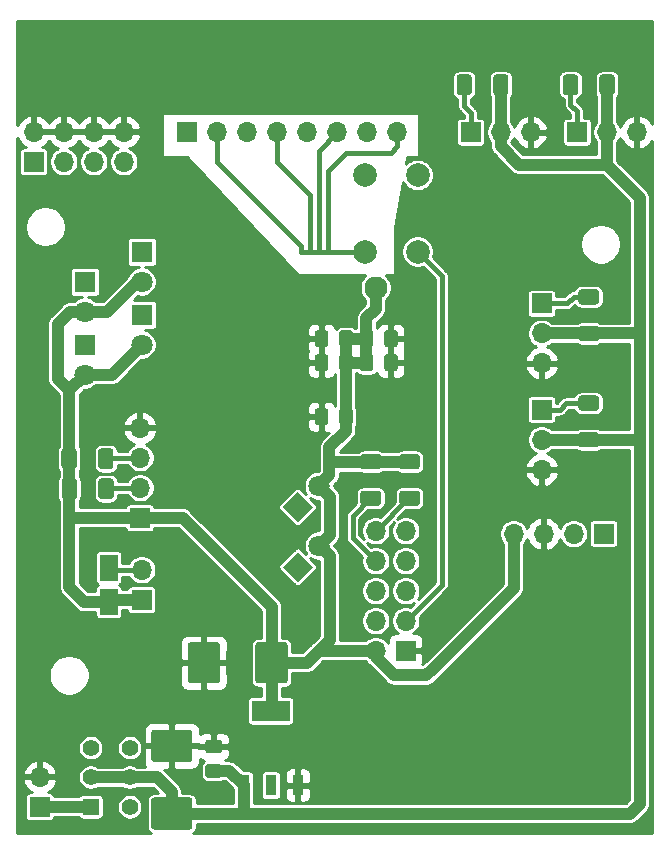
<source format=gbr>
G04 #@! TF.GenerationSoftware,KiCad,Pcbnew,(5.1.9)-1*
G04 #@! TF.CreationDate,2021-03-08T10:33:43+01:00*
G04 #@! TF.ProjectId,FIGS,46494753-2e6b-4696-9361-645f70636258,1x*
G04 #@! TF.SameCoordinates,Original*
G04 #@! TF.FileFunction,Copper,L2,Bot*
G04 #@! TF.FilePolarity,Positive*
%FSLAX46Y46*%
G04 Gerber Fmt 4.6, Leading zero omitted, Abs format (unit mm)*
G04 Created by KiCad (PCBNEW (5.1.9)-1) date 2021-03-08 10:33:43*
%MOMM*%
%LPD*%
G01*
G04 APERTURE LIST*
G04 #@! TA.AperFunction,ComponentPad*
%ADD10O,1.700000X1.700000*%
G04 #@! TD*
G04 #@! TA.AperFunction,ComponentPad*
%ADD11R,1.700000X1.700000*%
G04 #@! TD*
G04 #@! TA.AperFunction,ComponentPad*
%ADD12C,1.800000*%
G04 #@! TD*
G04 #@! TA.AperFunction,ComponentPad*
%ADD13C,0.100000*%
G04 #@! TD*
G04 #@! TA.AperFunction,ComponentPad*
%ADD14C,2.000000*%
G04 #@! TD*
G04 #@! TA.AperFunction,SMDPad,CuDef*
%ADD15R,3.200001X1.750000*%
G04 #@! TD*
G04 #@! TA.AperFunction,SMDPad,CuDef*
%ADD16R,0.950000X1.750000*%
G04 #@! TD*
G04 #@! TA.AperFunction,ComponentPad*
%ADD17C,1.400000*%
G04 #@! TD*
G04 #@! TA.AperFunction,ComponentPad*
%ADD18R,1.400000X1.400000*%
G04 #@! TD*
G04 #@! TA.AperFunction,SMDPad,CuDef*
%ADD19R,1.500000X2.200000*%
G04 #@! TD*
G04 #@! TA.AperFunction,ComponentPad*
%ADD20R,1.800000X1.800000*%
G04 #@! TD*
G04 #@! TA.AperFunction,ViaPad*
%ADD21C,1.955800*%
G04 #@! TD*
G04 #@! TA.AperFunction,Conductor*
%ADD22C,0.406400*%
G04 #@! TD*
G04 #@! TA.AperFunction,Conductor*
%ADD23C,1.016000*%
G04 #@! TD*
G04 #@! TA.AperFunction,Conductor*
%ADD24C,0.254000*%
G04 #@! TD*
G04 #@! TA.AperFunction,Conductor*
%ADD25C,0.100000*%
G04 #@! TD*
G04 APERTURE END LIST*
G04 #@! TO.P,R2,2*
G04 #@! TO.N,/TUNER_SCL*
G04 #@! TA.AperFunction,SMDPad,CuDef*
G36*
G01*
X59915000Y-60350000D02*
X61165000Y-60350000D01*
G75*
G02*
X61415000Y-60600000I0J-250000D01*
G01*
X61415000Y-61400000D01*
G75*
G02*
X61165000Y-61650000I-250000J0D01*
G01*
X59915000Y-61650000D01*
G75*
G02*
X59665000Y-61400000I0J250000D01*
G01*
X59665000Y-60600000D01*
G75*
G02*
X59915000Y-60350000I250000J0D01*
G01*
G37*
G04 #@! TD.AperFunction*
G04 #@! TO.P,R2,1*
G04 #@! TO.N,+3V3*
G04 #@! TA.AperFunction,SMDPad,CuDef*
G36*
G01*
X59915000Y-57250000D02*
X61165000Y-57250000D01*
G75*
G02*
X61415000Y-57500000I0J-250000D01*
G01*
X61415000Y-58300000D01*
G75*
G02*
X61165000Y-58550000I-250000J0D01*
G01*
X59915000Y-58550000D01*
G75*
G02*
X59665000Y-58300000I0J250000D01*
G01*
X59665000Y-57500000D01*
G75*
G02*
X59915000Y-57250000I250000J0D01*
G01*
G37*
G04 #@! TD.AperFunction*
G04 #@! TD*
G04 #@! TO.P,R1,2*
G04 #@! TO.N,/TUNER_SDA*
G04 #@! TA.AperFunction,SMDPad,CuDef*
G36*
G01*
X63205000Y-60350000D02*
X64455000Y-60350000D01*
G75*
G02*
X64705000Y-60600000I0J-250000D01*
G01*
X64705000Y-61400000D01*
G75*
G02*
X64455000Y-61650000I-250000J0D01*
G01*
X63205000Y-61650000D01*
G75*
G02*
X62955000Y-61400000I0J250000D01*
G01*
X62955000Y-60600000D01*
G75*
G02*
X63205000Y-60350000I250000J0D01*
G01*
G37*
G04 #@! TD.AperFunction*
G04 #@! TO.P,R1,1*
G04 #@! TO.N,+3V3*
G04 #@! TA.AperFunction,SMDPad,CuDef*
G36*
G01*
X63205000Y-57250000D02*
X64455000Y-57250000D01*
G75*
G02*
X64705000Y-57500000I0J-250000D01*
G01*
X64705000Y-58300000D01*
G75*
G02*
X64455000Y-58550000I-250000J0D01*
G01*
X63205000Y-58550000D01*
G75*
G02*
X62955000Y-58300000I0J250000D01*
G01*
X62955000Y-57500000D01*
G75*
G02*
X63205000Y-57250000I250000J0D01*
G01*
G37*
G04 #@! TD.AperFunction*
G04 #@! TD*
D10*
G04 #@! TO.P,J2,8*
G04 #@! TO.N,GNDA*
X39624000Y-29972000D03*
G04 #@! TO.P,J2,7*
G04 #@! TO.N,/TIP_SENSOR0*
X39624000Y-32512000D03*
G04 #@! TO.P,J2,6*
G04 #@! TO.N,GNDA*
X37084000Y-29972000D03*
G04 #@! TO.P,J2,5*
G04 #@! TO.N,/TIP_SENSOR1*
X37084000Y-32512000D03*
G04 #@! TO.P,J2,4*
G04 #@! TO.N,GNDA*
X34544000Y-29972000D03*
G04 #@! TO.P,J2,3*
G04 #@! TO.N,/TIP_SENSOR2*
X34544000Y-32512000D03*
G04 #@! TO.P,J2,2*
G04 #@! TO.N,GNDA*
X32004000Y-29972000D03*
D11*
G04 #@! TO.P,J2,1*
G04 #@! TO.N,/TIP_SENSOR3*
X32004000Y-32512000D03*
G04 #@! TD*
D12*
G04 #@! TO.P,D6,2*
G04 #@! TO.N,+3V3*
X56134000Y-59944000D03*
G04 #@! TA.AperFunction,ComponentPad*
D13*
G04 #@! TO.P,D6,1*
G04 #@! TO.N,/STATUS_LED0*
G36*
X54337949Y-63012843D02*
G01*
X53065157Y-61740051D01*
X54337949Y-60467259D01*
X55610741Y-61740051D01*
X54337949Y-63012843D01*
G37*
G04 #@! TD.AperFunction*
G04 #@! TD*
D14*
G04 #@! TO.P,SW2,1*
G04 #@! TO.N,/XRES*
X64516000Y-40132000D03*
G04 #@! TO.P,SW2,2*
G04 #@! TO.N,GNDA*
X60016000Y-40132000D03*
G04 #@! TO.P,SW2,1*
G04 #@! TO.N,/XRES*
X64516000Y-33632000D03*
G04 #@! TO.P,SW2,2*
G04 #@! TO.N,GNDA*
X60016000Y-33632000D03*
G04 #@! TD*
G04 #@! TO.P,C11,2*
G04 #@! TO.N,GNDA*
G04 #@! TA.AperFunction,SMDPad,CuDef*
G36*
G01*
X47776000Y-73429999D02*
X47776000Y-76430001D01*
G75*
G02*
X47526001Y-76680000I-249999J0D01*
G01*
X45300999Y-76680000D01*
G75*
G02*
X45051000Y-76430001I0J249999D01*
G01*
X45051000Y-73429999D01*
G75*
G02*
X45300999Y-73180000I249999J0D01*
G01*
X47526001Y-73180000D01*
G75*
G02*
X47776000Y-73429999I0J-249999D01*
G01*
G37*
G04 #@! TD.AperFunction*
G04 #@! TO.P,C11,1*
G04 #@! TO.N,+3V3*
G04 #@! TA.AperFunction,SMDPad,CuDef*
G36*
G01*
X53501000Y-73429999D02*
X53501000Y-76430001D01*
G75*
G02*
X53251001Y-76680000I-249999J0D01*
G01*
X51025999Y-76680000D01*
G75*
G02*
X50776000Y-76430001I0J249999D01*
G01*
X50776000Y-73429999D01*
G75*
G02*
X51025999Y-73180000I249999J0D01*
G01*
X53251001Y-73180000D01*
G75*
G02*
X53501000Y-73429999I0J-249999D01*
G01*
G37*
G04 #@! TD.AperFunction*
G04 #@! TD*
G04 #@! TO.P,C4,2*
G04 #@! TO.N,GNDA*
G04 #@! TA.AperFunction,SMDPad,CuDef*
G36*
G01*
X45188001Y-83336000D02*
X42187999Y-83336000D01*
G75*
G02*
X41938000Y-83086001I0J249999D01*
G01*
X41938000Y-80860999D01*
G75*
G02*
X42187999Y-80611000I249999J0D01*
G01*
X45188001Y-80611000D01*
G75*
G02*
X45438000Y-80860999I0J-249999D01*
G01*
X45438000Y-83086001D01*
G75*
G02*
X45188001Y-83336000I-249999J0D01*
G01*
G37*
G04 #@! TD.AperFunction*
G04 #@! TO.P,C4,1*
G04 #@! TO.N,+BATT*
G04 #@! TA.AperFunction,SMDPad,CuDef*
G36*
G01*
X45188001Y-89061000D02*
X42187999Y-89061000D01*
G75*
G02*
X41938000Y-88811001I0J249999D01*
G01*
X41938000Y-86585999D01*
G75*
G02*
X42187999Y-86336000I249999J0D01*
G01*
X45188001Y-86336000D01*
G75*
G02*
X45438000Y-86585999I0J-249999D01*
G01*
X45438000Y-88811001D01*
G75*
G02*
X45188001Y-89061000I-249999J0D01*
G01*
G37*
G04 #@! TD.AperFunction*
G04 #@! TD*
D10*
G04 #@! TO.P,J3,4*
G04 #@! TO.N,+3V3*
X72630000Y-64000000D03*
G04 #@! TO.P,J3,3*
G04 #@! TO.N,GNDA*
X75170000Y-64000000D03*
G04 #@! TO.P,J3,2*
G04 #@! TO.N,/BT_UART_TX*
X77710000Y-64000000D03*
D11*
G04 #@! TO.P,J3,1*
G04 #@! TO.N,/BT_UART_RX*
X80250000Y-64000000D03*
G04 #@! TD*
D10*
G04 #@! TO.P,J8,10*
G04 #@! TO.N,/TUNER_SDA*
X60960000Y-63754000D03*
G04 #@! TO.P,J8,9*
G04 #@! TO.N,/KP_RX*
X63500000Y-63754000D03*
G04 #@! TO.P,J8,8*
G04 #@! TO.N,/TUNER_SCL*
X60960000Y-66294000D03*
G04 #@! TO.P,J8,7*
G04 #@! TO.N,/KP_TX*
X63500000Y-66294000D03*
G04 #@! TO.P,J8,6*
G04 #@! TO.N,/SWD_CLK*
X60960000Y-68834000D03*
G04 #@! TO.P,J8,5*
G04 #@! TO.N,Net-(J8-Pad5)*
X63500000Y-68834000D03*
G04 #@! TO.P,J8,4*
G04 #@! TO.N,/SWD_IO*
X60960000Y-71374000D03*
G04 #@! TO.P,J8,3*
G04 #@! TO.N,/XRES*
X63500000Y-71374000D03*
G04 #@! TO.P,J8,2*
G04 #@! TO.N,+3V3*
X60960000Y-73914000D03*
D11*
G04 #@! TO.P,J8,1*
G04 #@! TO.N,GNDA*
X63500000Y-73914000D03*
G04 #@! TD*
D10*
G04 #@! TO.P,J10,2*
G04 #@! TO.N,Net-(D7-Pad2)*
X41148000Y-67056000D03*
D11*
G04 #@! TO.P,J10,1*
G04 #@! TO.N,+3V3*
X41148000Y-69596000D03*
G04 #@! TD*
D10*
G04 #@! TO.P,J9,3*
G04 #@! TO.N,GNDA*
X74080000Y-30000000D03*
G04 #@! TO.P,J9,2*
G04 #@! TO.N,+BATT*
X71540000Y-30000000D03*
D11*
G04 #@! TO.P,J9,1*
G04 #@! TO.N,/CTRLS3*
X69000000Y-30000000D03*
G04 #@! TD*
D10*
G04 #@! TO.P,J7,3*
G04 #@! TO.N,GNDA*
X83080000Y-30000000D03*
G04 #@! TO.P,J7,2*
G04 #@! TO.N,+BATT*
X80540000Y-30000000D03*
D11*
G04 #@! TO.P,J7,1*
G04 #@! TO.N,/CTRLS2*
X78000000Y-30000000D03*
G04 #@! TD*
D10*
G04 #@! TO.P,J6,3*
G04 #@! TO.N,GNDA*
X75000000Y-49580000D03*
G04 #@! TO.P,J6,2*
G04 #@! TO.N,+BATT*
X75000000Y-47040000D03*
D11*
G04 #@! TO.P,J6,1*
G04 #@! TO.N,/CTRLS1*
X75000000Y-44500000D03*
G04 #@! TD*
D10*
G04 #@! TO.P,J5,3*
G04 #@! TO.N,GNDA*
X75000000Y-58580000D03*
G04 #@! TO.P,J5,2*
G04 #@! TO.N,+BATT*
X75000000Y-56040000D03*
D11*
G04 #@! TO.P,J5,1*
G04 #@! TO.N,/CTRLS0*
X75000000Y-53500000D03*
G04 #@! TD*
D10*
G04 #@! TO.P,J4,4*
G04 #@! TO.N,GNDA*
X41000000Y-55032000D03*
G04 #@! TO.P,J4,3*
G04 #@! TO.N,/IMU_SCL*
X41000000Y-57572000D03*
G04 #@! TO.P,J4,2*
G04 #@! TO.N,/IMU_SDA*
X41000000Y-60112000D03*
D11*
G04 #@! TO.P,J4,1*
G04 #@! TO.N,+3V3*
X41000000Y-62652000D03*
G04 #@! TD*
D10*
G04 #@! TO.P,J1,8*
G04 #@! TO.N,GNDA*
X62780000Y-30000000D03*
G04 #@! TO.P,J1,7*
G04 #@! TO.N,/CAPSENSE0*
X60240000Y-30000000D03*
G04 #@! TO.P,J1,6*
G04 #@! TO.N,GNDA*
X57700000Y-30000000D03*
G04 #@! TO.P,J1,5*
G04 #@! TO.N,/CAPSENSE1*
X55160000Y-30000000D03*
G04 #@! TO.P,J1,4*
G04 #@! TO.N,GNDA*
X52620000Y-30000000D03*
G04 #@! TO.P,J1,3*
G04 #@! TO.N,/CAPSENSE2*
X50080000Y-30000000D03*
G04 #@! TO.P,J1,2*
G04 #@! TO.N,GNDA*
X47540000Y-30000000D03*
D11*
G04 #@! TO.P,J1,1*
G04 #@! TO.N,/CAPSENSE3*
X45000000Y-30000000D03*
G04 #@! TD*
D15*
G04 #@! TO.P,U1,4*
G04 #@! TO.N,N/C*
X52070000Y-78994000D03*
D16*
G04 #@! TO.P,U1,3*
G04 #@! TO.N,+BATT*
X49770000Y-85294000D03*
G04 #@! TO.P,U1,2*
G04 #@! TO.N,+3V3*
X52070000Y-85294000D03*
G04 #@! TO.P,U1,1*
G04 #@! TO.N,GNDA*
X54370000Y-85294000D03*
G04 #@! TD*
D17*
G04 #@! TO.P,SW1,6*
G04 #@! TO.N,N/C*
X40130000Y-82122000D03*
G04 #@! TO.P,SW1,5*
X40130000Y-84622000D03*
G04 #@! TO.P,SW1,4*
X40130000Y-87122000D03*
G04 #@! TO.P,SW1,3*
X36830000Y-82122000D03*
G04 #@! TO.P,SW1,2*
G04 #@! TO.N,+BATT*
X36830000Y-84622000D03*
D18*
G04 #@! TO.P,SW1,1*
G04 #@! TO.N,Net-(BT1-Pad1)*
X36830000Y-87122000D03*
G04 #@! TD*
G04 #@! TO.P,R26,2*
G04 #@! TO.N,/CTRLS1*
G04 #@! TA.AperFunction,SMDPad,CuDef*
G36*
G01*
X79625001Y-44600000D02*
X78374999Y-44600000D01*
G75*
G02*
X78125000Y-44350001I0J249999D01*
G01*
X78125000Y-43549999D01*
G75*
G02*
X78374999Y-43300000I249999J0D01*
G01*
X79625001Y-43300000D01*
G75*
G02*
X79875000Y-43549999I0J-249999D01*
G01*
X79875000Y-44350001D01*
G75*
G02*
X79625001Y-44600000I-249999J0D01*
G01*
G37*
G04 #@! TD.AperFunction*
G04 #@! TO.P,R26,1*
G04 #@! TO.N,+BATT*
G04 #@! TA.AperFunction,SMDPad,CuDef*
G36*
G01*
X79625001Y-47700000D02*
X78374999Y-47700000D01*
G75*
G02*
X78125000Y-47450001I0J249999D01*
G01*
X78125000Y-46649999D01*
G75*
G02*
X78374999Y-46400000I249999J0D01*
G01*
X79625001Y-46400000D01*
G75*
G02*
X79875000Y-46649999I0J-249999D01*
G01*
X79875000Y-47450001D01*
G75*
G02*
X79625001Y-47700000I-249999J0D01*
G01*
G37*
G04 #@! TD.AperFunction*
G04 #@! TD*
G04 #@! TO.P,R24,2*
G04 #@! TO.N,/CTRLS3*
G04 #@! TA.AperFunction,SMDPad,CuDef*
G36*
G01*
X69100000Y-25374999D02*
X69100000Y-26625001D01*
G75*
G02*
X68850001Y-26875000I-249999J0D01*
G01*
X68049999Y-26875000D01*
G75*
G02*
X67800000Y-26625001I0J249999D01*
G01*
X67800000Y-25374999D01*
G75*
G02*
X68049999Y-25125000I249999J0D01*
G01*
X68850001Y-25125000D01*
G75*
G02*
X69100000Y-25374999I0J-249999D01*
G01*
G37*
G04 #@! TD.AperFunction*
G04 #@! TO.P,R24,1*
G04 #@! TO.N,+BATT*
G04 #@! TA.AperFunction,SMDPad,CuDef*
G36*
G01*
X72200000Y-25374999D02*
X72200000Y-26625001D01*
G75*
G02*
X71950001Y-26875000I-249999J0D01*
G01*
X71149999Y-26875000D01*
G75*
G02*
X70900000Y-26625001I0J249999D01*
G01*
X70900000Y-25374999D01*
G75*
G02*
X71149999Y-25125000I249999J0D01*
G01*
X71950001Y-25125000D01*
G75*
G02*
X72200000Y-25374999I0J-249999D01*
G01*
G37*
G04 #@! TD.AperFunction*
G04 #@! TD*
G04 #@! TO.P,R20,2*
G04 #@! TO.N,/CTRLS0*
G04 #@! TA.AperFunction,SMDPad,CuDef*
G36*
G01*
X79625001Y-53600000D02*
X78374999Y-53600000D01*
G75*
G02*
X78125000Y-53350001I0J249999D01*
G01*
X78125000Y-52549999D01*
G75*
G02*
X78374999Y-52300000I249999J0D01*
G01*
X79625001Y-52300000D01*
G75*
G02*
X79875000Y-52549999I0J-249999D01*
G01*
X79875000Y-53350001D01*
G75*
G02*
X79625001Y-53600000I-249999J0D01*
G01*
G37*
G04 #@! TD.AperFunction*
G04 #@! TO.P,R20,1*
G04 #@! TO.N,+BATT*
G04 #@! TA.AperFunction,SMDPad,CuDef*
G36*
G01*
X79625001Y-56700000D02*
X78374999Y-56700000D01*
G75*
G02*
X78125000Y-56450001I0J249999D01*
G01*
X78125000Y-55649999D01*
G75*
G02*
X78374999Y-55400000I249999J0D01*
G01*
X79625001Y-55400000D01*
G75*
G02*
X79875000Y-55649999I0J-249999D01*
G01*
X79875000Y-56450001D01*
G75*
G02*
X79625001Y-56700000I-249999J0D01*
G01*
G37*
G04 #@! TD.AperFunction*
G04 #@! TD*
G04 #@! TO.P,R18,2*
G04 #@! TO.N,/CTRLS2*
G04 #@! TA.AperFunction,SMDPad,CuDef*
G36*
G01*
X78100000Y-25374999D02*
X78100000Y-26625001D01*
G75*
G02*
X77850001Y-26875000I-249999J0D01*
G01*
X77049999Y-26875000D01*
G75*
G02*
X76800000Y-26625001I0J249999D01*
G01*
X76800000Y-25374999D01*
G75*
G02*
X77049999Y-25125000I249999J0D01*
G01*
X77850001Y-25125000D01*
G75*
G02*
X78100000Y-25374999I0J-249999D01*
G01*
G37*
G04 #@! TD.AperFunction*
G04 #@! TO.P,R18,1*
G04 #@! TO.N,+BATT*
G04 #@! TA.AperFunction,SMDPad,CuDef*
G36*
G01*
X81200000Y-25374999D02*
X81200000Y-26625001D01*
G75*
G02*
X80950001Y-26875000I-249999J0D01*
G01*
X80149999Y-26875000D01*
G75*
G02*
X79900000Y-26625001I0J249999D01*
G01*
X79900000Y-25374999D01*
G75*
G02*
X80149999Y-25125000I249999J0D01*
G01*
X80950001Y-25125000D01*
G75*
G02*
X81200000Y-25374999I0J-249999D01*
G01*
G37*
G04 #@! TD.AperFunction*
G04 #@! TD*
G04 #@! TO.P,R14,2*
G04 #@! TO.N,/IMU_SDA*
G04 #@! TA.AperFunction,SMDPad,CuDef*
G36*
G01*
X37476000Y-60823001D02*
X37476000Y-59572999D01*
G75*
G02*
X37725999Y-59323000I249999J0D01*
G01*
X38526001Y-59323000D01*
G75*
G02*
X38776000Y-59572999I0J-249999D01*
G01*
X38776000Y-60823001D01*
G75*
G02*
X38526001Y-61073000I-249999J0D01*
G01*
X37725999Y-61073000D01*
G75*
G02*
X37476000Y-60823001I0J249999D01*
G01*
G37*
G04 #@! TD.AperFunction*
G04 #@! TO.P,R14,1*
G04 #@! TO.N,+3V3*
G04 #@! TA.AperFunction,SMDPad,CuDef*
G36*
G01*
X34376000Y-60823001D02*
X34376000Y-59572999D01*
G75*
G02*
X34625999Y-59323000I249999J0D01*
G01*
X35426001Y-59323000D01*
G75*
G02*
X35676000Y-59572999I0J-249999D01*
G01*
X35676000Y-60823001D01*
G75*
G02*
X35426001Y-61073000I-249999J0D01*
G01*
X34625999Y-61073000D01*
G75*
G02*
X34376000Y-60823001I0J249999D01*
G01*
G37*
G04 #@! TD.AperFunction*
G04 #@! TD*
G04 #@! TO.P,R11,2*
G04 #@! TO.N,/IMU_SCL*
G04 #@! TA.AperFunction,SMDPad,CuDef*
G36*
G01*
X37450000Y-58283001D02*
X37450000Y-57032999D01*
G75*
G02*
X37699999Y-56783000I249999J0D01*
G01*
X38500001Y-56783000D01*
G75*
G02*
X38750000Y-57032999I0J-249999D01*
G01*
X38750000Y-58283001D01*
G75*
G02*
X38500001Y-58533000I-249999J0D01*
G01*
X37699999Y-58533000D01*
G75*
G02*
X37450000Y-58283001I0J249999D01*
G01*
G37*
G04 #@! TD.AperFunction*
G04 #@! TO.P,R11,1*
G04 #@! TO.N,+3V3*
G04 #@! TA.AperFunction,SMDPad,CuDef*
G36*
G01*
X34350000Y-58283001D02*
X34350000Y-57032999D01*
G75*
G02*
X34599999Y-56783000I249999J0D01*
G01*
X35400001Y-56783000D01*
G75*
G02*
X35650000Y-57032999I0J-249999D01*
G01*
X35650000Y-58283001D01*
G75*
G02*
X35400001Y-58533000I-249999J0D01*
G01*
X34599999Y-58533000D01*
G75*
G02*
X34350000Y-58283001I0J249999D01*
G01*
G37*
G04 #@! TD.AperFunction*
G04 #@! TD*
D19*
G04 #@! TO.P,D7,2*
G04 #@! TO.N,Net-(D7-Pad2)*
X38354000Y-66876000D03*
G04 #@! TO.P,D7,1*
G04 #@! TO.N,+3V3*
X38354000Y-69776000D03*
G04 #@! TD*
D12*
G04 #@! TO.P,D5,2*
G04 #@! TO.N,+3V3*
X56152051Y-65005949D03*
G04 #@! TA.AperFunction,ComponentPad*
D13*
G04 #@! TO.P,D5,1*
G04 #@! TO.N,/STATUS_LED1*
G36*
X54356000Y-68074792D02*
G01*
X53083208Y-66802000D01*
X54356000Y-65529208D01*
X55628792Y-66802000D01*
X54356000Y-68074792D01*
G37*
G04 #@! TD.AperFunction*
G04 #@! TD*
D12*
G04 #@! TO.P,D4,2*
G04 #@! TO.N,+3V3*
X41148000Y-42672000D03*
D20*
G04 #@! TO.P,D4,1*
G04 #@! TO.N,/SERVOS_LED0*
X41148000Y-40132000D03*
G04 #@! TD*
D12*
G04 #@! TO.P,D3,2*
G04 #@! TO.N,+3V3*
X41148000Y-48006000D03*
D20*
G04 #@! TO.P,D3,1*
G04 #@! TO.N,/SERVOS_LED1*
X41148000Y-45466000D03*
G04 #@! TD*
D12*
G04 #@! TO.P,D2,2*
G04 #@! TO.N,+3V3*
X36322000Y-45212000D03*
D20*
G04 #@! TO.P,D2,1*
G04 #@! TO.N,/SERVOS_LED2*
X36322000Y-42672000D03*
G04 #@! TD*
D12*
G04 #@! TO.P,D1,2*
G04 #@! TO.N,+3V3*
X36322000Y-50546000D03*
D20*
G04 #@! TO.P,D1,1*
G04 #@! TO.N,/SERVOS_LED3*
X36322000Y-48006000D03*
G04 #@! TD*
G04 #@! TO.P,C7,2*
G04 #@! TO.N,GNDA*
G04 #@! TA.AperFunction,SMDPad,CuDef*
G36*
G01*
X47719000Y-82608000D02*
X46769000Y-82608000D01*
G75*
G02*
X46519000Y-82358000I0J250000D01*
G01*
X46519000Y-81683000D01*
G75*
G02*
X46769000Y-81433000I250000J0D01*
G01*
X47719000Y-81433000D01*
G75*
G02*
X47969000Y-81683000I0J-250000D01*
G01*
X47969000Y-82358000D01*
G75*
G02*
X47719000Y-82608000I-250000J0D01*
G01*
G37*
G04 #@! TD.AperFunction*
G04 #@! TO.P,C7,1*
G04 #@! TO.N,+BATT*
G04 #@! TA.AperFunction,SMDPad,CuDef*
G36*
G01*
X47719000Y-84683000D02*
X46769000Y-84683000D01*
G75*
G02*
X46519000Y-84433000I0J250000D01*
G01*
X46519000Y-83758000D01*
G75*
G02*
X46769000Y-83508000I250000J0D01*
G01*
X47719000Y-83508000D01*
G75*
G02*
X47969000Y-83758000I0J-250000D01*
G01*
X47969000Y-84433000D01*
G75*
G02*
X47719000Y-84683000I-250000J0D01*
G01*
G37*
G04 #@! TD.AperFunction*
G04 #@! TD*
G04 #@! TO.P,C6,2*
G04 #@! TO.N,GNDA*
G04 #@! TA.AperFunction,SMDPad,CuDef*
G36*
G01*
X61664000Y-50005000D02*
X61664000Y-49055000D01*
G75*
G02*
X61914000Y-48805000I250000J0D01*
G01*
X62589000Y-48805000D01*
G75*
G02*
X62839000Y-49055000I0J-250000D01*
G01*
X62839000Y-50005000D01*
G75*
G02*
X62589000Y-50255000I-250000J0D01*
G01*
X61914000Y-50255000D01*
G75*
G02*
X61664000Y-50005000I0J250000D01*
G01*
G37*
G04 #@! TD.AperFunction*
G04 #@! TO.P,C6,1*
G04 #@! TO.N,+3V3*
G04 #@! TA.AperFunction,SMDPad,CuDef*
G36*
G01*
X59589000Y-50005000D02*
X59589000Y-49055000D01*
G75*
G02*
X59839000Y-48805000I250000J0D01*
G01*
X60514000Y-48805000D01*
G75*
G02*
X60764000Y-49055000I0J-250000D01*
G01*
X60764000Y-50005000D01*
G75*
G02*
X60514000Y-50255000I-250000J0D01*
G01*
X59839000Y-50255000D01*
G75*
G02*
X59589000Y-50005000I0J250000D01*
G01*
G37*
G04 #@! TD.AperFunction*
G04 #@! TD*
G04 #@! TO.P,C5,2*
G04 #@! TO.N,GNDA*
G04 #@! TA.AperFunction,SMDPad,CuDef*
G36*
G01*
X56954000Y-49055000D02*
X56954000Y-50005000D01*
G75*
G02*
X56704000Y-50255000I-250000J0D01*
G01*
X56029000Y-50255000D01*
G75*
G02*
X55779000Y-50005000I0J250000D01*
G01*
X55779000Y-49055000D01*
G75*
G02*
X56029000Y-48805000I250000J0D01*
G01*
X56704000Y-48805000D01*
G75*
G02*
X56954000Y-49055000I0J-250000D01*
G01*
G37*
G04 #@! TD.AperFunction*
G04 #@! TO.P,C5,1*
G04 #@! TO.N,+3V3*
G04 #@! TA.AperFunction,SMDPad,CuDef*
G36*
G01*
X59029000Y-49055000D02*
X59029000Y-50005000D01*
G75*
G02*
X58779000Y-50255000I-250000J0D01*
G01*
X58104000Y-50255000D01*
G75*
G02*
X57854000Y-50005000I0J250000D01*
G01*
X57854000Y-49055000D01*
G75*
G02*
X58104000Y-48805000I250000J0D01*
G01*
X58779000Y-48805000D01*
G75*
G02*
X59029000Y-49055000I0J-250000D01*
G01*
G37*
G04 #@! TD.AperFunction*
G04 #@! TD*
G04 #@! TO.P,C3,2*
G04 #@! TO.N,GNDA*
G04 #@! TA.AperFunction,SMDPad,CuDef*
G36*
G01*
X61664000Y-47973000D02*
X61664000Y-47023000D01*
G75*
G02*
X61914000Y-46773000I250000J0D01*
G01*
X62589000Y-46773000D01*
G75*
G02*
X62839000Y-47023000I0J-250000D01*
G01*
X62839000Y-47973000D01*
G75*
G02*
X62589000Y-48223000I-250000J0D01*
G01*
X61914000Y-48223000D01*
G75*
G02*
X61664000Y-47973000I0J250000D01*
G01*
G37*
G04 #@! TD.AperFunction*
G04 #@! TO.P,C3,1*
G04 #@! TO.N,+3V3*
G04 #@! TA.AperFunction,SMDPad,CuDef*
G36*
G01*
X59589000Y-47973000D02*
X59589000Y-47023000D01*
G75*
G02*
X59839000Y-46773000I250000J0D01*
G01*
X60514000Y-46773000D01*
G75*
G02*
X60764000Y-47023000I0J-250000D01*
G01*
X60764000Y-47973000D01*
G75*
G02*
X60514000Y-48223000I-250000J0D01*
G01*
X59839000Y-48223000D01*
G75*
G02*
X59589000Y-47973000I0J250000D01*
G01*
G37*
G04 #@! TD.AperFunction*
G04 #@! TD*
G04 #@! TO.P,C2,2*
G04 #@! TO.N,GNDA*
G04 #@! TA.AperFunction,SMDPad,CuDef*
G36*
G01*
X56954000Y-47023000D02*
X56954000Y-47973000D01*
G75*
G02*
X56704000Y-48223000I-250000J0D01*
G01*
X56029000Y-48223000D01*
G75*
G02*
X55779000Y-47973000I0J250000D01*
G01*
X55779000Y-47023000D01*
G75*
G02*
X56029000Y-46773000I250000J0D01*
G01*
X56704000Y-46773000D01*
G75*
G02*
X56954000Y-47023000I0J-250000D01*
G01*
G37*
G04 #@! TD.AperFunction*
G04 #@! TO.P,C2,1*
G04 #@! TO.N,+3V3*
G04 #@! TA.AperFunction,SMDPad,CuDef*
G36*
G01*
X59029000Y-47023000D02*
X59029000Y-47973000D01*
G75*
G02*
X58779000Y-48223000I-250000J0D01*
G01*
X58104000Y-48223000D01*
G75*
G02*
X57854000Y-47973000I0J250000D01*
G01*
X57854000Y-47023000D01*
G75*
G02*
X58104000Y-46773000I250000J0D01*
G01*
X58779000Y-46773000D01*
G75*
G02*
X59029000Y-47023000I0J-250000D01*
G01*
G37*
G04 #@! TD.AperFunction*
G04 #@! TD*
G04 #@! TO.P,C1,2*
G04 #@! TO.N,GNDA*
G04 #@! TA.AperFunction,SMDPad,CuDef*
G36*
G01*
X56954000Y-53627000D02*
X56954000Y-54577000D01*
G75*
G02*
X56704000Y-54827000I-250000J0D01*
G01*
X56029000Y-54827000D01*
G75*
G02*
X55779000Y-54577000I0J250000D01*
G01*
X55779000Y-53627000D01*
G75*
G02*
X56029000Y-53377000I250000J0D01*
G01*
X56704000Y-53377000D01*
G75*
G02*
X56954000Y-53627000I0J-250000D01*
G01*
G37*
G04 #@! TD.AperFunction*
G04 #@! TO.P,C1,1*
G04 #@! TO.N,+3V3*
G04 #@! TA.AperFunction,SMDPad,CuDef*
G36*
G01*
X59029000Y-53627000D02*
X59029000Y-54577000D01*
G75*
G02*
X58779000Y-54827000I-250000J0D01*
G01*
X58104000Y-54827000D01*
G75*
G02*
X57854000Y-54577000I0J250000D01*
G01*
X57854000Y-53627000D01*
G75*
G02*
X58104000Y-53377000I250000J0D01*
G01*
X58779000Y-53377000D01*
G75*
G02*
X59029000Y-53627000I0J-250000D01*
G01*
G37*
G04 #@! TD.AperFunction*
G04 #@! TD*
D10*
G04 #@! TO.P,BT1,2*
G04 #@! TO.N,GNDA*
X32512000Y-84582000D03*
D11*
G04 #@! TO.P,BT1,1*
G04 #@! TO.N,Net-(BT1-Pad1)*
X32512000Y-87122000D03*
G04 #@! TD*
D21*
G04 #@! TO.N,+3V3*
X60960000Y-43180000D03*
G04 #@! TD*
D22*
G04 #@! TO.N,GNDA*
X47540000Y-30000000D02*
X47540000Y-32554000D01*
X47540000Y-32554000D02*
X54610000Y-39624000D01*
X57700000Y-30000000D02*
X56134000Y-31566000D01*
X62780000Y-31202081D02*
X62232081Y-31750000D01*
X62780000Y-30000000D02*
X62780000Y-31202081D01*
X62232081Y-31750000D02*
X58420000Y-31750000D01*
X56896000Y-40132000D02*
X56896000Y-33274000D01*
X56896000Y-33274000D02*
X58420000Y-31750000D01*
X60016000Y-40132000D02*
X56896000Y-40132000D01*
X56896000Y-40132000D02*
X56134000Y-40132000D01*
X56134000Y-31566000D02*
X56134000Y-40132000D01*
X55372000Y-35306000D02*
X55372000Y-40132000D01*
X52620000Y-30000000D02*
X52620000Y-32554000D01*
X55372000Y-40132000D02*
X56134000Y-40132000D01*
X52620000Y-32554000D02*
X55372000Y-35306000D01*
X54610000Y-39624000D02*
X54610000Y-40132000D01*
X54610000Y-40132000D02*
X55372000Y-40132000D01*
D23*
G04 #@! TO.N,Net-(BT1-Pad1)*
X32512000Y-87122000D02*
X36830000Y-87122000D01*
G04 #@! TO.N,+3V3*
X38534000Y-69596000D02*
X38354000Y-69776000D01*
X41148000Y-69596000D02*
X38534000Y-69596000D01*
X38608000Y-50546000D02*
X41148000Y-48006000D01*
X36322000Y-50546000D02*
X38608000Y-50546000D01*
X35000000Y-51868000D02*
X35000000Y-57658000D01*
X36322000Y-50546000D02*
X35000000Y-51868000D01*
X35000000Y-60172000D02*
X35026000Y-60198000D01*
X35000000Y-57658000D02*
X35000000Y-60172000D01*
X36248000Y-69776000D02*
X38354000Y-69776000D01*
X35026000Y-68554000D02*
X36248000Y-69776000D01*
X60176500Y-47498000D02*
X60176500Y-45741500D01*
X60960000Y-44958000D02*
X60960000Y-43180000D01*
X60176500Y-45741500D02*
X60960000Y-44958000D01*
X60176500Y-47498000D02*
X58441500Y-47498000D01*
X58441500Y-49530000D02*
X58441500Y-47498000D01*
X60176500Y-49530000D02*
X60176500Y-47498000D01*
X58441500Y-49530000D02*
X60176500Y-49530000D01*
X58441500Y-54102000D02*
X58441500Y-49530000D01*
X56134000Y-59944000D02*
X57033999Y-59044001D01*
X58441500Y-55273929D02*
X58441500Y-54102000D01*
X57033999Y-56681430D02*
X58441500Y-55273929D01*
X35026000Y-64542000D02*
X35026000Y-68554000D01*
X52138500Y-70172500D02*
X52138500Y-74930000D01*
X35168000Y-62652000D02*
X41000000Y-62652000D01*
X35026000Y-62510000D02*
X35168000Y-62652000D01*
X35026000Y-62510000D02*
X35026000Y-64542000D01*
X35026000Y-60198000D02*
X35026000Y-62510000D01*
X44618000Y-62652000D02*
X41000000Y-62652000D01*
X52138500Y-70172500D02*
X44618000Y-62652000D01*
X56170102Y-73914000D02*
X60960000Y-73914000D01*
X56152051Y-73932051D02*
X56170102Y-73914000D01*
X55118000Y-74930000D02*
X52138500Y-74930000D01*
X56152051Y-73932051D02*
X56115949Y-73932051D01*
X56115949Y-73932051D02*
X55118000Y-74930000D01*
X72630000Y-64000000D02*
X72630000Y-68594000D01*
X72630000Y-68594000D02*
X65786000Y-75438000D01*
X60960000Y-74460000D02*
X60960000Y-73914000D01*
X62500000Y-76000000D02*
X60960000Y-74460000D01*
X65224000Y-76000000D02*
X62500000Y-76000000D01*
X65786000Y-75438000D02*
X65224000Y-76000000D01*
X57052050Y-73032052D02*
X56170102Y-73914000D01*
X57052050Y-65905948D02*
X57052050Y-73032052D01*
X56152051Y-65005949D02*
X57052050Y-65905948D01*
X57052050Y-60862050D02*
X56134000Y-59944000D01*
X57052050Y-64105950D02*
X57052050Y-60862050D01*
X56152051Y-65005949D02*
X57052050Y-64105950D01*
X52138500Y-78925500D02*
X52070000Y-78994000D01*
X52138500Y-74930000D02*
X52138500Y-78925500D01*
X35049208Y-45212000D02*
X36322000Y-45212000D01*
X34036000Y-46225208D02*
X35049208Y-45212000D01*
X34036000Y-50904000D02*
X34036000Y-46225208D01*
X35000000Y-51868000D02*
X34036000Y-50904000D01*
X40770398Y-42672000D02*
X41148000Y-42672000D01*
X38230398Y-45212000D02*
X40770398Y-42672000D01*
X36322000Y-45212000D02*
X38230398Y-45212000D01*
X60473999Y-57966001D02*
X60540000Y-57900000D01*
X57033999Y-57966001D02*
X60473999Y-57966001D01*
X57033999Y-59044001D02*
X57033999Y-57966001D01*
X57033999Y-57966001D02*
X57033999Y-56681430D01*
X60540000Y-57900000D02*
X63830000Y-57900000D01*
G04 #@! TO.N,+BATT*
X71540000Y-26010000D02*
X71550000Y-26000000D01*
X71540000Y-30000000D02*
X71540000Y-26010000D01*
X80540000Y-26010000D02*
X80550000Y-26000000D01*
X80540000Y-30000000D02*
X80540000Y-26010000D01*
X75010000Y-47050000D02*
X75000000Y-47040000D01*
X79000000Y-47050000D02*
X75010000Y-47050000D01*
X75010000Y-56050000D02*
X75000000Y-56040000D01*
X79000000Y-56050000D02*
X75010000Y-56050000D01*
X36830000Y-84622000D02*
X40130000Y-84622000D01*
X43688000Y-87698500D02*
X43688000Y-85852000D01*
X42458000Y-84622000D02*
X40130000Y-84622000D01*
X43688000Y-85852000D02*
X42458000Y-84622000D01*
X49770000Y-87527000D02*
X49770000Y-85294000D01*
X49598500Y-87698500D02*
X49770000Y-87527000D01*
X43688000Y-87698500D02*
X49598500Y-87698500D01*
X80540000Y-32788000D02*
X80540000Y-30000000D01*
X49598500Y-87698500D02*
X82481500Y-87698500D01*
X82481500Y-87698500D02*
X83312000Y-86868000D01*
X71540000Y-31202081D02*
X73103919Y-32766000D01*
X71540000Y-30000000D02*
X71540000Y-31202081D01*
X73103919Y-32766000D02*
X80518000Y-32766000D01*
X83312000Y-35560000D02*
X80518000Y-32766000D01*
X80518000Y-32766000D02*
X80540000Y-32788000D01*
X79000000Y-47050000D02*
X83252000Y-47050000D01*
X83252000Y-47050000D02*
X83312000Y-46990000D01*
X83312000Y-56134000D02*
X83312000Y-46990000D01*
X83312000Y-46990000D02*
X83312000Y-35560000D01*
X83228000Y-56050000D02*
X83312000Y-56134000D01*
X79000000Y-56050000D02*
X83228000Y-56050000D01*
X83312000Y-86868000D02*
X83312000Y-56134000D01*
X48571500Y-84095500D02*
X49770000Y-85294000D01*
X47244000Y-84095500D02*
X48571500Y-84095500D01*
D22*
G04 #@! TO.N,Net-(D7-Pad2)*
X38534000Y-67056000D02*
X38354000Y-66876000D01*
X41148000Y-67056000D02*
X38534000Y-67056000D01*
G04 #@! TO.N,/XRES*
X64516000Y-40132000D02*
X66548000Y-42164000D01*
X66548000Y-68326000D02*
X63500000Y-71374000D01*
X66548000Y-42164000D02*
X66548000Y-68326000D01*
G04 #@! TO.N,/TUNER_SDA*
X63714000Y-61000000D02*
X60960000Y-63754000D01*
X63830000Y-61000000D02*
X63714000Y-61000000D01*
G04 #@! TO.N,/TUNER_SCL*
X60540000Y-61000000D02*
X60500000Y-61000000D01*
X60500000Y-61000000D02*
X59000000Y-62500000D01*
X59000000Y-64334000D02*
X60960000Y-66294000D01*
X59000000Y-62500000D02*
X59000000Y-64334000D01*
G04 #@! TO.N,/IMU_SDA*
X38212000Y-60112000D02*
X38126000Y-60198000D01*
X41000000Y-60112000D02*
X38212000Y-60112000D01*
G04 #@! TO.N,/IMU_SCL*
X38186000Y-57572000D02*
X38100000Y-57658000D01*
X41000000Y-57572000D02*
X38186000Y-57572000D01*
G04 #@! TO.N,/CTRLS0*
X75000000Y-53500000D02*
X76548000Y-53500000D01*
X77098000Y-52950000D02*
X79000000Y-52950000D01*
X76548000Y-53500000D02*
X77098000Y-52950000D01*
G04 #@! TO.N,/CTRLS1*
X79000000Y-43950000D02*
X77716000Y-43950000D01*
X77166000Y-44500000D02*
X75000000Y-44500000D01*
X77716000Y-43950000D02*
X77166000Y-44500000D01*
G04 #@! TO.N,/CTRLS2*
X78000000Y-30000000D02*
X78000000Y-28216000D01*
X77450000Y-27666000D02*
X77450000Y-26000000D01*
X78000000Y-28216000D02*
X77450000Y-27666000D01*
G04 #@! TO.N,/CTRLS3*
X69000000Y-30000000D02*
X69000000Y-28360000D01*
X68450000Y-27810000D02*
X68450000Y-26000000D01*
X69000000Y-28360000D02*
X68450000Y-27810000D01*
G04 #@! TD*
D24*
G04 #@! TO.N,GNDA*
X84373000Y-29282867D02*
X84275178Y-29118645D01*
X84080269Y-28902412D01*
X83846920Y-28728359D01*
X83584099Y-28603175D01*
X83436890Y-28558524D01*
X83207000Y-28679845D01*
X83207000Y-29873000D01*
X83227000Y-29873000D01*
X83227000Y-30127000D01*
X83207000Y-30127000D01*
X83207000Y-31320155D01*
X83436890Y-31441476D01*
X83584099Y-31396825D01*
X83846920Y-31271641D01*
X84080269Y-31097588D01*
X84275178Y-30881355D01*
X84373000Y-30717133D01*
X84373000Y-89373000D01*
X45472593Y-89373000D01*
X45539589Y-89337190D01*
X45635488Y-89258488D01*
X45714190Y-89162589D01*
X45772671Y-89053179D01*
X45808683Y-88934462D01*
X45820843Y-88811001D01*
X45820843Y-88587500D01*
X49554840Y-88587500D01*
X49598500Y-88591800D01*
X49642160Y-88587500D01*
X82437840Y-88587500D01*
X82481500Y-88591800D01*
X82525160Y-88587500D01*
X82525167Y-88587500D01*
X82655774Y-88574636D01*
X82823351Y-88523803D01*
X82977791Y-88441253D01*
X83113159Y-88330159D01*
X83140999Y-88296236D01*
X83909737Y-87527498D01*
X83943659Y-87499659D01*
X84054753Y-87364291D01*
X84137303Y-87209851D01*
X84180684Y-87066841D01*
X84188136Y-87042276D01*
X84197448Y-86947726D01*
X84201000Y-86911667D01*
X84201000Y-86911661D01*
X84205300Y-86868001D01*
X84201000Y-86824341D01*
X84201000Y-56177660D01*
X84205300Y-56134000D01*
X84201000Y-56090340D01*
X84201000Y-47033660D01*
X84205300Y-46990000D01*
X84201000Y-46946340D01*
X84201000Y-35603660D01*
X84205300Y-35560000D01*
X84201000Y-35516340D01*
X84201000Y-35516333D01*
X84188136Y-35385726D01*
X84137303Y-35218149D01*
X84054753Y-35063709D01*
X83943659Y-34928341D01*
X83909742Y-34900506D01*
X81429000Y-32419765D01*
X81429000Y-30851897D01*
X81496180Y-30784717D01*
X81630898Y-30583097D01*
X81678228Y-30468832D01*
X81735843Y-30631252D01*
X81884822Y-30881355D01*
X82079731Y-31097588D01*
X82313080Y-31271641D01*
X82575901Y-31396825D01*
X82723110Y-31441476D01*
X82953000Y-31320155D01*
X82953000Y-30127000D01*
X82933000Y-30127000D01*
X82933000Y-29873000D01*
X82953000Y-29873000D01*
X82953000Y-28679845D01*
X82723110Y-28558524D01*
X82575901Y-28603175D01*
X82313080Y-28728359D01*
X82079731Y-28902412D01*
X81884822Y-29118645D01*
X81735843Y-29368748D01*
X81678228Y-29531168D01*
X81630898Y-29416903D01*
X81496180Y-29215283D01*
X81429000Y-29148103D01*
X81429000Y-27034090D01*
X81476190Y-26976589D01*
X81534671Y-26867179D01*
X81570683Y-26748462D01*
X81582843Y-26625001D01*
X81582843Y-25374999D01*
X81570683Y-25251538D01*
X81534671Y-25132821D01*
X81476190Y-25023411D01*
X81397488Y-24927512D01*
X81301589Y-24848810D01*
X81192179Y-24790329D01*
X81073462Y-24754317D01*
X80950001Y-24742157D01*
X80149999Y-24742157D01*
X80026538Y-24754317D01*
X79907821Y-24790329D01*
X79798411Y-24848810D01*
X79702512Y-24927512D01*
X79623810Y-25023411D01*
X79565329Y-25132821D01*
X79529317Y-25251538D01*
X79517157Y-25374999D01*
X79517157Y-26625001D01*
X79529317Y-26748462D01*
X79565329Y-26867179D01*
X79623810Y-26976589D01*
X79651001Y-27009721D01*
X79651000Y-29148103D01*
X79583820Y-29215283D01*
X79449102Y-29416903D01*
X79356307Y-29640931D01*
X79309000Y-29878757D01*
X79309000Y-30121243D01*
X79356307Y-30359069D01*
X79449102Y-30583097D01*
X79583820Y-30784717D01*
X79651001Y-30851898D01*
X79651000Y-31877000D01*
X73472155Y-31877000D01*
X72438026Y-30842871D01*
X72496180Y-30784717D01*
X72630898Y-30583097D01*
X72678228Y-30468832D01*
X72735843Y-30631252D01*
X72884822Y-30881355D01*
X73079731Y-31097588D01*
X73313080Y-31271641D01*
X73575901Y-31396825D01*
X73723110Y-31441476D01*
X73953000Y-31320155D01*
X73953000Y-30127000D01*
X74207000Y-30127000D01*
X74207000Y-31320155D01*
X74436890Y-31441476D01*
X74584099Y-31396825D01*
X74846920Y-31271641D01*
X75080269Y-31097588D01*
X75275178Y-30881355D01*
X75424157Y-30631252D01*
X75521481Y-30356891D01*
X75400814Y-30127000D01*
X74207000Y-30127000D01*
X73953000Y-30127000D01*
X73933000Y-30127000D01*
X73933000Y-29873000D01*
X73953000Y-29873000D01*
X73953000Y-28679845D01*
X74207000Y-28679845D01*
X74207000Y-29873000D01*
X75400814Y-29873000D01*
X75521481Y-29643109D01*
X75424157Y-29368748D01*
X75275178Y-29118645D01*
X75080269Y-28902412D01*
X74846920Y-28728359D01*
X74584099Y-28603175D01*
X74436890Y-28558524D01*
X74207000Y-28679845D01*
X73953000Y-28679845D01*
X73723110Y-28558524D01*
X73575901Y-28603175D01*
X73313080Y-28728359D01*
X73079731Y-28902412D01*
X72884822Y-29118645D01*
X72735843Y-29368748D01*
X72678228Y-29531168D01*
X72630898Y-29416903D01*
X72496180Y-29215283D01*
X72429000Y-29148103D01*
X72429000Y-27034090D01*
X72476190Y-26976589D01*
X72534671Y-26867179D01*
X72570683Y-26748462D01*
X72582843Y-26625001D01*
X72582843Y-25374999D01*
X76417157Y-25374999D01*
X76417157Y-26625001D01*
X76429317Y-26748462D01*
X76465329Y-26867179D01*
X76523810Y-26976589D01*
X76602512Y-27072488D01*
X76698411Y-27151190D01*
X76807821Y-27209671D01*
X76865800Y-27227259D01*
X76865800Y-27637316D01*
X76862975Y-27666000D01*
X76865800Y-27694684D01*
X76865800Y-27694691D01*
X76869072Y-27727906D01*
X76874254Y-27780523D01*
X76901975Y-27871906D01*
X76907659Y-27890644D01*
X76961906Y-27992133D01*
X77034910Y-28081090D01*
X77057199Y-28099382D01*
X77415801Y-28457984D01*
X77415801Y-28767157D01*
X77150000Y-28767157D01*
X77075311Y-28774513D01*
X77003492Y-28796299D01*
X76937304Y-28831678D01*
X76879289Y-28879289D01*
X76831678Y-28937304D01*
X76796299Y-29003492D01*
X76774513Y-29075311D01*
X76767157Y-29150000D01*
X76767157Y-30850000D01*
X76774513Y-30924689D01*
X76796299Y-30996508D01*
X76831678Y-31062696D01*
X76879289Y-31120711D01*
X76937304Y-31168322D01*
X77003492Y-31203701D01*
X77075311Y-31225487D01*
X77150000Y-31232843D01*
X78850000Y-31232843D01*
X78924689Y-31225487D01*
X78996508Y-31203701D01*
X79062696Y-31168322D01*
X79120711Y-31120711D01*
X79168322Y-31062696D01*
X79203701Y-30996508D01*
X79225487Y-30924689D01*
X79232843Y-30850000D01*
X79232843Y-29150000D01*
X79225487Y-29075311D01*
X79203701Y-29003492D01*
X79168322Y-28937304D01*
X79120711Y-28879289D01*
X79062696Y-28831678D01*
X78996508Y-28796299D01*
X78924689Y-28774513D01*
X78850000Y-28767157D01*
X78584200Y-28767157D01*
X78584200Y-28244681D01*
X78587025Y-28215999D01*
X78584200Y-28187317D01*
X78584200Y-28187308D01*
X78575746Y-28101477D01*
X78542341Y-27991355D01*
X78488094Y-27889866D01*
X78415090Y-27800910D01*
X78392801Y-27782618D01*
X78034200Y-27424017D01*
X78034200Y-27227259D01*
X78092179Y-27209671D01*
X78201589Y-27151190D01*
X78297488Y-27072488D01*
X78376190Y-26976589D01*
X78434671Y-26867179D01*
X78470683Y-26748462D01*
X78482843Y-26625001D01*
X78482843Y-25374999D01*
X78470683Y-25251538D01*
X78434671Y-25132821D01*
X78376190Y-25023411D01*
X78297488Y-24927512D01*
X78201589Y-24848810D01*
X78092179Y-24790329D01*
X77973462Y-24754317D01*
X77850001Y-24742157D01*
X77049999Y-24742157D01*
X76926538Y-24754317D01*
X76807821Y-24790329D01*
X76698411Y-24848810D01*
X76602512Y-24927512D01*
X76523810Y-25023411D01*
X76465329Y-25132821D01*
X76429317Y-25251538D01*
X76417157Y-25374999D01*
X72582843Y-25374999D01*
X72570683Y-25251538D01*
X72534671Y-25132821D01*
X72476190Y-25023411D01*
X72397488Y-24927512D01*
X72301589Y-24848810D01*
X72192179Y-24790329D01*
X72073462Y-24754317D01*
X71950001Y-24742157D01*
X71149999Y-24742157D01*
X71026538Y-24754317D01*
X70907821Y-24790329D01*
X70798411Y-24848810D01*
X70702512Y-24927512D01*
X70623810Y-25023411D01*
X70565329Y-25132821D01*
X70529317Y-25251538D01*
X70517157Y-25374999D01*
X70517157Y-26625001D01*
X70529317Y-26748462D01*
X70565329Y-26867179D01*
X70623810Y-26976589D01*
X70651001Y-27009721D01*
X70651000Y-29148103D01*
X70583820Y-29215283D01*
X70449102Y-29416903D01*
X70356307Y-29640931D01*
X70309000Y-29878757D01*
X70309000Y-30121243D01*
X70356307Y-30359069D01*
X70449102Y-30583097D01*
X70583820Y-30784717D01*
X70651001Y-30851898D01*
X70651001Y-31158412D01*
X70646700Y-31202081D01*
X70663864Y-31376355D01*
X70714698Y-31543933D01*
X70777807Y-31662000D01*
X70797248Y-31698372D01*
X70908342Y-31833740D01*
X70942259Y-31861575D01*
X72444423Y-33363740D01*
X72472260Y-33397659D01*
X72607628Y-33508753D01*
X72762068Y-33591303D01*
X72827977Y-33611296D01*
X72929643Y-33642136D01*
X72962843Y-33645406D01*
X73060252Y-33655000D01*
X73060258Y-33655000D01*
X73103918Y-33659300D01*
X73147578Y-33655000D01*
X80149765Y-33655000D01*
X82423001Y-35928237D01*
X82423000Y-46161000D01*
X80021905Y-46161000D01*
X79976589Y-46123810D01*
X79867179Y-46065329D01*
X79748462Y-46029317D01*
X79625001Y-46017157D01*
X78374999Y-46017157D01*
X78251538Y-46029317D01*
X78132821Y-46065329D01*
X78023411Y-46123810D01*
X77978095Y-46161000D01*
X75861897Y-46161000D01*
X75784717Y-46083820D01*
X75583097Y-45949102D01*
X75359069Y-45856307D01*
X75121243Y-45809000D01*
X74878757Y-45809000D01*
X74640931Y-45856307D01*
X74416903Y-45949102D01*
X74215283Y-46083820D01*
X74043820Y-46255283D01*
X73909102Y-46456903D01*
X73816307Y-46680931D01*
X73769000Y-46918757D01*
X73769000Y-47161243D01*
X73816307Y-47399069D01*
X73909102Y-47623097D01*
X74043820Y-47824717D01*
X74215283Y-47996180D01*
X74416903Y-48130898D01*
X74531168Y-48178228D01*
X74368748Y-48235843D01*
X74118645Y-48384822D01*
X73902412Y-48579731D01*
X73728359Y-48813080D01*
X73603175Y-49075901D01*
X73558524Y-49223110D01*
X73679845Y-49453000D01*
X74873000Y-49453000D01*
X74873000Y-49433000D01*
X75127000Y-49433000D01*
X75127000Y-49453000D01*
X76320155Y-49453000D01*
X76441476Y-49223110D01*
X76396825Y-49075901D01*
X76271641Y-48813080D01*
X76097588Y-48579731D01*
X75881355Y-48384822D01*
X75631252Y-48235843D01*
X75468832Y-48178228D01*
X75583097Y-48130898D01*
X75784717Y-47996180D01*
X75841897Y-47939000D01*
X77978095Y-47939000D01*
X78023411Y-47976190D01*
X78132821Y-48034671D01*
X78251538Y-48070683D01*
X78374999Y-48082843D01*
X79625001Y-48082843D01*
X79748462Y-48070683D01*
X79867179Y-48034671D01*
X79976589Y-47976190D01*
X80021905Y-47939000D01*
X82423001Y-47939000D01*
X82423000Y-55161000D01*
X80021905Y-55161000D01*
X79976589Y-55123810D01*
X79867179Y-55065329D01*
X79748462Y-55029317D01*
X79625001Y-55017157D01*
X78374999Y-55017157D01*
X78251538Y-55029317D01*
X78132821Y-55065329D01*
X78023411Y-55123810D01*
X77978095Y-55161000D01*
X75861897Y-55161000D01*
X75784717Y-55083820D01*
X75583097Y-54949102D01*
X75359069Y-54856307D01*
X75121243Y-54809000D01*
X74878757Y-54809000D01*
X74640931Y-54856307D01*
X74416903Y-54949102D01*
X74215283Y-55083820D01*
X74043820Y-55255283D01*
X73909102Y-55456903D01*
X73816307Y-55680931D01*
X73769000Y-55918757D01*
X73769000Y-56161243D01*
X73816307Y-56399069D01*
X73909102Y-56623097D01*
X74043820Y-56824717D01*
X74215283Y-56996180D01*
X74416903Y-57130898D01*
X74531168Y-57178228D01*
X74368748Y-57235843D01*
X74118645Y-57384822D01*
X73902412Y-57579731D01*
X73728359Y-57813080D01*
X73603175Y-58075901D01*
X73558524Y-58223110D01*
X73679845Y-58453000D01*
X74873000Y-58453000D01*
X74873000Y-58433000D01*
X75127000Y-58433000D01*
X75127000Y-58453000D01*
X76320155Y-58453000D01*
X76441476Y-58223110D01*
X76396825Y-58075901D01*
X76271641Y-57813080D01*
X76097588Y-57579731D01*
X75881355Y-57384822D01*
X75631252Y-57235843D01*
X75468832Y-57178228D01*
X75583097Y-57130898D01*
X75784717Y-56996180D01*
X75841897Y-56939000D01*
X77978095Y-56939000D01*
X78023411Y-56976190D01*
X78132821Y-57034671D01*
X78251538Y-57070683D01*
X78374999Y-57082843D01*
X79625001Y-57082843D01*
X79748462Y-57070683D01*
X79867179Y-57034671D01*
X79976589Y-56976190D01*
X80021905Y-56939000D01*
X82423001Y-56939000D01*
X82423000Y-86499765D01*
X82113265Y-86809500D01*
X50659000Y-86809500D01*
X50659000Y-85337660D01*
X50663300Y-85294000D01*
X50659000Y-85250340D01*
X50659000Y-85250333D01*
X50646136Y-85119726D01*
X50642958Y-85109247D01*
X50627843Y-85059421D01*
X50627843Y-84419000D01*
X51212157Y-84419000D01*
X51212157Y-86169000D01*
X51219513Y-86243689D01*
X51241299Y-86315508D01*
X51276678Y-86381696D01*
X51324289Y-86439711D01*
X51382304Y-86487322D01*
X51448492Y-86522701D01*
X51520311Y-86544487D01*
X51595000Y-86551843D01*
X52545000Y-86551843D01*
X52619689Y-86544487D01*
X52691508Y-86522701D01*
X52757696Y-86487322D01*
X52815711Y-86439711D01*
X52863322Y-86381696D01*
X52898701Y-86315508D01*
X52920487Y-86243689D01*
X52927843Y-86169000D01*
X53256928Y-86169000D01*
X53269188Y-86293482D01*
X53305498Y-86413180D01*
X53364463Y-86523494D01*
X53443815Y-86620185D01*
X53540506Y-86699537D01*
X53650820Y-86758502D01*
X53770518Y-86794812D01*
X53895000Y-86807072D01*
X54084250Y-86804000D01*
X54243000Y-86645250D01*
X54243000Y-85421000D01*
X54497000Y-85421000D01*
X54497000Y-86645250D01*
X54655750Y-86804000D01*
X54845000Y-86807072D01*
X54969482Y-86794812D01*
X55089180Y-86758502D01*
X55199494Y-86699537D01*
X55296185Y-86620185D01*
X55375537Y-86523494D01*
X55434502Y-86413180D01*
X55470812Y-86293482D01*
X55483072Y-86169000D01*
X55480000Y-85579750D01*
X55321250Y-85421000D01*
X54497000Y-85421000D01*
X54243000Y-85421000D01*
X53418750Y-85421000D01*
X53260000Y-85579750D01*
X53256928Y-86169000D01*
X52927843Y-86169000D01*
X52927843Y-84419000D01*
X53256928Y-84419000D01*
X53260000Y-85008250D01*
X53418750Y-85167000D01*
X54243000Y-85167000D01*
X54243000Y-83942750D01*
X54497000Y-83942750D01*
X54497000Y-85167000D01*
X55321250Y-85167000D01*
X55480000Y-85008250D01*
X55483072Y-84419000D01*
X55470812Y-84294518D01*
X55434502Y-84174820D01*
X55375537Y-84064506D01*
X55296185Y-83967815D01*
X55199494Y-83888463D01*
X55089180Y-83829498D01*
X54969482Y-83793188D01*
X54845000Y-83780928D01*
X54655750Y-83784000D01*
X54497000Y-83942750D01*
X54243000Y-83942750D01*
X54084250Y-83784000D01*
X53895000Y-83780928D01*
X53770518Y-83793188D01*
X53650820Y-83829498D01*
X53540506Y-83888463D01*
X53443815Y-83967815D01*
X53364463Y-84064506D01*
X53305498Y-84174820D01*
X53269188Y-84294518D01*
X53256928Y-84419000D01*
X52927843Y-84419000D01*
X52920487Y-84344311D01*
X52898701Y-84272492D01*
X52863322Y-84206304D01*
X52815711Y-84148289D01*
X52757696Y-84100678D01*
X52691508Y-84065299D01*
X52619689Y-84043513D01*
X52545000Y-84036157D01*
X51595000Y-84036157D01*
X51520311Y-84043513D01*
X51448492Y-84065299D01*
X51382304Y-84100678D01*
X51324289Y-84148289D01*
X51276678Y-84206304D01*
X51241299Y-84272492D01*
X51219513Y-84344311D01*
X51212157Y-84419000D01*
X50627843Y-84419000D01*
X50620487Y-84344311D01*
X50598701Y-84272492D01*
X50563322Y-84206304D01*
X50515711Y-84148289D01*
X50457696Y-84100678D01*
X50391508Y-84065299D01*
X50319689Y-84043513D01*
X50245000Y-84036157D01*
X49769392Y-84036157D01*
X49230999Y-83497764D01*
X49203159Y-83463841D01*
X49067791Y-83352747D01*
X48913351Y-83270197D01*
X48745774Y-83219364D01*
X48615167Y-83206500D01*
X48615160Y-83206500D01*
X48571500Y-83202200D01*
X48527840Y-83206500D01*
X48183518Y-83206500D01*
X48213180Y-83197502D01*
X48323494Y-83138537D01*
X48420185Y-83059185D01*
X48499537Y-82962494D01*
X48558502Y-82852180D01*
X48594812Y-82732482D01*
X48607072Y-82608000D01*
X48604000Y-82306250D01*
X48445250Y-82147500D01*
X47371000Y-82147500D01*
X47371000Y-82167500D01*
X47117000Y-82167500D01*
X47117000Y-82147500D01*
X46042750Y-82147500D01*
X46002000Y-82188250D01*
X45914250Y-82100500D01*
X43815000Y-82100500D01*
X43815000Y-83812250D01*
X43973750Y-83971000D01*
X45438000Y-83974072D01*
X45562482Y-83961812D01*
X45682180Y-83925502D01*
X45792494Y-83866537D01*
X45889185Y-83787185D01*
X45968537Y-83690494D01*
X46027502Y-83580180D01*
X46063812Y-83460482D01*
X46076072Y-83336000D01*
X46075300Y-83065328D01*
X46164506Y-83138537D01*
X46274820Y-83197502D01*
X46394518Y-83233812D01*
X46412780Y-83235611D01*
X46321512Y-83310512D01*
X46242810Y-83406411D01*
X46184329Y-83515821D01*
X46148317Y-83634538D01*
X46136157Y-83758000D01*
X46136157Y-84433000D01*
X46148317Y-84556462D01*
X46184329Y-84675179D01*
X46242810Y-84784589D01*
X46321512Y-84880488D01*
X46417411Y-84959190D01*
X46526821Y-85017671D01*
X46645538Y-85053683D01*
X46769000Y-85065843D01*
X47719000Y-85065843D01*
X47842462Y-85053683D01*
X47961179Y-85017671D01*
X48023237Y-84984500D01*
X48203265Y-84984500D01*
X48881001Y-85662237D01*
X48881000Y-86809500D01*
X45820843Y-86809500D01*
X45820843Y-86585999D01*
X45808683Y-86462538D01*
X45772671Y-86343821D01*
X45714190Y-86234411D01*
X45635488Y-86138512D01*
X45539589Y-86059810D01*
X45430179Y-86001329D01*
X45311462Y-85965317D01*
X45188001Y-85953157D01*
X44577000Y-85953157D01*
X44577000Y-85895660D01*
X44581300Y-85852000D01*
X44577000Y-85808340D01*
X44577000Y-85808333D01*
X44564136Y-85677726D01*
X44513303Y-85510149D01*
X44430753Y-85355709D01*
X44319659Y-85220341D01*
X44285741Y-85192505D01*
X43117499Y-84024264D01*
X43089659Y-83990341D01*
X43066949Y-83971703D01*
X43402250Y-83971000D01*
X43561000Y-83812250D01*
X43561000Y-82100500D01*
X41461750Y-82100500D01*
X41303000Y-82259250D01*
X41299928Y-83336000D01*
X41312188Y-83460482D01*
X41348498Y-83580180D01*
X41407463Y-83690494D01*
X41442347Y-83733000D01*
X40745265Y-83733000D01*
X40642045Y-83664031D01*
X40445316Y-83582543D01*
X40236469Y-83541000D01*
X40023531Y-83541000D01*
X39814684Y-83582543D01*
X39617955Y-83664031D01*
X39514735Y-83733000D01*
X37445265Y-83733000D01*
X37342045Y-83664031D01*
X37145316Y-83582543D01*
X36936469Y-83541000D01*
X36723531Y-83541000D01*
X36514684Y-83582543D01*
X36317955Y-83664031D01*
X36140903Y-83782333D01*
X35990333Y-83932903D01*
X35872031Y-84109955D01*
X35790543Y-84306684D01*
X35749000Y-84515531D01*
X35749000Y-84728469D01*
X35790543Y-84937316D01*
X35872031Y-85134045D01*
X35990333Y-85311097D01*
X36140903Y-85461667D01*
X36317955Y-85579969D01*
X36514684Y-85661457D01*
X36723531Y-85703000D01*
X36936469Y-85703000D01*
X37145316Y-85661457D01*
X37342045Y-85579969D01*
X37445265Y-85511000D01*
X39514735Y-85511000D01*
X39617955Y-85579969D01*
X39814684Y-85661457D01*
X40023531Y-85703000D01*
X40236469Y-85703000D01*
X40445316Y-85661457D01*
X40642045Y-85579969D01*
X40745265Y-85511000D01*
X42089765Y-85511000D01*
X42531921Y-85953157D01*
X42187999Y-85953157D01*
X42064538Y-85965317D01*
X41945821Y-86001329D01*
X41836411Y-86059810D01*
X41740512Y-86138512D01*
X41661810Y-86234411D01*
X41603329Y-86343821D01*
X41567317Y-86462538D01*
X41555157Y-86585999D01*
X41555157Y-88811001D01*
X41567317Y-88934462D01*
X41603329Y-89053179D01*
X41661810Y-89162589D01*
X41740512Y-89258488D01*
X41836411Y-89337190D01*
X41903407Y-89373000D01*
X30627000Y-89373000D01*
X30627000Y-84938890D01*
X31070524Y-84938890D01*
X31115175Y-85086099D01*
X31240359Y-85348920D01*
X31414412Y-85582269D01*
X31630645Y-85777178D01*
X31818633Y-85889157D01*
X31662000Y-85889157D01*
X31587311Y-85896513D01*
X31515492Y-85918299D01*
X31449304Y-85953678D01*
X31391289Y-86001289D01*
X31343678Y-86059304D01*
X31308299Y-86125492D01*
X31286513Y-86197311D01*
X31279157Y-86272000D01*
X31279157Y-87972000D01*
X31286513Y-88046689D01*
X31308299Y-88118508D01*
X31343678Y-88184696D01*
X31391289Y-88242711D01*
X31449304Y-88290322D01*
X31515492Y-88325701D01*
X31587311Y-88347487D01*
X31662000Y-88354843D01*
X33362000Y-88354843D01*
X33436689Y-88347487D01*
X33508508Y-88325701D01*
X33574696Y-88290322D01*
X33632711Y-88242711D01*
X33680322Y-88184696D01*
X33715701Y-88118508D01*
X33737487Y-88046689D01*
X33741002Y-88011000D01*
X35799012Y-88011000D01*
X35811678Y-88034696D01*
X35859289Y-88092711D01*
X35917304Y-88140322D01*
X35983492Y-88175701D01*
X36055311Y-88197487D01*
X36130000Y-88204843D01*
X37530000Y-88204843D01*
X37604689Y-88197487D01*
X37676508Y-88175701D01*
X37742696Y-88140322D01*
X37800711Y-88092711D01*
X37848322Y-88034696D01*
X37883701Y-87968508D01*
X37905487Y-87896689D01*
X37912843Y-87822000D01*
X37912843Y-87015531D01*
X39049000Y-87015531D01*
X39049000Y-87228469D01*
X39090543Y-87437316D01*
X39172031Y-87634045D01*
X39290333Y-87811097D01*
X39440903Y-87961667D01*
X39617955Y-88079969D01*
X39814684Y-88161457D01*
X40023531Y-88203000D01*
X40236469Y-88203000D01*
X40445316Y-88161457D01*
X40642045Y-88079969D01*
X40819097Y-87961667D01*
X40969667Y-87811097D01*
X41087969Y-87634045D01*
X41169457Y-87437316D01*
X41211000Y-87228469D01*
X41211000Y-87015531D01*
X41169457Y-86806684D01*
X41087969Y-86609955D01*
X40969667Y-86432903D01*
X40819097Y-86282333D01*
X40642045Y-86164031D01*
X40445316Y-86082543D01*
X40236469Y-86041000D01*
X40023531Y-86041000D01*
X39814684Y-86082543D01*
X39617955Y-86164031D01*
X39440903Y-86282333D01*
X39290333Y-86432903D01*
X39172031Y-86609955D01*
X39090543Y-86806684D01*
X39049000Y-87015531D01*
X37912843Y-87015531D01*
X37912843Y-86422000D01*
X37905487Y-86347311D01*
X37883701Y-86275492D01*
X37848322Y-86209304D01*
X37800711Y-86151289D01*
X37742696Y-86103678D01*
X37676508Y-86068299D01*
X37604689Y-86046513D01*
X37530000Y-86039157D01*
X36130000Y-86039157D01*
X36055311Y-86046513D01*
X35983492Y-86068299D01*
X35917304Y-86103678D01*
X35859289Y-86151289D01*
X35811678Y-86209304D01*
X35799012Y-86233000D01*
X33741002Y-86233000D01*
X33737487Y-86197311D01*
X33715701Y-86125492D01*
X33680322Y-86059304D01*
X33632711Y-86001289D01*
X33574696Y-85953678D01*
X33508508Y-85918299D01*
X33436689Y-85896513D01*
X33362000Y-85889157D01*
X33205367Y-85889157D01*
X33393355Y-85777178D01*
X33609588Y-85582269D01*
X33783641Y-85348920D01*
X33908825Y-85086099D01*
X33953476Y-84938890D01*
X33832155Y-84709000D01*
X32639000Y-84709000D01*
X32639000Y-84729000D01*
X32385000Y-84729000D01*
X32385000Y-84709000D01*
X31191845Y-84709000D01*
X31070524Y-84938890D01*
X30627000Y-84938890D01*
X30627000Y-84225110D01*
X31070524Y-84225110D01*
X31191845Y-84455000D01*
X32385000Y-84455000D01*
X32385000Y-83261186D01*
X32639000Y-83261186D01*
X32639000Y-84455000D01*
X33832155Y-84455000D01*
X33953476Y-84225110D01*
X33908825Y-84077901D01*
X33783641Y-83815080D01*
X33609588Y-83581731D01*
X33393355Y-83386822D01*
X33143252Y-83237843D01*
X32868891Y-83140519D01*
X32639000Y-83261186D01*
X32385000Y-83261186D01*
X32155109Y-83140519D01*
X31880748Y-83237843D01*
X31630645Y-83386822D01*
X31414412Y-83581731D01*
X31240359Y-83815080D01*
X31115175Y-84077901D01*
X31070524Y-84225110D01*
X30627000Y-84225110D01*
X30627000Y-82015531D01*
X35749000Y-82015531D01*
X35749000Y-82228469D01*
X35790543Y-82437316D01*
X35872031Y-82634045D01*
X35990333Y-82811097D01*
X36140903Y-82961667D01*
X36317955Y-83079969D01*
X36514684Y-83161457D01*
X36723531Y-83203000D01*
X36936469Y-83203000D01*
X37145316Y-83161457D01*
X37342045Y-83079969D01*
X37519097Y-82961667D01*
X37669667Y-82811097D01*
X37787969Y-82634045D01*
X37869457Y-82437316D01*
X37911000Y-82228469D01*
X37911000Y-82015531D01*
X39049000Y-82015531D01*
X39049000Y-82228469D01*
X39090543Y-82437316D01*
X39172031Y-82634045D01*
X39290333Y-82811097D01*
X39440903Y-82961667D01*
X39617955Y-83079969D01*
X39814684Y-83161457D01*
X40023531Y-83203000D01*
X40236469Y-83203000D01*
X40445316Y-83161457D01*
X40642045Y-83079969D01*
X40819097Y-82961667D01*
X40969667Y-82811097D01*
X41087969Y-82634045D01*
X41169457Y-82437316D01*
X41211000Y-82228469D01*
X41211000Y-82015531D01*
X41169457Y-81806684D01*
X41087969Y-81609955D01*
X40969667Y-81432903D01*
X40819097Y-81282333D01*
X40642045Y-81164031D01*
X40445316Y-81082543D01*
X40236469Y-81041000D01*
X40023531Y-81041000D01*
X39814684Y-81082543D01*
X39617955Y-81164031D01*
X39440903Y-81282333D01*
X39290333Y-81432903D01*
X39172031Y-81609955D01*
X39090543Y-81806684D01*
X39049000Y-82015531D01*
X37911000Y-82015531D01*
X37869457Y-81806684D01*
X37787969Y-81609955D01*
X37669667Y-81432903D01*
X37519097Y-81282333D01*
X37342045Y-81164031D01*
X37145316Y-81082543D01*
X36936469Y-81041000D01*
X36723531Y-81041000D01*
X36514684Y-81082543D01*
X36317955Y-81164031D01*
X36140903Y-81282333D01*
X35990333Y-81432903D01*
X35872031Y-81609955D01*
X35790543Y-81806684D01*
X35749000Y-82015531D01*
X30627000Y-82015531D01*
X30627000Y-80611000D01*
X41299928Y-80611000D01*
X41303000Y-81687750D01*
X41461750Y-81846500D01*
X43561000Y-81846500D01*
X43561000Y-80134750D01*
X43815000Y-80134750D01*
X43815000Y-81846500D01*
X45914250Y-81846500D01*
X45955000Y-81805750D01*
X46042750Y-81893500D01*
X47117000Y-81893500D01*
X47117000Y-80956750D01*
X47371000Y-80956750D01*
X47371000Y-81893500D01*
X48445250Y-81893500D01*
X48604000Y-81734750D01*
X48607072Y-81433000D01*
X48594812Y-81308518D01*
X48558502Y-81188820D01*
X48499537Y-81078506D01*
X48420185Y-80981815D01*
X48323494Y-80902463D01*
X48213180Y-80843498D01*
X48093482Y-80807188D01*
X47969000Y-80794928D01*
X47529750Y-80798000D01*
X47371000Y-80956750D01*
X47117000Y-80956750D01*
X46958250Y-80798000D01*
X46519000Y-80794928D01*
X46394518Y-80807188D01*
X46274820Y-80843498D01*
X46164506Y-80902463D01*
X46075031Y-80975893D01*
X46076072Y-80611000D01*
X46063812Y-80486518D01*
X46027502Y-80366820D01*
X45968537Y-80256506D01*
X45889185Y-80159815D01*
X45792494Y-80080463D01*
X45682180Y-80021498D01*
X45562482Y-79985188D01*
X45438000Y-79972928D01*
X43973750Y-79976000D01*
X43815000Y-80134750D01*
X43561000Y-80134750D01*
X43402250Y-79976000D01*
X41938000Y-79972928D01*
X41813518Y-79985188D01*
X41693820Y-80021498D01*
X41583506Y-80080463D01*
X41486815Y-80159815D01*
X41407463Y-80256506D01*
X41348498Y-80366820D01*
X41312188Y-80486518D01*
X41299928Y-80611000D01*
X30627000Y-80611000D01*
X30627000Y-75829511D01*
X33269000Y-75829511D01*
X33269000Y-76170489D01*
X33335521Y-76504914D01*
X33466007Y-76819936D01*
X33655444Y-77103448D01*
X33896552Y-77344556D01*
X34180064Y-77533993D01*
X34495086Y-77664479D01*
X34829511Y-77731000D01*
X35170489Y-77731000D01*
X35504914Y-77664479D01*
X35819936Y-77533993D01*
X36103448Y-77344556D01*
X36344556Y-77103448D01*
X36533993Y-76819936D01*
X36591956Y-76680000D01*
X44412928Y-76680000D01*
X44425188Y-76804482D01*
X44461498Y-76924180D01*
X44520463Y-77034494D01*
X44599815Y-77131185D01*
X44696506Y-77210537D01*
X44806820Y-77269502D01*
X44926518Y-77305812D01*
X45051000Y-77318072D01*
X46127750Y-77315000D01*
X46286500Y-77156250D01*
X46286500Y-75057000D01*
X46540500Y-75057000D01*
X46540500Y-77156250D01*
X46699250Y-77315000D01*
X47776000Y-77318072D01*
X47900482Y-77305812D01*
X48020180Y-77269502D01*
X48130494Y-77210537D01*
X48227185Y-77131185D01*
X48306537Y-77034494D01*
X48365502Y-76924180D01*
X48401812Y-76804482D01*
X48414072Y-76680000D01*
X48411000Y-75215750D01*
X48252250Y-75057000D01*
X46540500Y-75057000D01*
X46286500Y-75057000D01*
X44574750Y-75057000D01*
X44416000Y-75215750D01*
X44412928Y-76680000D01*
X36591956Y-76680000D01*
X36664479Y-76504914D01*
X36731000Y-76170489D01*
X36731000Y-75829511D01*
X36664479Y-75495086D01*
X36533993Y-75180064D01*
X36344556Y-74896552D01*
X36103448Y-74655444D01*
X35819936Y-74466007D01*
X35504914Y-74335521D01*
X35170489Y-74269000D01*
X34829511Y-74269000D01*
X34495086Y-74335521D01*
X34180064Y-74466007D01*
X33896552Y-74655444D01*
X33655444Y-74896552D01*
X33466007Y-75180064D01*
X33335521Y-75495086D01*
X33269000Y-75829511D01*
X30627000Y-75829511D01*
X30627000Y-73180000D01*
X44412928Y-73180000D01*
X44416000Y-74644250D01*
X44574750Y-74803000D01*
X46286500Y-74803000D01*
X46286500Y-72703750D01*
X46540500Y-72703750D01*
X46540500Y-74803000D01*
X48252250Y-74803000D01*
X48411000Y-74644250D01*
X48414072Y-73180000D01*
X48401812Y-73055518D01*
X48365502Y-72935820D01*
X48306537Y-72825506D01*
X48227185Y-72728815D01*
X48130494Y-72649463D01*
X48020180Y-72590498D01*
X47900482Y-72554188D01*
X47776000Y-72541928D01*
X46699250Y-72545000D01*
X46540500Y-72703750D01*
X46286500Y-72703750D01*
X46127750Y-72545000D01*
X45051000Y-72541928D01*
X44926518Y-72554188D01*
X44806820Y-72590498D01*
X44696506Y-72649463D01*
X44599815Y-72728815D01*
X44520463Y-72825506D01*
X44461498Y-72935820D01*
X44425188Y-73055518D01*
X44412928Y-73180000D01*
X30627000Y-73180000D01*
X30627000Y-46225208D01*
X33142700Y-46225208D01*
X33147001Y-46268878D01*
X33147000Y-50860340D01*
X33142700Y-50904000D01*
X33147000Y-50947660D01*
X33147000Y-50947666D01*
X33159864Y-51078273D01*
X33210697Y-51245850D01*
X33293247Y-51400290D01*
X33404341Y-51535659D01*
X33438264Y-51563499D01*
X34111000Y-52236236D01*
X34111001Y-56636094D01*
X34073810Y-56681411D01*
X34015329Y-56790821D01*
X33979317Y-56909538D01*
X33967157Y-57032999D01*
X33967157Y-58283001D01*
X33979317Y-58406462D01*
X34015329Y-58525179D01*
X34073810Y-58634589D01*
X34111000Y-58679906D01*
X34111001Y-59207775D01*
X34099810Y-59221411D01*
X34041329Y-59330821D01*
X34005317Y-59449538D01*
X33993157Y-59572999D01*
X33993157Y-60823001D01*
X34005317Y-60946462D01*
X34041329Y-61065179D01*
X34099810Y-61174589D01*
X34137000Y-61219906D01*
X34137001Y-62466324D01*
X34137000Y-62466334D01*
X34137000Y-62466340D01*
X34132700Y-62510000D01*
X34137000Y-62553660D01*
X34137001Y-64498324D01*
X34137000Y-64498334D01*
X34137001Y-68510330D01*
X34132700Y-68554000D01*
X34149864Y-68728274D01*
X34200698Y-68895852D01*
X34237307Y-68964342D01*
X34283248Y-69050291D01*
X34394342Y-69185659D01*
X34428259Y-69213494D01*
X35588505Y-70373741D01*
X35616341Y-70407659D01*
X35751709Y-70518753D01*
X35906149Y-70601303D01*
X36000758Y-70630002D01*
X36073725Y-70652136D01*
X36090325Y-70653771D01*
X36204333Y-70665000D01*
X36204340Y-70665000D01*
X36248000Y-70669300D01*
X36291660Y-70665000D01*
X37221157Y-70665000D01*
X37221157Y-70876000D01*
X37228513Y-70950689D01*
X37250299Y-71022508D01*
X37285678Y-71088696D01*
X37333289Y-71146711D01*
X37391304Y-71194322D01*
X37457492Y-71229701D01*
X37529311Y-71251487D01*
X37604000Y-71258843D01*
X39104000Y-71258843D01*
X39178689Y-71251487D01*
X39250508Y-71229701D01*
X39316696Y-71194322D01*
X39374711Y-71146711D01*
X39422322Y-71088696D01*
X39457701Y-71022508D01*
X39479487Y-70950689D01*
X39486843Y-70876000D01*
X39486843Y-70485000D01*
X39918998Y-70485000D01*
X39922513Y-70520689D01*
X39944299Y-70592508D01*
X39979678Y-70658696D01*
X40027289Y-70716711D01*
X40085304Y-70764322D01*
X40151492Y-70799701D01*
X40223311Y-70821487D01*
X40298000Y-70828843D01*
X41998000Y-70828843D01*
X42072689Y-70821487D01*
X42144508Y-70799701D01*
X42210696Y-70764322D01*
X42268711Y-70716711D01*
X42316322Y-70658696D01*
X42351701Y-70592508D01*
X42373487Y-70520689D01*
X42380843Y-70446000D01*
X42380843Y-68746000D01*
X42373487Y-68671311D01*
X42351701Y-68599492D01*
X42316322Y-68533304D01*
X42268711Y-68475289D01*
X42210696Y-68427678D01*
X42144508Y-68392299D01*
X42072689Y-68370513D01*
X41998000Y-68363157D01*
X40298000Y-68363157D01*
X40223311Y-68370513D01*
X40151492Y-68392299D01*
X40085304Y-68427678D01*
X40027289Y-68475289D01*
X39979678Y-68533304D01*
X39944299Y-68599492D01*
X39922513Y-68671311D01*
X39918998Y-68707000D01*
X39486843Y-68707000D01*
X39486843Y-68676000D01*
X39479487Y-68601311D01*
X39457701Y-68529492D01*
X39422322Y-68463304D01*
X39374711Y-68405289D01*
X39316696Y-68357678D01*
X39257432Y-68326000D01*
X39316696Y-68294322D01*
X39374711Y-68246711D01*
X39422322Y-68188696D01*
X39457701Y-68122508D01*
X39479487Y-68050689D01*
X39486843Y-67976000D01*
X39486843Y-67640200D01*
X40057839Y-67640200D01*
X40191820Y-67840717D01*
X40363283Y-68012180D01*
X40564903Y-68146898D01*
X40788931Y-68239693D01*
X41026757Y-68287000D01*
X41269243Y-68287000D01*
X41507069Y-68239693D01*
X41731097Y-68146898D01*
X41932717Y-68012180D01*
X42104180Y-67840717D01*
X42238898Y-67639097D01*
X42331693Y-67415069D01*
X42379000Y-67177243D01*
X42379000Y-66934757D01*
X42331693Y-66696931D01*
X42238898Y-66472903D01*
X42104180Y-66271283D01*
X41932717Y-66099820D01*
X41731097Y-65965102D01*
X41507069Y-65872307D01*
X41269243Y-65825000D01*
X41026757Y-65825000D01*
X40788931Y-65872307D01*
X40564903Y-65965102D01*
X40363283Y-66099820D01*
X40191820Y-66271283D01*
X40057839Y-66471800D01*
X39486843Y-66471800D01*
X39486843Y-65776000D01*
X39479487Y-65701311D01*
X39457701Y-65629492D01*
X39422322Y-65563304D01*
X39374711Y-65505289D01*
X39316696Y-65457678D01*
X39250508Y-65422299D01*
X39178689Y-65400513D01*
X39104000Y-65393157D01*
X37604000Y-65393157D01*
X37529311Y-65400513D01*
X37457492Y-65422299D01*
X37391304Y-65457678D01*
X37333289Y-65505289D01*
X37285678Y-65563304D01*
X37250299Y-65629492D01*
X37228513Y-65701311D01*
X37221157Y-65776000D01*
X37221157Y-67976000D01*
X37228513Y-68050689D01*
X37250299Y-68122508D01*
X37285678Y-68188696D01*
X37333289Y-68246711D01*
X37391304Y-68294322D01*
X37450568Y-68326000D01*
X37391304Y-68357678D01*
X37333289Y-68405289D01*
X37285678Y-68463304D01*
X37250299Y-68529492D01*
X37228513Y-68601311D01*
X37221157Y-68676000D01*
X37221157Y-68887000D01*
X36616236Y-68887000D01*
X35915000Y-68185765D01*
X35915000Y-63541000D01*
X39770998Y-63541000D01*
X39774513Y-63576689D01*
X39796299Y-63648508D01*
X39831678Y-63714696D01*
X39879289Y-63772711D01*
X39937304Y-63820322D01*
X40003492Y-63855701D01*
X40075311Y-63877487D01*
X40150000Y-63884843D01*
X41850000Y-63884843D01*
X41924689Y-63877487D01*
X41996508Y-63855701D01*
X42062696Y-63820322D01*
X42120711Y-63772711D01*
X42168322Y-63714696D01*
X42203701Y-63648508D01*
X42225487Y-63576689D01*
X42229002Y-63541000D01*
X44249765Y-63541000D01*
X51249500Y-70540736D01*
X51249501Y-72797157D01*
X51025999Y-72797157D01*
X50902538Y-72809317D01*
X50783821Y-72845329D01*
X50674411Y-72903810D01*
X50578512Y-72982512D01*
X50499810Y-73078411D01*
X50441329Y-73187821D01*
X50405317Y-73306538D01*
X50393157Y-73429999D01*
X50393157Y-76430001D01*
X50405317Y-76553462D01*
X50441329Y-76672179D01*
X50499810Y-76781589D01*
X50578512Y-76877488D01*
X50674411Y-76956190D01*
X50783821Y-77014671D01*
X50902538Y-77050683D01*
X51025999Y-77062843D01*
X51249501Y-77062843D01*
X51249501Y-77736157D01*
X50470000Y-77736157D01*
X50395311Y-77743513D01*
X50323492Y-77765299D01*
X50257304Y-77800678D01*
X50199289Y-77848289D01*
X50151678Y-77906304D01*
X50116299Y-77972492D01*
X50094513Y-78044311D01*
X50087157Y-78119000D01*
X50087157Y-79869000D01*
X50094513Y-79943689D01*
X50116299Y-80015508D01*
X50151678Y-80081696D01*
X50199289Y-80139711D01*
X50257304Y-80187322D01*
X50323492Y-80222701D01*
X50395311Y-80244487D01*
X50470000Y-80251843D01*
X53670000Y-80251843D01*
X53744689Y-80244487D01*
X53816508Y-80222701D01*
X53882696Y-80187322D01*
X53940711Y-80139711D01*
X53988322Y-80081696D01*
X54023701Y-80015508D01*
X54045487Y-79943689D01*
X54052843Y-79869000D01*
X54052843Y-78119000D01*
X54045487Y-78044311D01*
X54023701Y-77972492D01*
X53988322Y-77906304D01*
X53940711Y-77848289D01*
X53882696Y-77800678D01*
X53816508Y-77765299D01*
X53744689Y-77743513D01*
X53670000Y-77736157D01*
X53027500Y-77736157D01*
X53027500Y-77062843D01*
X53251001Y-77062843D01*
X53374462Y-77050683D01*
X53493179Y-77014671D01*
X53602589Y-76956190D01*
X53698488Y-76877488D01*
X53777190Y-76781589D01*
X53835671Y-76672179D01*
X53871683Y-76553462D01*
X53883843Y-76430001D01*
X53883843Y-75819000D01*
X55074340Y-75819000D01*
X55118000Y-75823300D01*
X55161660Y-75819000D01*
X55161667Y-75819000D01*
X55292274Y-75806136D01*
X55459851Y-75755303D01*
X55614291Y-75672753D01*
X55749659Y-75561659D01*
X55777499Y-75527736D01*
X56502236Y-74803000D01*
X60108103Y-74803000D01*
X60166555Y-74861452D01*
X60217247Y-74956290D01*
X60328341Y-75091659D01*
X60362264Y-75119499D01*
X61840506Y-76597742D01*
X61868341Y-76631659D01*
X62003709Y-76742753D01*
X62158149Y-76825303D01*
X62252758Y-76854002D01*
X62325725Y-76876136D01*
X62339453Y-76877488D01*
X62456333Y-76889000D01*
X62456340Y-76889000D01*
X62500000Y-76893300D01*
X62543660Y-76889000D01*
X65180340Y-76889000D01*
X65224000Y-76893300D01*
X65267660Y-76889000D01*
X65267667Y-76889000D01*
X65398274Y-76876136D01*
X65565851Y-76825303D01*
X65720291Y-76742753D01*
X65855659Y-76631659D01*
X65883499Y-76597736D01*
X66445495Y-76035740D01*
X73227742Y-69253494D01*
X73261659Y-69225659D01*
X73300559Y-69178260D01*
X73372752Y-69090292D01*
X73394133Y-69050291D01*
X73455303Y-68935851D01*
X73506136Y-68768274D01*
X73519000Y-68637667D01*
X73519000Y-68637660D01*
X73523300Y-68594000D01*
X73519000Y-68550340D01*
X73519000Y-64851897D01*
X73586180Y-64784717D01*
X73720898Y-64583097D01*
X73768228Y-64468832D01*
X73825843Y-64631252D01*
X73974822Y-64881355D01*
X74169731Y-65097588D01*
X74403080Y-65271641D01*
X74665901Y-65396825D01*
X74813110Y-65441476D01*
X75043000Y-65320155D01*
X75043000Y-64127000D01*
X75023000Y-64127000D01*
X75023000Y-63873000D01*
X75043000Y-63873000D01*
X75043000Y-62679845D01*
X75297000Y-62679845D01*
X75297000Y-63873000D01*
X75317000Y-63873000D01*
X75317000Y-64127000D01*
X75297000Y-64127000D01*
X75297000Y-65320155D01*
X75526890Y-65441476D01*
X75674099Y-65396825D01*
X75936920Y-65271641D01*
X76170269Y-65097588D01*
X76365178Y-64881355D01*
X76514157Y-64631252D01*
X76571772Y-64468832D01*
X76619102Y-64583097D01*
X76753820Y-64784717D01*
X76925283Y-64956180D01*
X77126903Y-65090898D01*
X77350931Y-65183693D01*
X77588757Y-65231000D01*
X77831243Y-65231000D01*
X78069069Y-65183693D01*
X78293097Y-65090898D01*
X78494717Y-64956180D01*
X78666180Y-64784717D01*
X78800898Y-64583097D01*
X78893693Y-64359069D01*
X78941000Y-64121243D01*
X78941000Y-63878757D01*
X78893693Y-63640931D01*
X78800898Y-63416903D01*
X78666180Y-63215283D01*
X78600897Y-63150000D01*
X79017157Y-63150000D01*
X79017157Y-64850000D01*
X79024513Y-64924689D01*
X79046299Y-64996508D01*
X79081678Y-65062696D01*
X79129289Y-65120711D01*
X79187304Y-65168322D01*
X79253492Y-65203701D01*
X79325311Y-65225487D01*
X79400000Y-65232843D01*
X81100000Y-65232843D01*
X81174689Y-65225487D01*
X81246508Y-65203701D01*
X81312696Y-65168322D01*
X81370711Y-65120711D01*
X81418322Y-65062696D01*
X81453701Y-64996508D01*
X81475487Y-64924689D01*
X81482843Y-64850000D01*
X81482843Y-63150000D01*
X81475487Y-63075311D01*
X81453701Y-63003492D01*
X81418322Y-62937304D01*
X81370711Y-62879289D01*
X81312696Y-62831678D01*
X81246508Y-62796299D01*
X81174689Y-62774513D01*
X81100000Y-62767157D01*
X79400000Y-62767157D01*
X79325311Y-62774513D01*
X79253492Y-62796299D01*
X79187304Y-62831678D01*
X79129289Y-62879289D01*
X79081678Y-62937304D01*
X79046299Y-63003492D01*
X79024513Y-63075311D01*
X79017157Y-63150000D01*
X78600897Y-63150000D01*
X78494717Y-63043820D01*
X78293097Y-62909102D01*
X78069069Y-62816307D01*
X77831243Y-62769000D01*
X77588757Y-62769000D01*
X77350931Y-62816307D01*
X77126903Y-62909102D01*
X76925283Y-63043820D01*
X76753820Y-63215283D01*
X76619102Y-63416903D01*
X76571772Y-63531168D01*
X76514157Y-63368748D01*
X76365178Y-63118645D01*
X76170269Y-62902412D01*
X75936920Y-62728359D01*
X75674099Y-62603175D01*
X75526890Y-62558524D01*
X75297000Y-62679845D01*
X75043000Y-62679845D01*
X74813110Y-62558524D01*
X74665901Y-62603175D01*
X74403080Y-62728359D01*
X74169731Y-62902412D01*
X73974822Y-63118645D01*
X73825843Y-63368748D01*
X73768228Y-63531168D01*
X73720898Y-63416903D01*
X73586180Y-63215283D01*
X73414717Y-63043820D01*
X73213097Y-62909102D01*
X72989069Y-62816307D01*
X72751243Y-62769000D01*
X72508757Y-62769000D01*
X72270931Y-62816307D01*
X72046903Y-62909102D01*
X71845283Y-63043820D01*
X71673820Y-63215283D01*
X71539102Y-63416903D01*
X71446307Y-63640931D01*
X71399000Y-63878757D01*
X71399000Y-64121243D01*
X71446307Y-64359069D01*
X71539102Y-64583097D01*
X71673820Y-64784717D01*
X71741000Y-64851897D01*
X71741001Y-68225763D01*
X65188260Y-74778505D01*
X64917589Y-75049176D01*
X64939502Y-75008180D01*
X64975812Y-74888482D01*
X64988072Y-74764000D01*
X64985000Y-74199750D01*
X64826250Y-74041000D01*
X63627000Y-74041000D01*
X63627000Y-74061000D01*
X63373000Y-74061000D01*
X63373000Y-74041000D01*
X63353000Y-74041000D01*
X63353000Y-73787000D01*
X63373000Y-73787000D01*
X63373000Y-73767000D01*
X63627000Y-73767000D01*
X63627000Y-73787000D01*
X64826250Y-73787000D01*
X64985000Y-73628250D01*
X64988072Y-73064000D01*
X64975812Y-72939518D01*
X64939502Y-72819820D01*
X64880537Y-72709506D01*
X64801185Y-72612815D01*
X64704494Y-72533463D01*
X64594180Y-72474498D01*
X64474482Y-72438188D01*
X64350000Y-72425928D01*
X64139706Y-72427073D01*
X64284717Y-72330180D01*
X64456180Y-72158717D01*
X64590898Y-71957097D01*
X64683693Y-71733069D01*
X64731000Y-71495243D01*
X64731000Y-71252757D01*
X64683952Y-71016232D01*
X66940806Y-68759378D01*
X66963090Y-68741090D01*
X67036094Y-68652134D01*
X67090341Y-68550645D01*
X67123746Y-68440523D01*
X67132200Y-68354692D01*
X67132200Y-68354684D01*
X67135025Y-68326000D01*
X67132200Y-68297316D01*
X67132200Y-58936890D01*
X73558524Y-58936890D01*
X73603175Y-59084099D01*
X73728359Y-59346920D01*
X73902412Y-59580269D01*
X74118645Y-59775178D01*
X74368748Y-59924157D01*
X74643109Y-60021481D01*
X74873000Y-59900814D01*
X74873000Y-58707000D01*
X75127000Y-58707000D01*
X75127000Y-59900814D01*
X75356891Y-60021481D01*
X75631252Y-59924157D01*
X75881355Y-59775178D01*
X76097588Y-59580269D01*
X76271641Y-59346920D01*
X76396825Y-59084099D01*
X76441476Y-58936890D01*
X76320155Y-58707000D01*
X75127000Y-58707000D01*
X74873000Y-58707000D01*
X73679845Y-58707000D01*
X73558524Y-58936890D01*
X67132200Y-58936890D01*
X67132200Y-52650000D01*
X73767157Y-52650000D01*
X73767157Y-54350000D01*
X73774513Y-54424689D01*
X73796299Y-54496508D01*
X73831678Y-54562696D01*
X73879289Y-54620711D01*
X73937304Y-54668322D01*
X74003492Y-54703701D01*
X74075311Y-54725487D01*
X74150000Y-54732843D01*
X75850000Y-54732843D01*
X75924689Y-54725487D01*
X75996508Y-54703701D01*
X76062696Y-54668322D01*
X76120711Y-54620711D01*
X76168322Y-54562696D01*
X76203701Y-54496508D01*
X76225487Y-54424689D01*
X76232843Y-54350000D01*
X76232843Y-54084200D01*
X76519316Y-54084200D01*
X76548000Y-54087025D01*
X76576684Y-54084200D01*
X76576692Y-54084200D01*
X76662523Y-54075746D01*
X76772645Y-54042341D01*
X76874134Y-53988094D01*
X76963090Y-53915090D01*
X76981382Y-53892801D01*
X77339983Y-53534200D01*
X77772741Y-53534200D01*
X77790329Y-53592179D01*
X77848810Y-53701589D01*
X77927512Y-53797488D01*
X78023411Y-53876190D01*
X78132821Y-53934671D01*
X78251538Y-53970683D01*
X78374999Y-53982843D01*
X79625001Y-53982843D01*
X79748462Y-53970683D01*
X79867179Y-53934671D01*
X79976589Y-53876190D01*
X80072488Y-53797488D01*
X80151190Y-53701589D01*
X80209671Y-53592179D01*
X80245683Y-53473462D01*
X80257843Y-53350001D01*
X80257843Y-52549999D01*
X80245683Y-52426538D01*
X80209671Y-52307821D01*
X80151190Y-52198411D01*
X80072488Y-52102512D01*
X79976589Y-52023810D01*
X79867179Y-51965329D01*
X79748462Y-51929317D01*
X79625001Y-51917157D01*
X78374999Y-51917157D01*
X78251538Y-51929317D01*
X78132821Y-51965329D01*
X78023411Y-52023810D01*
X77927512Y-52102512D01*
X77848810Y-52198411D01*
X77790329Y-52307821D01*
X77772741Y-52365800D01*
X77126681Y-52365800D01*
X77097999Y-52362975D01*
X77069317Y-52365800D01*
X77069308Y-52365800D01*
X76983477Y-52374254D01*
X76873355Y-52407659D01*
X76771866Y-52461906D01*
X76682910Y-52534910D01*
X76664618Y-52557199D01*
X76306017Y-52915800D01*
X76232843Y-52915800D01*
X76232843Y-52650000D01*
X76225487Y-52575311D01*
X76203701Y-52503492D01*
X76168322Y-52437304D01*
X76120711Y-52379289D01*
X76062696Y-52331678D01*
X75996508Y-52296299D01*
X75924689Y-52274513D01*
X75850000Y-52267157D01*
X74150000Y-52267157D01*
X74075311Y-52274513D01*
X74003492Y-52296299D01*
X73937304Y-52331678D01*
X73879289Y-52379289D01*
X73831678Y-52437304D01*
X73796299Y-52503492D01*
X73774513Y-52575311D01*
X73767157Y-52650000D01*
X67132200Y-52650000D01*
X67132200Y-49936890D01*
X73558524Y-49936890D01*
X73603175Y-50084099D01*
X73728359Y-50346920D01*
X73902412Y-50580269D01*
X74118645Y-50775178D01*
X74368748Y-50924157D01*
X74643109Y-51021481D01*
X74873000Y-50900814D01*
X74873000Y-49707000D01*
X75127000Y-49707000D01*
X75127000Y-50900814D01*
X75356891Y-51021481D01*
X75631252Y-50924157D01*
X75881355Y-50775178D01*
X76097588Y-50580269D01*
X76271641Y-50346920D01*
X76396825Y-50084099D01*
X76441476Y-49936890D01*
X76320155Y-49707000D01*
X75127000Y-49707000D01*
X74873000Y-49707000D01*
X73679845Y-49707000D01*
X73558524Y-49936890D01*
X67132200Y-49936890D01*
X67132200Y-43650000D01*
X73767157Y-43650000D01*
X73767157Y-45350000D01*
X73774513Y-45424689D01*
X73796299Y-45496508D01*
X73831678Y-45562696D01*
X73879289Y-45620711D01*
X73937304Y-45668322D01*
X74003492Y-45703701D01*
X74075311Y-45725487D01*
X74150000Y-45732843D01*
X75850000Y-45732843D01*
X75924689Y-45725487D01*
X75996508Y-45703701D01*
X76062696Y-45668322D01*
X76120711Y-45620711D01*
X76168322Y-45562696D01*
X76203701Y-45496508D01*
X76225487Y-45424689D01*
X76232843Y-45350000D01*
X76232843Y-45084200D01*
X77137316Y-45084200D01*
X77166000Y-45087025D01*
X77194684Y-45084200D01*
X77194692Y-45084200D01*
X77280523Y-45075746D01*
X77390645Y-45042341D01*
X77492134Y-44988094D01*
X77581090Y-44915090D01*
X77599382Y-44892801D01*
X77828532Y-44663651D01*
X77848810Y-44701589D01*
X77927512Y-44797488D01*
X78023411Y-44876190D01*
X78132821Y-44934671D01*
X78251538Y-44970683D01*
X78374999Y-44982843D01*
X79625001Y-44982843D01*
X79748462Y-44970683D01*
X79867179Y-44934671D01*
X79976589Y-44876190D01*
X80072488Y-44797488D01*
X80151190Y-44701589D01*
X80209671Y-44592179D01*
X80245683Y-44473462D01*
X80257843Y-44350001D01*
X80257843Y-43549999D01*
X80245683Y-43426538D01*
X80209671Y-43307821D01*
X80151190Y-43198411D01*
X80072488Y-43102512D01*
X79976589Y-43023810D01*
X79867179Y-42965329D01*
X79748462Y-42929317D01*
X79625001Y-42917157D01*
X78374999Y-42917157D01*
X78251538Y-42929317D01*
X78132821Y-42965329D01*
X78023411Y-43023810D01*
X77927512Y-43102512D01*
X77848810Y-43198411D01*
X77790329Y-43307821D01*
X77772741Y-43365800D01*
X77744681Y-43365800D01*
X77715999Y-43362975D01*
X77687317Y-43365800D01*
X77687308Y-43365800D01*
X77601477Y-43374254D01*
X77491355Y-43407659D01*
X77389866Y-43461906D01*
X77300910Y-43534910D01*
X77282618Y-43557199D01*
X76924017Y-43915800D01*
X76232843Y-43915800D01*
X76232843Y-43650000D01*
X76225487Y-43575311D01*
X76203701Y-43503492D01*
X76168322Y-43437304D01*
X76120711Y-43379289D01*
X76062696Y-43331678D01*
X75996508Y-43296299D01*
X75924689Y-43274513D01*
X75850000Y-43267157D01*
X74150000Y-43267157D01*
X74075311Y-43274513D01*
X74003492Y-43296299D01*
X73937304Y-43331678D01*
X73879289Y-43379289D01*
X73831678Y-43437304D01*
X73796299Y-43503492D01*
X73774513Y-43575311D01*
X73767157Y-43650000D01*
X67132200Y-43650000D01*
X67132200Y-42192684D01*
X67135025Y-42164000D01*
X67132200Y-42135316D01*
X67132200Y-42135308D01*
X67123746Y-42049477D01*
X67090341Y-41939355D01*
X67036094Y-41837866D01*
X66987538Y-41778700D01*
X66981380Y-41771196D01*
X66981378Y-41771194D01*
X66963090Y-41748910D01*
X66940807Y-41730623D01*
X65814955Y-40604772D01*
X65843929Y-40534823D01*
X65897000Y-40268017D01*
X65897000Y-39995983D01*
X65843929Y-39729177D01*
X65739826Y-39477851D01*
X65640709Y-39329511D01*
X78269000Y-39329511D01*
X78269000Y-39670489D01*
X78335521Y-40004914D01*
X78466007Y-40319936D01*
X78655444Y-40603448D01*
X78896552Y-40844556D01*
X79180064Y-41033993D01*
X79495086Y-41164479D01*
X79829511Y-41231000D01*
X80170489Y-41231000D01*
X80504914Y-41164479D01*
X80819936Y-41033993D01*
X81103448Y-40844556D01*
X81344556Y-40603448D01*
X81533993Y-40319936D01*
X81664479Y-40004914D01*
X81731000Y-39670489D01*
X81731000Y-39329511D01*
X81664479Y-38995086D01*
X81533993Y-38680064D01*
X81344556Y-38396552D01*
X81103448Y-38155444D01*
X80819936Y-37966007D01*
X80504914Y-37835521D01*
X80170489Y-37769000D01*
X79829511Y-37769000D01*
X79495086Y-37835521D01*
X79180064Y-37966007D01*
X78896552Y-38155444D01*
X78655444Y-38396552D01*
X78466007Y-38680064D01*
X78335521Y-38995086D01*
X78269000Y-39329511D01*
X65640709Y-39329511D01*
X65588693Y-39251664D01*
X65396336Y-39059307D01*
X65170149Y-38908174D01*
X64918823Y-38804071D01*
X64652017Y-38751000D01*
X64379983Y-38751000D01*
X64113177Y-38804071D01*
X63861851Y-38908174D01*
X63635664Y-39059307D01*
X63443307Y-39251664D01*
X63292174Y-39477851D01*
X63188071Y-39729177D01*
X63135000Y-39995983D01*
X63135000Y-40268017D01*
X63188071Y-40534823D01*
X63292174Y-40786149D01*
X63443307Y-41012336D01*
X63635664Y-41204693D01*
X63861851Y-41355826D01*
X64113177Y-41459929D01*
X64379983Y-41513000D01*
X64652017Y-41513000D01*
X64918823Y-41459929D01*
X64988772Y-41430955D01*
X65963800Y-42405984D01*
X65963801Y-68084015D01*
X64510711Y-69537106D01*
X64590898Y-69417097D01*
X64683693Y-69193069D01*
X64731000Y-68955243D01*
X64731000Y-68712757D01*
X64683693Y-68474931D01*
X64590898Y-68250903D01*
X64456180Y-68049283D01*
X64284717Y-67877820D01*
X64083097Y-67743102D01*
X63859069Y-67650307D01*
X63621243Y-67603000D01*
X63378757Y-67603000D01*
X63140931Y-67650307D01*
X62916903Y-67743102D01*
X62715283Y-67877820D01*
X62543820Y-68049283D01*
X62409102Y-68250903D01*
X62316307Y-68474931D01*
X62269000Y-68712757D01*
X62269000Y-68955243D01*
X62316307Y-69193069D01*
X62409102Y-69417097D01*
X62543820Y-69618717D01*
X62715283Y-69790180D01*
X62916903Y-69924898D01*
X63140931Y-70017693D01*
X63378757Y-70065000D01*
X63621243Y-70065000D01*
X63859069Y-70017693D01*
X64083097Y-69924898D01*
X64203106Y-69844711D01*
X63857768Y-70190048D01*
X63621243Y-70143000D01*
X63378757Y-70143000D01*
X63140931Y-70190307D01*
X62916903Y-70283102D01*
X62715283Y-70417820D01*
X62543820Y-70589283D01*
X62409102Y-70790903D01*
X62316307Y-71014931D01*
X62269000Y-71252757D01*
X62269000Y-71495243D01*
X62316307Y-71733069D01*
X62409102Y-71957097D01*
X62543820Y-72158717D01*
X62715283Y-72330180D01*
X62860294Y-72427073D01*
X62650000Y-72425928D01*
X62525518Y-72438188D01*
X62405820Y-72474498D01*
X62295506Y-72533463D01*
X62198815Y-72612815D01*
X62119463Y-72709506D01*
X62060498Y-72819820D01*
X62024188Y-72939518D01*
X62011928Y-73064000D01*
X62013073Y-73274294D01*
X61916180Y-73129283D01*
X61744717Y-72957820D01*
X61543097Y-72823102D01*
X61319069Y-72730307D01*
X61081243Y-72683000D01*
X60838757Y-72683000D01*
X60600931Y-72730307D01*
X60376903Y-72823102D01*
X60175283Y-72957820D01*
X60108103Y-73025000D01*
X57944655Y-73025000D01*
X57941050Y-72988392D01*
X57941050Y-71252757D01*
X59729000Y-71252757D01*
X59729000Y-71495243D01*
X59776307Y-71733069D01*
X59869102Y-71957097D01*
X60003820Y-72158717D01*
X60175283Y-72330180D01*
X60376903Y-72464898D01*
X60600931Y-72557693D01*
X60838757Y-72605000D01*
X61081243Y-72605000D01*
X61319069Y-72557693D01*
X61543097Y-72464898D01*
X61744717Y-72330180D01*
X61916180Y-72158717D01*
X62050898Y-71957097D01*
X62143693Y-71733069D01*
X62191000Y-71495243D01*
X62191000Y-71252757D01*
X62143693Y-71014931D01*
X62050898Y-70790903D01*
X61916180Y-70589283D01*
X61744717Y-70417820D01*
X61543097Y-70283102D01*
X61319069Y-70190307D01*
X61081243Y-70143000D01*
X60838757Y-70143000D01*
X60600931Y-70190307D01*
X60376903Y-70283102D01*
X60175283Y-70417820D01*
X60003820Y-70589283D01*
X59869102Y-70790903D01*
X59776307Y-71014931D01*
X59729000Y-71252757D01*
X57941050Y-71252757D01*
X57941050Y-68712757D01*
X59729000Y-68712757D01*
X59729000Y-68955243D01*
X59776307Y-69193069D01*
X59869102Y-69417097D01*
X60003820Y-69618717D01*
X60175283Y-69790180D01*
X60376903Y-69924898D01*
X60600931Y-70017693D01*
X60838757Y-70065000D01*
X61081243Y-70065000D01*
X61319069Y-70017693D01*
X61543097Y-69924898D01*
X61744717Y-69790180D01*
X61916180Y-69618717D01*
X62050898Y-69417097D01*
X62143693Y-69193069D01*
X62191000Y-68955243D01*
X62191000Y-68712757D01*
X62143693Y-68474931D01*
X62050898Y-68250903D01*
X61916180Y-68049283D01*
X61744717Y-67877820D01*
X61543097Y-67743102D01*
X61319069Y-67650307D01*
X61081243Y-67603000D01*
X60838757Y-67603000D01*
X60600931Y-67650307D01*
X60376903Y-67743102D01*
X60175283Y-67877820D01*
X60003820Y-68049283D01*
X59869102Y-68250903D01*
X59776307Y-68474931D01*
X59729000Y-68712757D01*
X57941050Y-68712757D01*
X57941050Y-65949608D01*
X57945350Y-65905948D01*
X57941050Y-65862288D01*
X57941050Y-65862281D01*
X57928186Y-65731674D01*
X57921886Y-65710903D01*
X57877352Y-65564095D01*
X57844290Y-65502240D01*
X57794803Y-65409657D01*
X57683709Y-65274289D01*
X57649793Y-65246455D01*
X57433051Y-65029713D01*
X57433051Y-64982185D01*
X57649793Y-64765443D01*
X57683709Y-64737609D01*
X57794803Y-64602241D01*
X57877353Y-64447801D01*
X57928186Y-64280224D01*
X57941050Y-64149617D01*
X57941050Y-64149610D01*
X57945350Y-64105950D01*
X57941050Y-64062290D01*
X57941050Y-62500000D01*
X58412975Y-62500000D01*
X58415800Y-62528684D01*
X58415801Y-64305306D01*
X58412975Y-64334000D01*
X58424254Y-64448523D01*
X58457659Y-64558644D01*
X58480962Y-64602240D01*
X58511907Y-64660134D01*
X58543345Y-64698442D01*
X58566620Y-64726803D01*
X58566623Y-64726806D01*
X58584911Y-64749090D01*
X58607194Y-64767378D01*
X59776048Y-65936232D01*
X59729000Y-66172757D01*
X59729000Y-66415243D01*
X59776307Y-66653069D01*
X59869102Y-66877097D01*
X60003820Y-67078717D01*
X60175283Y-67250180D01*
X60376903Y-67384898D01*
X60600931Y-67477693D01*
X60838757Y-67525000D01*
X61081243Y-67525000D01*
X61319069Y-67477693D01*
X61543097Y-67384898D01*
X61744717Y-67250180D01*
X61916180Y-67078717D01*
X62050898Y-66877097D01*
X62143693Y-66653069D01*
X62191000Y-66415243D01*
X62191000Y-66172757D01*
X62269000Y-66172757D01*
X62269000Y-66415243D01*
X62316307Y-66653069D01*
X62409102Y-66877097D01*
X62543820Y-67078717D01*
X62715283Y-67250180D01*
X62916903Y-67384898D01*
X63140931Y-67477693D01*
X63378757Y-67525000D01*
X63621243Y-67525000D01*
X63859069Y-67477693D01*
X64083097Y-67384898D01*
X64284717Y-67250180D01*
X64456180Y-67078717D01*
X64590898Y-66877097D01*
X64683693Y-66653069D01*
X64731000Y-66415243D01*
X64731000Y-66172757D01*
X64683693Y-65934931D01*
X64590898Y-65710903D01*
X64456180Y-65509283D01*
X64284717Y-65337820D01*
X64083097Y-65203102D01*
X63859069Y-65110307D01*
X63621243Y-65063000D01*
X63378757Y-65063000D01*
X63140931Y-65110307D01*
X62916903Y-65203102D01*
X62715283Y-65337820D01*
X62543820Y-65509283D01*
X62409102Y-65710903D01*
X62316307Y-65934931D01*
X62269000Y-66172757D01*
X62191000Y-66172757D01*
X62143693Y-65934931D01*
X62050898Y-65710903D01*
X61916180Y-65509283D01*
X61744717Y-65337820D01*
X61543097Y-65203102D01*
X61319069Y-65110307D01*
X61081243Y-65063000D01*
X60838757Y-65063000D01*
X60602232Y-65110048D01*
X60256894Y-64764711D01*
X60376903Y-64844898D01*
X60600931Y-64937693D01*
X60838757Y-64985000D01*
X61081243Y-64985000D01*
X61319069Y-64937693D01*
X61543097Y-64844898D01*
X61744717Y-64710180D01*
X61916180Y-64538717D01*
X62050898Y-64337097D01*
X62143693Y-64113069D01*
X62191000Y-63875243D01*
X62191000Y-63632757D01*
X62143952Y-63396231D01*
X62489290Y-63050893D01*
X62409102Y-63170903D01*
X62316307Y-63394931D01*
X62269000Y-63632757D01*
X62269000Y-63875243D01*
X62316307Y-64113069D01*
X62409102Y-64337097D01*
X62543820Y-64538717D01*
X62715283Y-64710180D01*
X62916903Y-64844898D01*
X63140931Y-64937693D01*
X63378757Y-64985000D01*
X63621243Y-64985000D01*
X63859069Y-64937693D01*
X64083097Y-64844898D01*
X64284717Y-64710180D01*
X64456180Y-64538717D01*
X64590898Y-64337097D01*
X64683693Y-64113069D01*
X64731000Y-63875243D01*
X64731000Y-63632757D01*
X64683693Y-63394931D01*
X64590898Y-63170903D01*
X64456180Y-62969283D01*
X64284717Y-62797820D01*
X64083097Y-62663102D01*
X63859069Y-62570307D01*
X63621243Y-62523000D01*
X63378757Y-62523000D01*
X63140931Y-62570307D01*
X62916903Y-62663102D01*
X62796893Y-62743290D01*
X63507340Y-62032843D01*
X64455000Y-62032843D01*
X64578462Y-62020683D01*
X64697179Y-61984671D01*
X64806589Y-61926190D01*
X64902488Y-61847488D01*
X64981190Y-61751589D01*
X65039671Y-61642179D01*
X65075683Y-61523462D01*
X65087843Y-61400000D01*
X65087843Y-60600000D01*
X65075683Y-60476538D01*
X65039671Y-60357821D01*
X64981190Y-60248411D01*
X64902488Y-60152512D01*
X64806589Y-60073810D01*
X64697179Y-60015329D01*
X64578462Y-59979317D01*
X64455000Y-59967157D01*
X63205000Y-59967157D01*
X63081538Y-59979317D01*
X62962821Y-60015329D01*
X62853411Y-60073810D01*
X62757512Y-60152512D01*
X62678810Y-60248411D01*
X62620329Y-60357821D01*
X62584317Y-60476538D01*
X62572157Y-60600000D01*
X62572157Y-61315660D01*
X61317769Y-62570048D01*
X61081243Y-62523000D01*
X60838757Y-62523000D01*
X60600931Y-62570307D01*
X60376903Y-62663102D01*
X60175283Y-62797820D01*
X60003820Y-62969283D01*
X59869102Y-63170903D01*
X59776307Y-63394931D01*
X59729000Y-63632757D01*
X59729000Y-63875243D01*
X59776307Y-64113069D01*
X59869102Y-64337097D01*
X59949289Y-64457106D01*
X59584200Y-64092017D01*
X59584200Y-62741983D01*
X60293340Y-62032843D01*
X61165000Y-62032843D01*
X61288462Y-62020683D01*
X61407179Y-61984671D01*
X61516589Y-61926190D01*
X61612488Y-61847488D01*
X61691190Y-61751589D01*
X61749671Y-61642179D01*
X61785683Y-61523462D01*
X61797843Y-61400000D01*
X61797843Y-60600000D01*
X61785683Y-60476538D01*
X61749671Y-60357821D01*
X61691190Y-60248411D01*
X61612488Y-60152512D01*
X61516589Y-60073810D01*
X61407179Y-60015329D01*
X61288462Y-59979317D01*
X61165000Y-59967157D01*
X59915000Y-59967157D01*
X59791538Y-59979317D01*
X59672821Y-60015329D01*
X59563411Y-60073810D01*
X59467512Y-60152512D01*
X59388810Y-60248411D01*
X59330329Y-60357821D01*
X59294317Y-60476538D01*
X59282157Y-60600000D01*
X59282157Y-61391660D01*
X58607199Y-62066618D01*
X58584910Y-62084910D01*
X58511906Y-62173867D01*
X58457659Y-62275356D01*
X58424254Y-62385478D01*
X58415800Y-62471309D01*
X58415800Y-62471316D01*
X58412975Y-62500000D01*
X57941050Y-62500000D01*
X57941050Y-60905710D01*
X57945350Y-60862050D01*
X57941050Y-60818390D01*
X57941050Y-60818383D01*
X57928186Y-60687776D01*
X57927876Y-60686752D01*
X57896983Y-60584911D01*
X57877353Y-60520199D01*
X57873961Y-60513852D01*
X57843925Y-60457660D01*
X57794803Y-60365759D01*
X57683709Y-60230391D01*
X57649791Y-60202555D01*
X57415000Y-59967764D01*
X57415000Y-59920236D01*
X57631742Y-59703494D01*
X57665658Y-59675660D01*
X57776752Y-59540292D01*
X57859302Y-59385852D01*
X57910135Y-59218275D01*
X57922999Y-59087668D01*
X57922999Y-59087661D01*
X57927299Y-59044001D01*
X57922999Y-59000341D01*
X57922999Y-58855001D01*
X59617312Y-58855001D01*
X59672821Y-58884671D01*
X59791538Y-58920683D01*
X59915000Y-58932843D01*
X61165000Y-58932843D01*
X61288462Y-58920683D01*
X61407179Y-58884671D01*
X61516589Y-58826190D01*
X61561905Y-58789000D01*
X62808095Y-58789000D01*
X62853411Y-58826190D01*
X62962821Y-58884671D01*
X63081538Y-58920683D01*
X63205000Y-58932843D01*
X64455000Y-58932843D01*
X64578462Y-58920683D01*
X64697179Y-58884671D01*
X64806589Y-58826190D01*
X64902488Y-58747488D01*
X64981190Y-58651589D01*
X65039671Y-58542179D01*
X65075683Y-58423462D01*
X65087843Y-58300000D01*
X65087843Y-57500000D01*
X65075683Y-57376538D01*
X65039671Y-57257821D01*
X64981190Y-57148411D01*
X64902488Y-57052512D01*
X64806589Y-56973810D01*
X64697179Y-56915329D01*
X64578462Y-56879317D01*
X64455000Y-56867157D01*
X63205000Y-56867157D01*
X63081538Y-56879317D01*
X62962821Y-56915329D01*
X62853411Y-56973810D01*
X62808095Y-57011000D01*
X61561905Y-57011000D01*
X61516589Y-56973810D01*
X61407179Y-56915329D01*
X61288462Y-56879317D01*
X61165000Y-56867157D01*
X59915000Y-56867157D01*
X59791538Y-56879317D01*
X59672821Y-56915329D01*
X59563411Y-56973810D01*
X59467512Y-57052512D01*
X59447414Y-57077001D01*
X57922999Y-57077001D01*
X57922999Y-57049665D01*
X59039243Y-55933422D01*
X59073159Y-55905588D01*
X59184253Y-55770220D01*
X59266803Y-55615780D01*
X59316238Y-55452812D01*
X59317636Y-55448204D01*
X59326566Y-55357537D01*
X59330500Y-55317596D01*
X59330500Y-55317590D01*
X59334800Y-55273930D01*
X59330500Y-55230270D01*
X59330500Y-54881237D01*
X59363671Y-54819179D01*
X59399683Y-54700462D01*
X59411843Y-54577000D01*
X59411843Y-53627000D01*
X59399683Y-53503538D01*
X59363671Y-53384821D01*
X59330500Y-53322763D01*
X59330500Y-50419000D01*
X59364029Y-50419000D01*
X59391512Y-50452488D01*
X59487411Y-50531190D01*
X59596821Y-50589671D01*
X59715538Y-50625683D01*
X59839000Y-50637843D01*
X60514000Y-50637843D01*
X60637462Y-50625683D01*
X60756179Y-50589671D01*
X60865589Y-50531190D01*
X60961488Y-50452488D01*
X61036389Y-50361220D01*
X61038188Y-50379482D01*
X61074498Y-50499180D01*
X61133463Y-50609494D01*
X61212815Y-50706185D01*
X61309506Y-50785537D01*
X61419820Y-50844502D01*
X61539518Y-50880812D01*
X61664000Y-50893072D01*
X61965750Y-50890000D01*
X62124500Y-50731250D01*
X62124500Y-49657000D01*
X62378500Y-49657000D01*
X62378500Y-50731250D01*
X62537250Y-50890000D01*
X62839000Y-50893072D01*
X62963482Y-50880812D01*
X63083180Y-50844502D01*
X63193494Y-50785537D01*
X63290185Y-50706185D01*
X63369537Y-50609494D01*
X63428502Y-50499180D01*
X63464812Y-50379482D01*
X63477072Y-50255000D01*
X63474000Y-49815750D01*
X63315250Y-49657000D01*
X62378500Y-49657000D01*
X62124500Y-49657000D01*
X62104500Y-49657000D01*
X62104500Y-49403000D01*
X62124500Y-49403000D01*
X62124500Y-47625000D01*
X62378500Y-47625000D01*
X62378500Y-49403000D01*
X63315250Y-49403000D01*
X63474000Y-49244250D01*
X63477072Y-48805000D01*
X63464812Y-48680518D01*
X63428502Y-48560820D01*
X63403476Y-48514000D01*
X63428502Y-48467180D01*
X63464812Y-48347482D01*
X63477072Y-48223000D01*
X63474000Y-47783750D01*
X63315250Y-47625000D01*
X62378500Y-47625000D01*
X62124500Y-47625000D01*
X62104500Y-47625000D01*
X62104500Y-47371000D01*
X62124500Y-47371000D01*
X62124500Y-46296750D01*
X62378500Y-46296750D01*
X62378500Y-47371000D01*
X63315250Y-47371000D01*
X63474000Y-47212250D01*
X63477072Y-46773000D01*
X63464812Y-46648518D01*
X63428502Y-46528820D01*
X63369537Y-46418506D01*
X63290185Y-46321815D01*
X63193494Y-46242463D01*
X63083180Y-46183498D01*
X62963482Y-46147188D01*
X62839000Y-46134928D01*
X62537250Y-46138000D01*
X62378500Y-46296750D01*
X62124500Y-46296750D01*
X61965750Y-46138000D01*
X61664000Y-46134928D01*
X61539518Y-46147188D01*
X61419820Y-46183498D01*
X61309506Y-46242463D01*
X61212815Y-46321815D01*
X61133463Y-46418506D01*
X61074498Y-46528820D01*
X61065500Y-46558482D01*
X61065500Y-46109735D01*
X61557737Y-45617498D01*
X61591659Y-45589659D01*
X61702753Y-45454291D01*
X61785303Y-45299851D01*
X61832652Y-45143760D01*
X61836136Y-45132276D01*
X61845448Y-45037726D01*
X61849000Y-45001667D01*
X61849000Y-45001661D01*
X61853300Y-44958001D01*
X61849000Y-44914341D01*
X61849000Y-44212774D01*
X62015526Y-44046248D01*
X62164241Y-43823680D01*
X62266678Y-43576376D01*
X62318900Y-43313840D01*
X62318900Y-43046160D01*
X62266678Y-42783624D01*
X62164241Y-42536320D01*
X62015526Y-42313752D01*
X61828774Y-42127000D01*
X62500000Y-42127000D01*
X62524776Y-42124560D01*
X62548601Y-42117333D01*
X62570557Y-42105597D01*
X62589803Y-42089803D01*
X62605597Y-42070557D01*
X62617333Y-42048601D01*
X62624560Y-42024776D01*
X62627000Y-42000000D01*
X62627000Y-38010511D01*
X63260480Y-34209633D01*
X63292174Y-34286149D01*
X63443307Y-34512336D01*
X63635664Y-34704693D01*
X63861851Y-34855826D01*
X64113177Y-34959929D01*
X64379983Y-35013000D01*
X64652017Y-35013000D01*
X64918823Y-34959929D01*
X65170149Y-34855826D01*
X65396336Y-34704693D01*
X65588693Y-34512336D01*
X65739826Y-34286149D01*
X65843929Y-34034823D01*
X65897000Y-33768017D01*
X65897000Y-33495983D01*
X65843929Y-33229177D01*
X65739826Y-32977851D01*
X65588693Y-32751664D01*
X65396336Y-32559307D01*
X65170149Y-32408174D01*
X64918823Y-32304071D01*
X64652017Y-32251000D01*
X64379983Y-32251000D01*
X64113177Y-32304071D01*
X63861851Y-32408174D01*
X63635664Y-32559307D01*
X63515508Y-32679463D01*
X63607585Y-32127000D01*
X64500000Y-32127000D01*
X64524776Y-32124560D01*
X64548601Y-32117333D01*
X64570557Y-32105597D01*
X64589803Y-32089803D01*
X64605597Y-32070557D01*
X64617333Y-32048601D01*
X64624560Y-32024776D01*
X64627000Y-32000000D01*
X64627000Y-28500000D01*
X64624560Y-28475224D01*
X64617333Y-28451399D01*
X64605597Y-28429443D01*
X64589803Y-28410197D01*
X64570557Y-28394403D01*
X64548601Y-28382667D01*
X64524776Y-28375440D01*
X64500000Y-28373000D01*
X43000000Y-28373000D01*
X42975224Y-28375440D01*
X42951399Y-28382667D01*
X42929443Y-28394403D01*
X42910197Y-28410197D01*
X42894403Y-28429443D01*
X42882667Y-28451399D01*
X42875440Y-28475224D01*
X42873000Y-28500000D01*
X42873000Y-32000000D01*
X42875440Y-32024776D01*
X42882667Y-32048601D01*
X42894403Y-32070557D01*
X42910197Y-32089803D01*
X42929443Y-32105597D01*
X42951399Y-32117333D01*
X42975224Y-32124560D01*
X43000000Y-32127000D01*
X44945478Y-32127000D01*
X54407925Y-42087471D01*
X54429443Y-42105597D01*
X54451399Y-42117333D01*
X54475224Y-42124560D01*
X54500000Y-42127000D01*
X60091226Y-42127000D01*
X59904474Y-42313752D01*
X59755759Y-42536320D01*
X59653322Y-42783624D01*
X59601100Y-43046160D01*
X59601100Y-43313840D01*
X59653322Y-43576376D01*
X59755759Y-43823680D01*
X59904474Y-44046248D01*
X60071000Y-44212774D01*
X60071000Y-44589765D01*
X59578759Y-45082006D01*
X59544842Y-45109841D01*
X59517007Y-45143758D01*
X59517005Y-45143760D01*
X59433748Y-45245209D01*
X59351198Y-45399648D01*
X59300364Y-45567226D01*
X59283200Y-45741500D01*
X59287501Y-45785170D01*
X59287501Y-46609000D01*
X59253971Y-46609000D01*
X59226488Y-46575512D01*
X59130589Y-46496810D01*
X59021179Y-46438329D01*
X58902462Y-46402317D01*
X58779000Y-46390157D01*
X58104000Y-46390157D01*
X57980538Y-46402317D01*
X57861821Y-46438329D01*
X57752411Y-46496810D01*
X57656512Y-46575512D01*
X57581611Y-46666780D01*
X57579812Y-46648518D01*
X57543502Y-46528820D01*
X57484537Y-46418506D01*
X57405185Y-46321815D01*
X57308494Y-46242463D01*
X57198180Y-46183498D01*
X57078482Y-46147188D01*
X56954000Y-46134928D01*
X56652250Y-46138000D01*
X56493500Y-46296750D01*
X56493500Y-47371000D01*
X56513500Y-47371000D01*
X56513500Y-47625000D01*
X56493500Y-47625000D01*
X56493500Y-49403000D01*
X56513500Y-49403000D01*
X56513500Y-49657000D01*
X56493500Y-49657000D01*
X56493500Y-50731250D01*
X56652250Y-50890000D01*
X56954000Y-50893072D01*
X57078482Y-50880812D01*
X57198180Y-50844502D01*
X57308494Y-50785537D01*
X57405185Y-50706185D01*
X57484537Y-50609494D01*
X57543502Y-50499180D01*
X57552501Y-50469515D01*
X57552500Y-53162483D01*
X57543502Y-53132820D01*
X57484537Y-53022506D01*
X57405185Y-52925815D01*
X57308494Y-52846463D01*
X57198180Y-52787498D01*
X57078482Y-52751188D01*
X56954000Y-52738928D01*
X56652250Y-52742000D01*
X56493500Y-52900750D01*
X56493500Y-53975000D01*
X56513500Y-53975000D01*
X56513500Y-54229000D01*
X56493500Y-54229000D01*
X56493500Y-55303250D01*
X56652250Y-55462000D01*
X56954000Y-55465072D01*
X56997396Y-55460798D01*
X56436258Y-56021936D01*
X56402341Y-56049771D01*
X56374506Y-56083688D01*
X56374504Y-56083690D01*
X56291247Y-56185139D01*
X56208697Y-56339578D01*
X56157863Y-56507156D01*
X56140699Y-56681430D01*
X56145000Y-56725099D01*
X56144999Y-57922333D01*
X56140698Y-57966001D01*
X56145000Y-58009678D01*
X56144999Y-58663000D01*
X56007833Y-58663000D01*
X55760346Y-58712228D01*
X55527219Y-58808793D01*
X55317410Y-58948982D01*
X55138982Y-59127410D01*
X54998793Y-59337219D01*
X54902228Y-59570346D01*
X54853000Y-59817833D01*
X54853000Y-60070167D01*
X54902228Y-60317654D01*
X54998793Y-60550781D01*
X55071082Y-60658970D01*
X54608660Y-60196548D01*
X54550645Y-60148937D01*
X54484457Y-60113558D01*
X54412638Y-60091772D01*
X54337949Y-60084416D01*
X54263260Y-60091772D01*
X54191441Y-60113558D01*
X54125253Y-60148937D01*
X54067238Y-60196548D01*
X52794446Y-61469340D01*
X52746835Y-61527355D01*
X52711456Y-61593543D01*
X52689670Y-61665362D01*
X52682314Y-61740051D01*
X52689670Y-61814740D01*
X52711456Y-61886559D01*
X52746835Y-61952747D01*
X52794446Y-62010762D01*
X54067238Y-63283554D01*
X54125253Y-63331165D01*
X54191441Y-63366544D01*
X54263260Y-63388330D01*
X54337949Y-63395686D01*
X54412638Y-63388330D01*
X54484457Y-63366544D01*
X54550645Y-63331165D01*
X54608660Y-63283554D01*
X55881452Y-62010762D01*
X55929063Y-61952747D01*
X55964442Y-61886559D01*
X55986228Y-61814740D01*
X55993584Y-61740051D01*
X55986228Y-61665362D01*
X55964442Y-61593543D01*
X55929063Y-61527355D01*
X55881452Y-61469340D01*
X55419030Y-61006918D01*
X55527219Y-61079207D01*
X55760346Y-61175772D01*
X56007833Y-61225000D01*
X56157764Y-61225000D01*
X56163051Y-61230287D01*
X56163050Y-63724949D01*
X56025884Y-63724949D01*
X55778397Y-63774177D01*
X55545270Y-63870742D01*
X55335461Y-64010931D01*
X55157033Y-64189359D01*
X55016844Y-64399168D01*
X54920279Y-64632295D01*
X54871051Y-64879782D01*
X54871051Y-65132116D01*
X54920279Y-65379603D01*
X55016844Y-65612730D01*
X55089133Y-65720919D01*
X54626711Y-65258497D01*
X54568696Y-65210886D01*
X54502508Y-65175507D01*
X54430689Y-65153721D01*
X54356000Y-65146365D01*
X54281311Y-65153721D01*
X54209492Y-65175507D01*
X54143304Y-65210886D01*
X54085289Y-65258497D01*
X52812497Y-66531289D01*
X52764886Y-66589304D01*
X52729507Y-66655492D01*
X52707721Y-66727311D01*
X52700365Y-66802000D01*
X52707721Y-66876689D01*
X52729507Y-66948508D01*
X52764886Y-67014696D01*
X52812497Y-67072711D01*
X54085289Y-68345503D01*
X54143304Y-68393114D01*
X54209492Y-68428493D01*
X54281311Y-68450279D01*
X54356000Y-68457635D01*
X54430689Y-68450279D01*
X54502508Y-68428493D01*
X54568696Y-68393114D01*
X54626711Y-68345503D01*
X55899503Y-67072711D01*
X55947114Y-67014696D01*
X55982493Y-66948508D01*
X56004279Y-66876689D01*
X56011635Y-66802000D01*
X56004279Y-66727311D01*
X55982493Y-66655492D01*
X55947114Y-66589304D01*
X55899503Y-66531289D01*
X55437081Y-66068867D01*
X55545270Y-66141156D01*
X55778397Y-66237721D01*
X56025884Y-66286949D01*
X56163050Y-66286949D01*
X56163051Y-72663815D01*
X55658136Y-73168731D01*
X55619658Y-73189298D01*
X55484290Y-73300392D01*
X55456454Y-73334310D01*
X54749765Y-74041000D01*
X53883843Y-74041000D01*
X53883843Y-73429999D01*
X53871683Y-73306538D01*
X53835671Y-73187821D01*
X53777190Y-73078411D01*
X53698488Y-72982512D01*
X53602589Y-72903810D01*
X53493179Y-72845329D01*
X53374462Y-72809317D01*
X53251001Y-72797157D01*
X53027500Y-72797157D01*
X53027500Y-70216159D01*
X53031800Y-70172499D01*
X53027500Y-70128834D01*
X53027500Y-70128833D01*
X53014636Y-69998226D01*
X53014636Y-69998224D01*
X52963802Y-69830647D01*
X52934592Y-69776000D01*
X52881253Y-69676209D01*
X52770159Y-69540841D01*
X52736243Y-69513007D01*
X45277499Y-62054264D01*
X45249659Y-62020341D01*
X45114291Y-61909247D01*
X44959851Y-61826697D01*
X44792274Y-61775864D01*
X44661667Y-61763000D01*
X44661660Y-61763000D01*
X44618000Y-61758700D01*
X44574340Y-61763000D01*
X42229002Y-61763000D01*
X42225487Y-61727311D01*
X42203701Y-61655492D01*
X42168322Y-61589304D01*
X42120711Y-61531289D01*
X42062696Y-61483678D01*
X41996508Y-61448299D01*
X41924689Y-61426513D01*
X41850000Y-61419157D01*
X40150000Y-61419157D01*
X40075311Y-61426513D01*
X40003492Y-61448299D01*
X39937304Y-61483678D01*
X39879289Y-61531289D01*
X39831678Y-61589304D01*
X39796299Y-61655492D01*
X39774513Y-61727311D01*
X39770998Y-61763000D01*
X35915000Y-61763000D01*
X35915000Y-61219905D01*
X35952190Y-61174589D01*
X36010671Y-61065179D01*
X36046683Y-60946462D01*
X36058843Y-60823001D01*
X36058843Y-59572999D01*
X37093157Y-59572999D01*
X37093157Y-60823001D01*
X37105317Y-60946462D01*
X37141329Y-61065179D01*
X37199810Y-61174589D01*
X37278512Y-61270488D01*
X37374411Y-61349190D01*
X37483821Y-61407671D01*
X37602538Y-61443683D01*
X37725999Y-61455843D01*
X38526001Y-61455843D01*
X38649462Y-61443683D01*
X38768179Y-61407671D01*
X38877589Y-61349190D01*
X38973488Y-61270488D01*
X39052190Y-61174589D01*
X39110671Y-61065179D01*
X39146683Y-60946462D01*
X39158843Y-60823001D01*
X39158843Y-60696200D01*
X39909839Y-60696200D01*
X40043820Y-60896717D01*
X40215283Y-61068180D01*
X40416903Y-61202898D01*
X40640931Y-61295693D01*
X40878757Y-61343000D01*
X41121243Y-61343000D01*
X41359069Y-61295693D01*
X41583097Y-61202898D01*
X41784717Y-61068180D01*
X41956180Y-60896717D01*
X42090898Y-60695097D01*
X42183693Y-60471069D01*
X42231000Y-60233243D01*
X42231000Y-59990757D01*
X42183693Y-59752931D01*
X42090898Y-59528903D01*
X41956180Y-59327283D01*
X41784717Y-59155820D01*
X41583097Y-59021102D01*
X41359069Y-58928307D01*
X41121243Y-58881000D01*
X40878757Y-58881000D01*
X40640931Y-58928307D01*
X40416903Y-59021102D01*
X40215283Y-59155820D01*
X40043820Y-59327283D01*
X39909839Y-59527800D01*
X39154391Y-59527800D01*
X39146683Y-59449538D01*
X39110671Y-59330821D01*
X39052190Y-59221411D01*
X38973488Y-59125512D01*
X38877589Y-59046810D01*
X38768179Y-58988329D01*
X38649462Y-58952317D01*
X38526001Y-58940157D01*
X37725999Y-58940157D01*
X37602538Y-58952317D01*
X37483821Y-58988329D01*
X37374411Y-59046810D01*
X37278512Y-59125512D01*
X37199810Y-59221411D01*
X37141329Y-59330821D01*
X37105317Y-59449538D01*
X37093157Y-59572999D01*
X36058843Y-59572999D01*
X36046683Y-59449538D01*
X36010671Y-59330821D01*
X35952190Y-59221411D01*
X35889000Y-59144413D01*
X35889000Y-58679905D01*
X35926190Y-58634589D01*
X35984671Y-58525179D01*
X36020683Y-58406462D01*
X36032843Y-58283001D01*
X36032843Y-57032999D01*
X37067157Y-57032999D01*
X37067157Y-58283001D01*
X37079317Y-58406462D01*
X37115329Y-58525179D01*
X37173810Y-58634589D01*
X37252512Y-58730488D01*
X37348411Y-58809190D01*
X37457821Y-58867671D01*
X37576538Y-58903683D01*
X37699999Y-58915843D01*
X38500001Y-58915843D01*
X38623462Y-58903683D01*
X38742179Y-58867671D01*
X38851589Y-58809190D01*
X38947488Y-58730488D01*
X39026190Y-58634589D01*
X39084671Y-58525179D01*
X39120683Y-58406462D01*
X39132843Y-58283001D01*
X39132843Y-58156200D01*
X39909839Y-58156200D01*
X40043820Y-58356717D01*
X40215283Y-58528180D01*
X40416903Y-58662898D01*
X40640931Y-58755693D01*
X40878757Y-58803000D01*
X41121243Y-58803000D01*
X41359069Y-58755693D01*
X41583097Y-58662898D01*
X41784717Y-58528180D01*
X41956180Y-58356717D01*
X42090898Y-58155097D01*
X42183693Y-57931069D01*
X42231000Y-57693243D01*
X42231000Y-57450757D01*
X42183693Y-57212931D01*
X42090898Y-56988903D01*
X41956180Y-56787283D01*
X41784717Y-56615820D01*
X41583097Y-56481102D01*
X41468832Y-56433772D01*
X41631252Y-56376157D01*
X41881355Y-56227178D01*
X42097588Y-56032269D01*
X42271641Y-55798920D01*
X42396825Y-55536099D01*
X42441476Y-55388890D01*
X42320155Y-55159000D01*
X41127000Y-55159000D01*
X41127000Y-55179000D01*
X40873000Y-55179000D01*
X40873000Y-55159000D01*
X39679845Y-55159000D01*
X39558524Y-55388890D01*
X39603175Y-55536099D01*
X39728359Y-55798920D01*
X39902412Y-56032269D01*
X40118645Y-56227178D01*
X40368748Y-56376157D01*
X40531168Y-56433772D01*
X40416903Y-56481102D01*
X40215283Y-56615820D01*
X40043820Y-56787283D01*
X39909839Y-56987800D01*
X39128391Y-56987800D01*
X39120683Y-56909538D01*
X39084671Y-56790821D01*
X39026190Y-56681411D01*
X38947488Y-56585512D01*
X38851589Y-56506810D01*
X38742179Y-56448329D01*
X38623462Y-56412317D01*
X38500001Y-56400157D01*
X37699999Y-56400157D01*
X37576538Y-56412317D01*
X37457821Y-56448329D01*
X37348411Y-56506810D01*
X37252512Y-56585512D01*
X37173810Y-56681411D01*
X37115329Y-56790821D01*
X37079317Y-56909538D01*
X37067157Y-57032999D01*
X36032843Y-57032999D01*
X36020683Y-56909538D01*
X35984671Y-56790821D01*
X35926190Y-56681411D01*
X35889000Y-56636095D01*
X35889000Y-54675110D01*
X39558524Y-54675110D01*
X39679845Y-54905000D01*
X40873000Y-54905000D01*
X40873000Y-53711186D01*
X41127000Y-53711186D01*
X41127000Y-54905000D01*
X42320155Y-54905000D01*
X42361318Y-54827000D01*
X55140928Y-54827000D01*
X55153188Y-54951482D01*
X55189498Y-55071180D01*
X55248463Y-55181494D01*
X55327815Y-55278185D01*
X55424506Y-55357537D01*
X55534820Y-55416502D01*
X55654518Y-55452812D01*
X55779000Y-55465072D01*
X56080750Y-55462000D01*
X56239500Y-55303250D01*
X56239500Y-54229000D01*
X55302750Y-54229000D01*
X55144000Y-54387750D01*
X55140928Y-54827000D01*
X42361318Y-54827000D01*
X42441476Y-54675110D01*
X42396825Y-54527901D01*
X42271641Y-54265080D01*
X42097588Y-54031731D01*
X41881355Y-53836822D01*
X41631252Y-53687843D01*
X41356891Y-53590519D01*
X41127000Y-53711186D01*
X40873000Y-53711186D01*
X40643109Y-53590519D01*
X40368748Y-53687843D01*
X40118645Y-53836822D01*
X39902412Y-54031731D01*
X39728359Y-54265080D01*
X39603175Y-54527901D01*
X39558524Y-54675110D01*
X35889000Y-54675110D01*
X35889000Y-53377000D01*
X55140928Y-53377000D01*
X55144000Y-53816250D01*
X55302750Y-53975000D01*
X56239500Y-53975000D01*
X56239500Y-52900750D01*
X56080750Y-52742000D01*
X55779000Y-52738928D01*
X55654518Y-52751188D01*
X55534820Y-52787498D01*
X55424506Y-52846463D01*
X55327815Y-52925815D01*
X55248463Y-53022506D01*
X55189498Y-53132820D01*
X55153188Y-53252518D01*
X55140928Y-53377000D01*
X35889000Y-53377000D01*
X35889000Y-52236235D01*
X36298235Y-51827000D01*
X36448167Y-51827000D01*
X36695654Y-51777772D01*
X36928781Y-51681207D01*
X37138590Y-51541018D01*
X37244608Y-51435000D01*
X38564340Y-51435000D01*
X38608000Y-51439300D01*
X38651660Y-51435000D01*
X38651667Y-51435000D01*
X38782274Y-51422136D01*
X38949851Y-51371303D01*
X39104291Y-51288753D01*
X39239659Y-51177659D01*
X39267499Y-51143736D01*
X40156235Y-50255000D01*
X55140928Y-50255000D01*
X55153188Y-50379482D01*
X55189498Y-50499180D01*
X55248463Y-50609494D01*
X55327815Y-50706185D01*
X55424506Y-50785537D01*
X55534820Y-50844502D01*
X55654518Y-50880812D01*
X55779000Y-50893072D01*
X56080750Y-50890000D01*
X56239500Y-50731250D01*
X56239500Y-49657000D01*
X55302750Y-49657000D01*
X55144000Y-49815750D01*
X55140928Y-50255000D01*
X40156235Y-50255000D01*
X41124236Y-49287000D01*
X41274167Y-49287000D01*
X41521654Y-49237772D01*
X41754781Y-49141207D01*
X41964590Y-49001018D01*
X42143018Y-48822590D01*
X42283207Y-48612781D01*
X42379772Y-48379654D01*
X42410932Y-48223000D01*
X55140928Y-48223000D01*
X55153188Y-48347482D01*
X55189498Y-48467180D01*
X55214524Y-48514000D01*
X55189498Y-48560820D01*
X55153188Y-48680518D01*
X55140928Y-48805000D01*
X55144000Y-49244250D01*
X55302750Y-49403000D01*
X56239500Y-49403000D01*
X56239500Y-47625000D01*
X55302750Y-47625000D01*
X55144000Y-47783750D01*
X55140928Y-48223000D01*
X42410932Y-48223000D01*
X42429000Y-48132167D01*
X42429000Y-47879833D01*
X42379772Y-47632346D01*
X42283207Y-47399219D01*
X42143018Y-47189410D01*
X41964590Y-47010982D01*
X41754781Y-46870793D01*
X41521654Y-46774228D01*
X41515481Y-46773000D01*
X55140928Y-46773000D01*
X55144000Y-47212250D01*
X55302750Y-47371000D01*
X56239500Y-47371000D01*
X56239500Y-46296750D01*
X56080750Y-46138000D01*
X55779000Y-46134928D01*
X55654518Y-46147188D01*
X55534820Y-46183498D01*
X55424506Y-46242463D01*
X55327815Y-46321815D01*
X55248463Y-46418506D01*
X55189498Y-46528820D01*
X55153188Y-46648518D01*
X55140928Y-46773000D01*
X41515481Y-46773000D01*
X41394034Y-46748843D01*
X42048000Y-46748843D01*
X42122689Y-46741487D01*
X42194508Y-46719701D01*
X42260696Y-46684322D01*
X42318711Y-46636711D01*
X42366322Y-46578696D01*
X42401701Y-46512508D01*
X42423487Y-46440689D01*
X42430843Y-46366000D01*
X42430843Y-44566000D01*
X42423487Y-44491311D01*
X42401701Y-44419492D01*
X42366322Y-44353304D01*
X42318711Y-44295289D01*
X42260696Y-44247678D01*
X42194508Y-44212299D01*
X42122689Y-44190513D01*
X42048000Y-44183157D01*
X40516477Y-44183157D01*
X40792292Y-43907342D01*
X41021833Y-43953000D01*
X41274167Y-43953000D01*
X41521654Y-43903772D01*
X41754781Y-43807207D01*
X41964590Y-43667018D01*
X42143018Y-43488590D01*
X42283207Y-43278781D01*
X42379772Y-43045654D01*
X42429000Y-42798167D01*
X42429000Y-42545833D01*
X42379772Y-42298346D01*
X42283207Y-42065219D01*
X42143018Y-41855410D01*
X41964590Y-41676982D01*
X41754781Y-41536793D01*
X41521654Y-41440228D01*
X41394034Y-41414843D01*
X42048000Y-41414843D01*
X42122689Y-41407487D01*
X42194508Y-41385701D01*
X42260696Y-41350322D01*
X42318711Y-41302711D01*
X42366322Y-41244696D01*
X42401701Y-41178508D01*
X42423487Y-41106689D01*
X42430843Y-41032000D01*
X42430843Y-39232000D01*
X42423487Y-39157311D01*
X42401701Y-39085492D01*
X42366322Y-39019304D01*
X42318711Y-38961289D01*
X42260696Y-38913678D01*
X42194508Y-38878299D01*
X42122689Y-38856513D01*
X42048000Y-38849157D01*
X40248000Y-38849157D01*
X40173311Y-38856513D01*
X40101492Y-38878299D01*
X40035304Y-38913678D01*
X39977289Y-38961289D01*
X39929678Y-39019304D01*
X39894299Y-39085492D01*
X39872513Y-39157311D01*
X39865157Y-39232000D01*
X39865157Y-41032000D01*
X39872513Y-41106689D01*
X39894299Y-41178508D01*
X39929678Y-41244696D01*
X39977289Y-41302711D01*
X40035304Y-41350322D01*
X40101492Y-41385701D01*
X40173311Y-41407487D01*
X40248000Y-41414843D01*
X40901966Y-41414843D01*
X40774346Y-41440228D01*
X40541219Y-41536793D01*
X40331410Y-41676982D01*
X40152982Y-41855410D01*
X40012793Y-42065219D01*
X39937026Y-42248136D01*
X37862163Y-44323000D01*
X37244608Y-44323000D01*
X37138590Y-44216982D01*
X36928781Y-44076793D01*
X36695654Y-43980228D01*
X36568034Y-43954843D01*
X37222000Y-43954843D01*
X37296689Y-43947487D01*
X37368508Y-43925701D01*
X37434696Y-43890322D01*
X37492711Y-43842711D01*
X37540322Y-43784696D01*
X37575701Y-43718508D01*
X37597487Y-43646689D01*
X37604843Y-43572000D01*
X37604843Y-41772000D01*
X37597487Y-41697311D01*
X37575701Y-41625492D01*
X37540322Y-41559304D01*
X37492711Y-41501289D01*
X37434696Y-41453678D01*
X37368508Y-41418299D01*
X37296689Y-41396513D01*
X37222000Y-41389157D01*
X35422000Y-41389157D01*
X35347311Y-41396513D01*
X35275492Y-41418299D01*
X35209304Y-41453678D01*
X35151289Y-41501289D01*
X35103678Y-41559304D01*
X35068299Y-41625492D01*
X35046513Y-41697311D01*
X35039157Y-41772000D01*
X35039157Y-43572000D01*
X35046513Y-43646689D01*
X35068299Y-43718508D01*
X35103678Y-43784696D01*
X35151289Y-43842711D01*
X35209304Y-43890322D01*
X35275492Y-43925701D01*
X35347311Y-43947487D01*
X35422000Y-43954843D01*
X36075966Y-43954843D01*
X35948346Y-43980228D01*
X35715219Y-44076793D01*
X35505410Y-44216982D01*
X35399392Y-44323000D01*
X35092867Y-44323000D01*
X35049207Y-44318700D01*
X35005547Y-44323000D01*
X35005541Y-44323000D01*
X34908132Y-44332594D01*
X34874932Y-44335864D01*
X34778587Y-44365090D01*
X34707357Y-44386697D01*
X34552917Y-44469247D01*
X34417549Y-44580341D01*
X34389713Y-44614259D01*
X33438259Y-45565714D01*
X33404342Y-45593549D01*
X33376507Y-45627466D01*
X33376505Y-45627468D01*
X33293248Y-45728917D01*
X33210698Y-45883356D01*
X33159864Y-46050934D01*
X33142700Y-46225208D01*
X30627000Y-46225208D01*
X30627000Y-37829511D01*
X31269000Y-37829511D01*
X31269000Y-38170489D01*
X31335521Y-38504914D01*
X31466007Y-38819936D01*
X31655444Y-39103448D01*
X31896552Y-39344556D01*
X32180064Y-39533993D01*
X32495086Y-39664479D01*
X32829511Y-39731000D01*
X33170489Y-39731000D01*
X33504914Y-39664479D01*
X33819936Y-39533993D01*
X34103448Y-39344556D01*
X34344556Y-39103448D01*
X34533993Y-38819936D01*
X34664479Y-38504914D01*
X34731000Y-38170489D01*
X34731000Y-37829511D01*
X34664479Y-37495086D01*
X34533993Y-37180064D01*
X34344556Y-36896552D01*
X34103448Y-36655444D01*
X33819936Y-36466007D01*
X33504914Y-36335521D01*
X33170489Y-36269000D01*
X32829511Y-36269000D01*
X32495086Y-36335521D01*
X32180064Y-36466007D01*
X31896552Y-36655444D01*
X31655444Y-36896552D01*
X31466007Y-37180064D01*
X31335521Y-37495086D01*
X31269000Y-37829511D01*
X30627000Y-37829511D01*
X30627000Y-30510666D01*
X30659843Y-30603252D01*
X30808822Y-30853355D01*
X31003731Y-31069588D01*
X31237080Y-31243641D01*
X31311645Y-31279157D01*
X31154000Y-31279157D01*
X31079311Y-31286513D01*
X31007492Y-31308299D01*
X30941304Y-31343678D01*
X30883289Y-31391289D01*
X30835678Y-31449304D01*
X30800299Y-31515492D01*
X30778513Y-31587311D01*
X30771157Y-31662000D01*
X30771157Y-33362000D01*
X30778513Y-33436689D01*
X30800299Y-33508508D01*
X30835678Y-33574696D01*
X30883289Y-33632711D01*
X30941304Y-33680322D01*
X31007492Y-33715701D01*
X31079311Y-33737487D01*
X31154000Y-33744843D01*
X32854000Y-33744843D01*
X32928689Y-33737487D01*
X33000508Y-33715701D01*
X33066696Y-33680322D01*
X33124711Y-33632711D01*
X33172322Y-33574696D01*
X33207701Y-33508508D01*
X33229487Y-33436689D01*
X33236843Y-33362000D01*
X33236843Y-31662000D01*
X33229487Y-31587311D01*
X33207701Y-31515492D01*
X33172322Y-31449304D01*
X33124711Y-31391289D01*
X33066696Y-31343678D01*
X33000508Y-31308299D01*
X32928689Y-31286513D01*
X32854000Y-31279157D01*
X32696355Y-31279157D01*
X32770920Y-31243641D01*
X33004269Y-31069588D01*
X33199178Y-30853355D01*
X33274000Y-30727745D01*
X33348822Y-30853355D01*
X33543731Y-31069588D01*
X33777080Y-31243641D01*
X34039901Y-31368825D01*
X34067154Y-31377091D01*
X33960903Y-31421102D01*
X33759283Y-31555820D01*
X33587820Y-31727283D01*
X33453102Y-31928903D01*
X33360307Y-32152931D01*
X33313000Y-32390757D01*
X33313000Y-32633243D01*
X33360307Y-32871069D01*
X33453102Y-33095097D01*
X33587820Y-33296717D01*
X33759283Y-33468180D01*
X33960903Y-33602898D01*
X34184931Y-33695693D01*
X34422757Y-33743000D01*
X34665243Y-33743000D01*
X34903069Y-33695693D01*
X35127097Y-33602898D01*
X35328717Y-33468180D01*
X35500180Y-33296717D01*
X35634898Y-33095097D01*
X35727693Y-32871069D01*
X35775000Y-32633243D01*
X35775000Y-32390757D01*
X35727693Y-32152931D01*
X35634898Y-31928903D01*
X35500180Y-31727283D01*
X35328717Y-31555820D01*
X35127097Y-31421102D01*
X35020846Y-31377091D01*
X35048099Y-31368825D01*
X35310920Y-31243641D01*
X35544269Y-31069588D01*
X35739178Y-30853355D01*
X35814000Y-30727745D01*
X35888822Y-30853355D01*
X36083731Y-31069588D01*
X36317080Y-31243641D01*
X36579901Y-31368825D01*
X36607154Y-31377091D01*
X36500903Y-31421102D01*
X36299283Y-31555820D01*
X36127820Y-31727283D01*
X35993102Y-31928903D01*
X35900307Y-32152931D01*
X35853000Y-32390757D01*
X35853000Y-32633243D01*
X35900307Y-32871069D01*
X35993102Y-33095097D01*
X36127820Y-33296717D01*
X36299283Y-33468180D01*
X36500903Y-33602898D01*
X36724931Y-33695693D01*
X36962757Y-33743000D01*
X37205243Y-33743000D01*
X37443069Y-33695693D01*
X37667097Y-33602898D01*
X37868717Y-33468180D01*
X38040180Y-33296717D01*
X38174898Y-33095097D01*
X38267693Y-32871069D01*
X38315000Y-32633243D01*
X38315000Y-32390757D01*
X38267693Y-32152931D01*
X38174898Y-31928903D01*
X38040180Y-31727283D01*
X37868717Y-31555820D01*
X37667097Y-31421102D01*
X37560846Y-31377091D01*
X37588099Y-31368825D01*
X37850920Y-31243641D01*
X38084269Y-31069588D01*
X38279178Y-30853355D01*
X38354000Y-30727745D01*
X38428822Y-30853355D01*
X38623731Y-31069588D01*
X38857080Y-31243641D01*
X39119901Y-31368825D01*
X39147154Y-31377091D01*
X39040903Y-31421102D01*
X38839283Y-31555820D01*
X38667820Y-31727283D01*
X38533102Y-31928903D01*
X38440307Y-32152931D01*
X38393000Y-32390757D01*
X38393000Y-32633243D01*
X38440307Y-32871069D01*
X38533102Y-33095097D01*
X38667820Y-33296717D01*
X38839283Y-33468180D01*
X39040903Y-33602898D01*
X39264931Y-33695693D01*
X39502757Y-33743000D01*
X39745243Y-33743000D01*
X39983069Y-33695693D01*
X40207097Y-33602898D01*
X40408717Y-33468180D01*
X40580180Y-33296717D01*
X40714898Y-33095097D01*
X40807693Y-32871069D01*
X40855000Y-32633243D01*
X40855000Y-32390757D01*
X40807693Y-32152931D01*
X40714898Y-31928903D01*
X40580180Y-31727283D01*
X40408717Y-31555820D01*
X40207097Y-31421102D01*
X40100846Y-31377091D01*
X40128099Y-31368825D01*
X40390920Y-31243641D01*
X40624269Y-31069588D01*
X40819178Y-30853355D01*
X40968157Y-30603252D01*
X41065481Y-30328891D01*
X40944814Y-30099000D01*
X39751000Y-30099000D01*
X39751000Y-30119000D01*
X39497000Y-30119000D01*
X39497000Y-30099000D01*
X37211000Y-30099000D01*
X37211000Y-30119000D01*
X36957000Y-30119000D01*
X36957000Y-30099000D01*
X34671000Y-30099000D01*
X34671000Y-30119000D01*
X34417000Y-30119000D01*
X34417000Y-30099000D01*
X32131000Y-30099000D01*
X32131000Y-30119000D01*
X31877000Y-30119000D01*
X31877000Y-30099000D01*
X31857000Y-30099000D01*
X31857000Y-29845000D01*
X31877000Y-29845000D01*
X31877000Y-28651845D01*
X32131000Y-28651845D01*
X32131000Y-29845000D01*
X34417000Y-29845000D01*
X34417000Y-28651845D01*
X34671000Y-28651845D01*
X34671000Y-29845000D01*
X36957000Y-29845000D01*
X36957000Y-28651845D01*
X37211000Y-28651845D01*
X37211000Y-29845000D01*
X39497000Y-29845000D01*
X39497000Y-28651845D01*
X39751000Y-28651845D01*
X39751000Y-29845000D01*
X40944814Y-29845000D01*
X41065481Y-29615109D01*
X40968157Y-29340748D01*
X40819178Y-29090645D01*
X40624269Y-28874412D01*
X40390920Y-28700359D01*
X40128099Y-28575175D01*
X39980890Y-28530524D01*
X39751000Y-28651845D01*
X39497000Y-28651845D01*
X39267110Y-28530524D01*
X39119901Y-28575175D01*
X38857080Y-28700359D01*
X38623731Y-28874412D01*
X38428822Y-29090645D01*
X38354000Y-29216255D01*
X38279178Y-29090645D01*
X38084269Y-28874412D01*
X37850920Y-28700359D01*
X37588099Y-28575175D01*
X37440890Y-28530524D01*
X37211000Y-28651845D01*
X36957000Y-28651845D01*
X36727110Y-28530524D01*
X36579901Y-28575175D01*
X36317080Y-28700359D01*
X36083731Y-28874412D01*
X35888822Y-29090645D01*
X35814000Y-29216255D01*
X35739178Y-29090645D01*
X35544269Y-28874412D01*
X35310920Y-28700359D01*
X35048099Y-28575175D01*
X34900890Y-28530524D01*
X34671000Y-28651845D01*
X34417000Y-28651845D01*
X34187110Y-28530524D01*
X34039901Y-28575175D01*
X33777080Y-28700359D01*
X33543731Y-28874412D01*
X33348822Y-29090645D01*
X33274000Y-29216255D01*
X33199178Y-29090645D01*
X33004269Y-28874412D01*
X32770920Y-28700359D01*
X32508099Y-28575175D01*
X32360890Y-28530524D01*
X32131000Y-28651845D01*
X31877000Y-28651845D01*
X31647110Y-28530524D01*
X31499901Y-28575175D01*
X31237080Y-28700359D01*
X31003731Y-28874412D01*
X30808822Y-29090645D01*
X30659843Y-29340748D01*
X30627000Y-29433334D01*
X30627000Y-25374999D01*
X67417157Y-25374999D01*
X67417157Y-26625001D01*
X67429317Y-26748462D01*
X67465329Y-26867179D01*
X67523810Y-26976589D01*
X67602512Y-27072488D01*
X67698411Y-27151190D01*
X67807821Y-27209671D01*
X67865800Y-27227259D01*
X67865800Y-27781316D01*
X67862975Y-27810000D01*
X67865800Y-27838684D01*
X67865800Y-27838691D01*
X67870841Y-27889866D01*
X67874254Y-27924523D01*
X67887199Y-27967196D01*
X67907659Y-28034644D01*
X67961906Y-28136133D01*
X68034910Y-28225090D01*
X68057199Y-28243382D01*
X68415801Y-28601984D01*
X68415801Y-28767157D01*
X68150000Y-28767157D01*
X68075311Y-28774513D01*
X68003492Y-28796299D01*
X67937304Y-28831678D01*
X67879289Y-28879289D01*
X67831678Y-28937304D01*
X67796299Y-29003492D01*
X67774513Y-29075311D01*
X67767157Y-29150000D01*
X67767157Y-30850000D01*
X67774513Y-30924689D01*
X67796299Y-30996508D01*
X67831678Y-31062696D01*
X67879289Y-31120711D01*
X67937304Y-31168322D01*
X68003492Y-31203701D01*
X68075311Y-31225487D01*
X68150000Y-31232843D01*
X69850000Y-31232843D01*
X69924689Y-31225487D01*
X69996508Y-31203701D01*
X70062696Y-31168322D01*
X70120711Y-31120711D01*
X70168322Y-31062696D01*
X70203701Y-30996508D01*
X70225487Y-30924689D01*
X70232843Y-30850000D01*
X70232843Y-29150000D01*
X70225487Y-29075311D01*
X70203701Y-29003492D01*
X70168322Y-28937304D01*
X70120711Y-28879289D01*
X70062696Y-28831678D01*
X69996508Y-28796299D01*
X69924689Y-28774513D01*
X69850000Y-28767157D01*
X69584200Y-28767157D01*
X69584200Y-28388681D01*
X69587025Y-28359999D01*
X69584200Y-28331317D01*
X69584200Y-28331308D01*
X69575746Y-28245477D01*
X69542341Y-28135355D01*
X69488094Y-28033866D01*
X69415090Y-27944910D01*
X69392801Y-27926618D01*
X69034200Y-27568017D01*
X69034200Y-27227259D01*
X69092179Y-27209671D01*
X69201589Y-27151190D01*
X69297488Y-27072488D01*
X69376190Y-26976589D01*
X69434671Y-26867179D01*
X69470683Y-26748462D01*
X69482843Y-26625001D01*
X69482843Y-25374999D01*
X69470683Y-25251538D01*
X69434671Y-25132821D01*
X69376190Y-25023411D01*
X69297488Y-24927512D01*
X69201589Y-24848810D01*
X69092179Y-24790329D01*
X68973462Y-24754317D01*
X68850001Y-24742157D01*
X68049999Y-24742157D01*
X67926538Y-24754317D01*
X67807821Y-24790329D01*
X67698411Y-24848810D01*
X67602512Y-24927512D01*
X67523810Y-25023411D01*
X67465329Y-25132821D01*
X67429317Y-25251538D01*
X67417157Y-25374999D01*
X30627000Y-25374999D01*
X30627000Y-20627000D01*
X84373000Y-20627000D01*
X84373000Y-29282867D01*
G04 #@! TA.AperFunction,Conductor*
D25*
G36*
X84373000Y-29282867D02*
G01*
X84275178Y-29118645D01*
X84080269Y-28902412D01*
X83846920Y-28728359D01*
X83584099Y-28603175D01*
X83436890Y-28558524D01*
X83207000Y-28679845D01*
X83207000Y-29873000D01*
X83227000Y-29873000D01*
X83227000Y-30127000D01*
X83207000Y-30127000D01*
X83207000Y-31320155D01*
X83436890Y-31441476D01*
X83584099Y-31396825D01*
X83846920Y-31271641D01*
X84080269Y-31097588D01*
X84275178Y-30881355D01*
X84373000Y-30717133D01*
X84373000Y-89373000D01*
X45472593Y-89373000D01*
X45539589Y-89337190D01*
X45635488Y-89258488D01*
X45714190Y-89162589D01*
X45772671Y-89053179D01*
X45808683Y-88934462D01*
X45820843Y-88811001D01*
X45820843Y-88587500D01*
X49554840Y-88587500D01*
X49598500Y-88591800D01*
X49642160Y-88587500D01*
X82437840Y-88587500D01*
X82481500Y-88591800D01*
X82525160Y-88587500D01*
X82525167Y-88587500D01*
X82655774Y-88574636D01*
X82823351Y-88523803D01*
X82977791Y-88441253D01*
X83113159Y-88330159D01*
X83140999Y-88296236D01*
X83909737Y-87527498D01*
X83943659Y-87499659D01*
X84054753Y-87364291D01*
X84137303Y-87209851D01*
X84180684Y-87066841D01*
X84188136Y-87042276D01*
X84197448Y-86947726D01*
X84201000Y-86911667D01*
X84201000Y-86911661D01*
X84205300Y-86868001D01*
X84201000Y-86824341D01*
X84201000Y-56177660D01*
X84205300Y-56134000D01*
X84201000Y-56090340D01*
X84201000Y-47033660D01*
X84205300Y-46990000D01*
X84201000Y-46946340D01*
X84201000Y-35603660D01*
X84205300Y-35560000D01*
X84201000Y-35516340D01*
X84201000Y-35516333D01*
X84188136Y-35385726D01*
X84137303Y-35218149D01*
X84054753Y-35063709D01*
X83943659Y-34928341D01*
X83909742Y-34900506D01*
X81429000Y-32419765D01*
X81429000Y-30851897D01*
X81496180Y-30784717D01*
X81630898Y-30583097D01*
X81678228Y-30468832D01*
X81735843Y-30631252D01*
X81884822Y-30881355D01*
X82079731Y-31097588D01*
X82313080Y-31271641D01*
X82575901Y-31396825D01*
X82723110Y-31441476D01*
X82953000Y-31320155D01*
X82953000Y-30127000D01*
X82933000Y-30127000D01*
X82933000Y-29873000D01*
X82953000Y-29873000D01*
X82953000Y-28679845D01*
X82723110Y-28558524D01*
X82575901Y-28603175D01*
X82313080Y-28728359D01*
X82079731Y-28902412D01*
X81884822Y-29118645D01*
X81735843Y-29368748D01*
X81678228Y-29531168D01*
X81630898Y-29416903D01*
X81496180Y-29215283D01*
X81429000Y-29148103D01*
X81429000Y-27034090D01*
X81476190Y-26976589D01*
X81534671Y-26867179D01*
X81570683Y-26748462D01*
X81582843Y-26625001D01*
X81582843Y-25374999D01*
X81570683Y-25251538D01*
X81534671Y-25132821D01*
X81476190Y-25023411D01*
X81397488Y-24927512D01*
X81301589Y-24848810D01*
X81192179Y-24790329D01*
X81073462Y-24754317D01*
X80950001Y-24742157D01*
X80149999Y-24742157D01*
X80026538Y-24754317D01*
X79907821Y-24790329D01*
X79798411Y-24848810D01*
X79702512Y-24927512D01*
X79623810Y-25023411D01*
X79565329Y-25132821D01*
X79529317Y-25251538D01*
X79517157Y-25374999D01*
X79517157Y-26625001D01*
X79529317Y-26748462D01*
X79565329Y-26867179D01*
X79623810Y-26976589D01*
X79651001Y-27009721D01*
X79651000Y-29148103D01*
X79583820Y-29215283D01*
X79449102Y-29416903D01*
X79356307Y-29640931D01*
X79309000Y-29878757D01*
X79309000Y-30121243D01*
X79356307Y-30359069D01*
X79449102Y-30583097D01*
X79583820Y-30784717D01*
X79651001Y-30851898D01*
X79651000Y-31877000D01*
X73472155Y-31877000D01*
X72438026Y-30842871D01*
X72496180Y-30784717D01*
X72630898Y-30583097D01*
X72678228Y-30468832D01*
X72735843Y-30631252D01*
X72884822Y-30881355D01*
X73079731Y-31097588D01*
X73313080Y-31271641D01*
X73575901Y-31396825D01*
X73723110Y-31441476D01*
X73953000Y-31320155D01*
X73953000Y-30127000D01*
X74207000Y-30127000D01*
X74207000Y-31320155D01*
X74436890Y-31441476D01*
X74584099Y-31396825D01*
X74846920Y-31271641D01*
X75080269Y-31097588D01*
X75275178Y-30881355D01*
X75424157Y-30631252D01*
X75521481Y-30356891D01*
X75400814Y-30127000D01*
X74207000Y-30127000D01*
X73953000Y-30127000D01*
X73933000Y-30127000D01*
X73933000Y-29873000D01*
X73953000Y-29873000D01*
X73953000Y-28679845D01*
X74207000Y-28679845D01*
X74207000Y-29873000D01*
X75400814Y-29873000D01*
X75521481Y-29643109D01*
X75424157Y-29368748D01*
X75275178Y-29118645D01*
X75080269Y-28902412D01*
X74846920Y-28728359D01*
X74584099Y-28603175D01*
X74436890Y-28558524D01*
X74207000Y-28679845D01*
X73953000Y-28679845D01*
X73723110Y-28558524D01*
X73575901Y-28603175D01*
X73313080Y-28728359D01*
X73079731Y-28902412D01*
X72884822Y-29118645D01*
X72735843Y-29368748D01*
X72678228Y-29531168D01*
X72630898Y-29416903D01*
X72496180Y-29215283D01*
X72429000Y-29148103D01*
X72429000Y-27034090D01*
X72476190Y-26976589D01*
X72534671Y-26867179D01*
X72570683Y-26748462D01*
X72582843Y-26625001D01*
X72582843Y-25374999D01*
X76417157Y-25374999D01*
X76417157Y-26625001D01*
X76429317Y-26748462D01*
X76465329Y-26867179D01*
X76523810Y-26976589D01*
X76602512Y-27072488D01*
X76698411Y-27151190D01*
X76807821Y-27209671D01*
X76865800Y-27227259D01*
X76865800Y-27637316D01*
X76862975Y-27666000D01*
X76865800Y-27694684D01*
X76865800Y-27694691D01*
X76869072Y-27727906D01*
X76874254Y-27780523D01*
X76901975Y-27871906D01*
X76907659Y-27890644D01*
X76961906Y-27992133D01*
X77034910Y-28081090D01*
X77057199Y-28099382D01*
X77415801Y-28457984D01*
X77415801Y-28767157D01*
X77150000Y-28767157D01*
X77075311Y-28774513D01*
X77003492Y-28796299D01*
X76937304Y-28831678D01*
X76879289Y-28879289D01*
X76831678Y-28937304D01*
X76796299Y-29003492D01*
X76774513Y-29075311D01*
X76767157Y-29150000D01*
X76767157Y-30850000D01*
X76774513Y-30924689D01*
X76796299Y-30996508D01*
X76831678Y-31062696D01*
X76879289Y-31120711D01*
X76937304Y-31168322D01*
X77003492Y-31203701D01*
X77075311Y-31225487D01*
X77150000Y-31232843D01*
X78850000Y-31232843D01*
X78924689Y-31225487D01*
X78996508Y-31203701D01*
X79062696Y-31168322D01*
X79120711Y-31120711D01*
X79168322Y-31062696D01*
X79203701Y-30996508D01*
X79225487Y-30924689D01*
X79232843Y-30850000D01*
X79232843Y-29150000D01*
X79225487Y-29075311D01*
X79203701Y-29003492D01*
X79168322Y-28937304D01*
X79120711Y-28879289D01*
X79062696Y-28831678D01*
X78996508Y-28796299D01*
X78924689Y-28774513D01*
X78850000Y-28767157D01*
X78584200Y-28767157D01*
X78584200Y-28244681D01*
X78587025Y-28215999D01*
X78584200Y-28187317D01*
X78584200Y-28187308D01*
X78575746Y-28101477D01*
X78542341Y-27991355D01*
X78488094Y-27889866D01*
X78415090Y-27800910D01*
X78392801Y-27782618D01*
X78034200Y-27424017D01*
X78034200Y-27227259D01*
X78092179Y-27209671D01*
X78201589Y-27151190D01*
X78297488Y-27072488D01*
X78376190Y-26976589D01*
X78434671Y-26867179D01*
X78470683Y-26748462D01*
X78482843Y-26625001D01*
X78482843Y-25374999D01*
X78470683Y-25251538D01*
X78434671Y-25132821D01*
X78376190Y-25023411D01*
X78297488Y-24927512D01*
X78201589Y-24848810D01*
X78092179Y-24790329D01*
X77973462Y-24754317D01*
X77850001Y-24742157D01*
X77049999Y-24742157D01*
X76926538Y-24754317D01*
X76807821Y-24790329D01*
X76698411Y-24848810D01*
X76602512Y-24927512D01*
X76523810Y-25023411D01*
X76465329Y-25132821D01*
X76429317Y-25251538D01*
X76417157Y-25374999D01*
X72582843Y-25374999D01*
X72570683Y-25251538D01*
X72534671Y-25132821D01*
X72476190Y-25023411D01*
X72397488Y-24927512D01*
X72301589Y-24848810D01*
X72192179Y-24790329D01*
X72073462Y-24754317D01*
X71950001Y-24742157D01*
X71149999Y-24742157D01*
X71026538Y-24754317D01*
X70907821Y-24790329D01*
X70798411Y-24848810D01*
X70702512Y-24927512D01*
X70623810Y-25023411D01*
X70565329Y-25132821D01*
X70529317Y-25251538D01*
X70517157Y-25374999D01*
X70517157Y-26625001D01*
X70529317Y-26748462D01*
X70565329Y-26867179D01*
X70623810Y-26976589D01*
X70651001Y-27009721D01*
X70651000Y-29148103D01*
X70583820Y-29215283D01*
X70449102Y-29416903D01*
X70356307Y-29640931D01*
X70309000Y-29878757D01*
X70309000Y-30121243D01*
X70356307Y-30359069D01*
X70449102Y-30583097D01*
X70583820Y-30784717D01*
X70651001Y-30851898D01*
X70651001Y-31158412D01*
X70646700Y-31202081D01*
X70663864Y-31376355D01*
X70714698Y-31543933D01*
X70777807Y-31662000D01*
X70797248Y-31698372D01*
X70908342Y-31833740D01*
X70942259Y-31861575D01*
X72444423Y-33363740D01*
X72472260Y-33397659D01*
X72607628Y-33508753D01*
X72762068Y-33591303D01*
X72827977Y-33611296D01*
X72929643Y-33642136D01*
X72962843Y-33645406D01*
X73060252Y-33655000D01*
X73060258Y-33655000D01*
X73103918Y-33659300D01*
X73147578Y-33655000D01*
X80149765Y-33655000D01*
X82423001Y-35928237D01*
X82423000Y-46161000D01*
X80021905Y-46161000D01*
X79976589Y-46123810D01*
X79867179Y-46065329D01*
X79748462Y-46029317D01*
X79625001Y-46017157D01*
X78374999Y-46017157D01*
X78251538Y-46029317D01*
X78132821Y-46065329D01*
X78023411Y-46123810D01*
X77978095Y-46161000D01*
X75861897Y-46161000D01*
X75784717Y-46083820D01*
X75583097Y-45949102D01*
X75359069Y-45856307D01*
X75121243Y-45809000D01*
X74878757Y-45809000D01*
X74640931Y-45856307D01*
X74416903Y-45949102D01*
X74215283Y-46083820D01*
X74043820Y-46255283D01*
X73909102Y-46456903D01*
X73816307Y-46680931D01*
X73769000Y-46918757D01*
X73769000Y-47161243D01*
X73816307Y-47399069D01*
X73909102Y-47623097D01*
X74043820Y-47824717D01*
X74215283Y-47996180D01*
X74416903Y-48130898D01*
X74531168Y-48178228D01*
X74368748Y-48235843D01*
X74118645Y-48384822D01*
X73902412Y-48579731D01*
X73728359Y-48813080D01*
X73603175Y-49075901D01*
X73558524Y-49223110D01*
X73679845Y-49453000D01*
X74873000Y-49453000D01*
X74873000Y-49433000D01*
X75127000Y-49433000D01*
X75127000Y-49453000D01*
X76320155Y-49453000D01*
X76441476Y-49223110D01*
X76396825Y-49075901D01*
X76271641Y-48813080D01*
X76097588Y-48579731D01*
X75881355Y-48384822D01*
X75631252Y-48235843D01*
X75468832Y-48178228D01*
X75583097Y-48130898D01*
X75784717Y-47996180D01*
X75841897Y-47939000D01*
X77978095Y-47939000D01*
X78023411Y-47976190D01*
X78132821Y-48034671D01*
X78251538Y-48070683D01*
X78374999Y-48082843D01*
X79625001Y-48082843D01*
X79748462Y-48070683D01*
X79867179Y-48034671D01*
X79976589Y-47976190D01*
X80021905Y-47939000D01*
X82423001Y-47939000D01*
X82423000Y-55161000D01*
X80021905Y-55161000D01*
X79976589Y-55123810D01*
X79867179Y-55065329D01*
X79748462Y-55029317D01*
X79625001Y-55017157D01*
X78374999Y-55017157D01*
X78251538Y-55029317D01*
X78132821Y-55065329D01*
X78023411Y-55123810D01*
X77978095Y-55161000D01*
X75861897Y-55161000D01*
X75784717Y-55083820D01*
X75583097Y-54949102D01*
X75359069Y-54856307D01*
X75121243Y-54809000D01*
X74878757Y-54809000D01*
X74640931Y-54856307D01*
X74416903Y-54949102D01*
X74215283Y-55083820D01*
X74043820Y-55255283D01*
X73909102Y-55456903D01*
X73816307Y-55680931D01*
X73769000Y-55918757D01*
X73769000Y-56161243D01*
X73816307Y-56399069D01*
X73909102Y-56623097D01*
X74043820Y-56824717D01*
X74215283Y-56996180D01*
X74416903Y-57130898D01*
X74531168Y-57178228D01*
X74368748Y-57235843D01*
X74118645Y-57384822D01*
X73902412Y-57579731D01*
X73728359Y-57813080D01*
X73603175Y-58075901D01*
X73558524Y-58223110D01*
X73679845Y-58453000D01*
X74873000Y-58453000D01*
X74873000Y-58433000D01*
X75127000Y-58433000D01*
X75127000Y-58453000D01*
X76320155Y-58453000D01*
X76441476Y-58223110D01*
X76396825Y-58075901D01*
X76271641Y-57813080D01*
X76097588Y-57579731D01*
X75881355Y-57384822D01*
X75631252Y-57235843D01*
X75468832Y-57178228D01*
X75583097Y-57130898D01*
X75784717Y-56996180D01*
X75841897Y-56939000D01*
X77978095Y-56939000D01*
X78023411Y-56976190D01*
X78132821Y-57034671D01*
X78251538Y-57070683D01*
X78374999Y-57082843D01*
X79625001Y-57082843D01*
X79748462Y-57070683D01*
X79867179Y-57034671D01*
X79976589Y-56976190D01*
X80021905Y-56939000D01*
X82423001Y-56939000D01*
X82423000Y-86499765D01*
X82113265Y-86809500D01*
X50659000Y-86809500D01*
X50659000Y-85337660D01*
X50663300Y-85294000D01*
X50659000Y-85250340D01*
X50659000Y-85250333D01*
X50646136Y-85119726D01*
X50642958Y-85109247D01*
X50627843Y-85059421D01*
X50627843Y-84419000D01*
X51212157Y-84419000D01*
X51212157Y-86169000D01*
X51219513Y-86243689D01*
X51241299Y-86315508D01*
X51276678Y-86381696D01*
X51324289Y-86439711D01*
X51382304Y-86487322D01*
X51448492Y-86522701D01*
X51520311Y-86544487D01*
X51595000Y-86551843D01*
X52545000Y-86551843D01*
X52619689Y-86544487D01*
X52691508Y-86522701D01*
X52757696Y-86487322D01*
X52815711Y-86439711D01*
X52863322Y-86381696D01*
X52898701Y-86315508D01*
X52920487Y-86243689D01*
X52927843Y-86169000D01*
X53256928Y-86169000D01*
X53269188Y-86293482D01*
X53305498Y-86413180D01*
X53364463Y-86523494D01*
X53443815Y-86620185D01*
X53540506Y-86699537D01*
X53650820Y-86758502D01*
X53770518Y-86794812D01*
X53895000Y-86807072D01*
X54084250Y-86804000D01*
X54243000Y-86645250D01*
X54243000Y-85421000D01*
X54497000Y-85421000D01*
X54497000Y-86645250D01*
X54655750Y-86804000D01*
X54845000Y-86807072D01*
X54969482Y-86794812D01*
X55089180Y-86758502D01*
X55199494Y-86699537D01*
X55296185Y-86620185D01*
X55375537Y-86523494D01*
X55434502Y-86413180D01*
X55470812Y-86293482D01*
X55483072Y-86169000D01*
X55480000Y-85579750D01*
X55321250Y-85421000D01*
X54497000Y-85421000D01*
X54243000Y-85421000D01*
X53418750Y-85421000D01*
X53260000Y-85579750D01*
X53256928Y-86169000D01*
X52927843Y-86169000D01*
X52927843Y-84419000D01*
X53256928Y-84419000D01*
X53260000Y-85008250D01*
X53418750Y-85167000D01*
X54243000Y-85167000D01*
X54243000Y-83942750D01*
X54497000Y-83942750D01*
X54497000Y-85167000D01*
X55321250Y-85167000D01*
X55480000Y-85008250D01*
X55483072Y-84419000D01*
X55470812Y-84294518D01*
X55434502Y-84174820D01*
X55375537Y-84064506D01*
X55296185Y-83967815D01*
X55199494Y-83888463D01*
X55089180Y-83829498D01*
X54969482Y-83793188D01*
X54845000Y-83780928D01*
X54655750Y-83784000D01*
X54497000Y-83942750D01*
X54243000Y-83942750D01*
X54084250Y-83784000D01*
X53895000Y-83780928D01*
X53770518Y-83793188D01*
X53650820Y-83829498D01*
X53540506Y-83888463D01*
X53443815Y-83967815D01*
X53364463Y-84064506D01*
X53305498Y-84174820D01*
X53269188Y-84294518D01*
X53256928Y-84419000D01*
X52927843Y-84419000D01*
X52920487Y-84344311D01*
X52898701Y-84272492D01*
X52863322Y-84206304D01*
X52815711Y-84148289D01*
X52757696Y-84100678D01*
X52691508Y-84065299D01*
X52619689Y-84043513D01*
X52545000Y-84036157D01*
X51595000Y-84036157D01*
X51520311Y-84043513D01*
X51448492Y-84065299D01*
X51382304Y-84100678D01*
X51324289Y-84148289D01*
X51276678Y-84206304D01*
X51241299Y-84272492D01*
X51219513Y-84344311D01*
X51212157Y-84419000D01*
X50627843Y-84419000D01*
X50620487Y-84344311D01*
X50598701Y-84272492D01*
X50563322Y-84206304D01*
X50515711Y-84148289D01*
X50457696Y-84100678D01*
X50391508Y-84065299D01*
X50319689Y-84043513D01*
X50245000Y-84036157D01*
X49769392Y-84036157D01*
X49230999Y-83497764D01*
X49203159Y-83463841D01*
X49067791Y-83352747D01*
X48913351Y-83270197D01*
X48745774Y-83219364D01*
X48615167Y-83206500D01*
X48615160Y-83206500D01*
X48571500Y-83202200D01*
X48527840Y-83206500D01*
X48183518Y-83206500D01*
X48213180Y-83197502D01*
X48323494Y-83138537D01*
X48420185Y-83059185D01*
X48499537Y-82962494D01*
X48558502Y-82852180D01*
X48594812Y-82732482D01*
X48607072Y-82608000D01*
X48604000Y-82306250D01*
X48445250Y-82147500D01*
X47371000Y-82147500D01*
X47371000Y-82167500D01*
X47117000Y-82167500D01*
X47117000Y-82147500D01*
X46042750Y-82147500D01*
X46002000Y-82188250D01*
X45914250Y-82100500D01*
X43815000Y-82100500D01*
X43815000Y-83812250D01*
X43973750Y-83971000D01*
X45438000Y-83974072D01*
X45562482Y-83961812D01*
X45682180Y-83925502D01*
X45792494Y-83866537D01*
X45889185Y-83787185D01*
X45968537Y-83690494D01*
X46027502Y-83580180D01*
X46063812Y-83460482D01*
X46076072Y-83336000D01*
X46075300Y-83065328D01*
X46164506Y-83138537D01*
X46274820Y-83197502D01*
X46394518Y-83233812D01*
X46412780Y-83235611D01*
X46321512Y-83310512D01*
X46242810Y-83406411D01*
X46184329Y-83515821D01*
X46148317Y-83634538D01*
X46136157Y-83758000D01*
X46136157Y-84433000D01*
X46148317Y-84556462D01*
X46184329Y-84675179D01*
X46242810Y-84784589D01*
X46321512Y-84880488D01*
X46417411Y-84959190D01*
X46526821Y-85017671D01*
X46645538Y-85053683D01*
X46769000Y-85065843D01*
X47719000Y-85065843D01*
X47842462Y-85053683D01*
X47961179Y-85017671D01*
X48023237Y-84984500D01*
X48203265Y-84984500D01*
X48881001Y-85662237D01*
X48881000Y-86809500D01*
X45820843Y-86809500D01*
X45820843Y-86585999D01*
X45808683Y-86462538D01*
X45772671Y-86343821D01*
X45714190Y-86234411D01*
X45635488Y-86138512D01*
X45539589Y-86059810D01*
X45430179Y-86001329D01*
X45311462Y-85965317D01*
X45188001Y-85953157D01*
X44577000Y-85953157D01*
X44577000Y-85895660D01*
X44581300Y-85852000D01*
X44577000Y-85808340D01*
X44577000Y-85808333D01*
X44564136Y-85677726D01*
X44513303Y-85510149D01*
X44430753Y-85355709D01*
X44319659Y-85220341D01*
X44285741Y-85192505D01*
X43117499Y-84024264D01*
X43089659Y-83990341D01*
X43066949Y-83971703D01*
X43402250Y-83971000D01*
X43561000Y-83812250D01*
X43561000Y-82100500D01*
X41461750Y-82100500D01*
X41303000Y-82259250D01*
X41299928Y-83336000D01*
X41312188Y-83460482D01*
X41348498Y-83580180D01*
X41407463Y-83690494D01*
X41442347Y-83733000D01*
X40745265Y-83733000D01*
X40642045Y-83664031D01*
X40445316Y-83582543D01*
X40236469Y-83541000D01*
X40023531Y-83541000D01*
X39814684Y-83582543D01*
X39617955Y-83664031D01*
X39514735Y-83733000D01*
X37445265Y-83733000D01*
X37342045Y-83664031D01*
X37145316Y-83582543D01*
X36936469Y-83541000D01*
X36723531Y-83541000D01*
X36514684Y-83582543D01*
X36317955Y-83664031D01*
X36140903Y-83782333D01*
X35990333Y-83932903D01*
X35872031Y-84109955D01*
X35790543Y-84306684D01*
X35749000Y-84515531D01*
X35749000Y-84728469D01*
X35790543Y-84937316D01*
X35872031Y-85134045D01*
X35990333Y-85311097D01*
X36140903Y-85461667D01*
X36317955Y-85579969D01*
X36514684Y-85661457D01*
X36723531Y-85703000D01*
X36936469Y-85703000D01*
X37145316Y-85661457D01*
X37342045Y-85579969D01*
X37445265Y-85511000D01*
X39514735Y-85511000D01*
X39617955Y-85579969D01*
X39814684Y-85661457D01*
X40023531Y-85703000D01*
X40236469Y-85703000D01*
X40445316Y-85661457D01*
X40642045Y-85579969D01*
X40745265Y-85511000D01*
X42089765Y-85511000D01*
X42531921Y-85953157D01*
X42187999Y-85953157D01*
X42064538Y-85965317D01*
X41945821Y-86001329D01*
X41836411Y-86059810D01*
X41740512Y-86138512D01*
X41661810Y-86234411D01*
X41603329Y-86343821D01*
X41567317Y-86462538D01*
X41555157Y-86585999D01*
X41555157Y-88811001D01*
X41567317Y-88934462D01*
X41603329Y-89053179D01*
X41661810Y-89162589D01*
X41740512Y-89258488D01*
X41836411Y-89337190D01*
X41903407Y-89373000D01*
X30627000Y-89373000D01*
X30627000Y-84938890D01*
X31070524Y-84938890D01*
X31115175Y-85086099D01*
X31240359Y-85348920D01*
X31414412Y-85582269D01*
X31630645Y-85777178D01*
X31818633Y-85889157D01*
X31662000Y-85889157D01*
X31587311Y-85896513D01*
X31515492Y-85918299D01*
X31449304Y-85953678D01*
X31391289Y-86001289D01*
X31343678Y-86059304D01*
X31308299Y-86125492D01*
X31286513Y-86197311D01*
X31279157Y-86272000D01*
X31279157Y-87972000D01*
X31286513Y-88046689D01*
X31308299Y-88118508D01*
X31343678Y-88184696D01*
X31391289Y-88242711D01*
X31449304Y-88290322D01*
X31515492Y-88325701D01*
X31587311Y-88347487D01*
X31662000Y-88354843D01*
X33362000Y-88354843D01*
X33436689Y-88347487D01*
X33508508Y-88325701D01*
X33574696Y-88290322D01*
X33632711Y-88242711D01*
X33680322Y-88184696D01*
X33715701Y-88118508D01*
X33737487Y-88046689D01*
X33741002Y-88011000D01*
X35799012Y-88011000D01*
X35811678Y-88034696D01*
X35859289Y-88092711D01*
X35917304Y-88140322D01*
X35983492Y-88175701D01*
X36055311Y-88197487D01*
X36130000Y-88204843D01*
X37530000Y-88204843D01*
X37604689Y-88197487D01*
X37676508Y-88175701D01*
X37742696Y-88140322D01*
X37800711Y-88092711D01*
X37848322Y-88034696D01*
X37883701Y-87968508D01*
X37905487Y-87896689D01*
X37912843Y-87822000D01*
X37912843Y-87015531D01*
X39049000Y-87015531D01*
X39049000Y-87228469D01*
X39090543Y-87437316D01*
X39172031Y-87634045D01*
X39290333Y-87811097D01*
X39440903Y-87961667D01*
X39617955Y-88079969D01*
X39814684Y-88161457D01*
X40023531Y-88203000D01*
X40236469Y-88203000D01*
X40445316Y-88161457D01*
X40642045Y-88079969D01*
X40819097Y-87961667D01*
X40969667Y-87811097D01*
X41087969Y-87634045D01*
X41169457Y-87437316D01*
X41211000Y-87228469D01*
X41211000Y-87015531D01*
X41169457Y-86806684D01*
X41087969Y-86609955D01*
X40969667Y-86432903D01*
X40819097Y-86282333D01*
X40642045Y-86164031D01*
X40445316Y-86082543D01*
X40236469Y-86041000D01*
X40023531Y-86041000D01*
X39814684Y-86082543D01*
X39617955Y-86164031D01*
X39440903Y-86282333D01*
X39290333Y-86432903D01*
X39172031Y-86609955D01*
X39090543Y-86806684D01*
X39049000Y-87015531D01*
X37912843Y-87015531D01*
X37912843Y-86422000D01*
X37905487Y-86347311D01*
X37883701Y-86275492D01*
X37848322Y-86209304D01*
X37800711Y-86151289D01*
X37742696Y-86103678D01*
X37676508Y-86068299D01*
X37604689Y-86046513D01*
X37530000Y-86039157D01*
X36130000Y-86039157D01*
X36055311Y-86046513D01*
X35983492Y-86068299D01*
X35917304Y-86103678D01*
X35859289Y-86151289D01*
X35811678Y-86209304D01*
X35799012Y-86233000D01*
X33741002Y-86233000D01*
X33737487Y-86197311D01*
X33715701Y-86125492D01*
X33680322Y-86059304D01*
X33632711Y-86001289D01*
X33574696Y-85953678D01*
X33508508Y-85918299D01*
X33436689Y-85896513D01*
X33362000Y-85889157D01*
X33205367Y-85889157D01*
X33393355Y-85777178D01*
X33609588Y-85582269D01*
X33783641Y-85348920D01*
X33908825Y-85086099D01*
X33953476Y-84938890D01*
X33832155Y-84709000D01*
X32639000Y-84709000D01*
X32639000Y-84729000D01*
X32385000Y-84729000D01*
X32385000Y-84709000D01*
X31191845Y-84709000D01*
X31070524Y-84938890D01*
X30627000Y-84938890D01*
X30627000Y-84225110D01*
X31070524Y-84225110D01*
X31191845Y-84455000D01*
X32385000Y-84455000D01*
X32385000Y-83261186D01*
X32639000Y-83261186D01*
X32639000Y-84455000D01*
X33832155Y-84455000D01*
X33953476Y-84225110D01*
X33908825Y-84077901D01*
X33783641Y-83815080D01*
X33609588Y-83581731D01*
X33393355Y-83386822D01*
X33143252Y-83237843D01*
X32868891Y-83140519D01*
X32639000Y-83261186D01*
X32385000Y-83261186D01*
X32155109Y-83140519D01*
X31880748Y-83237843D01*
X31630645Y-83386822D01*
X31414412Y-83581731D01*
X31240359Y-83815080D01*
X31115175Y-84077901D01*
X31070524Y-84225110D01*
X30627000Y-84225110D01*
X30627000Y-82015531D01*
X35749000Y-82015531D01*
X35749000Y-82228469D01*
X35790543Y-82437316D01*
X35872031Y-82634045D01*
X35990333Y-82811097D01*
X36140903Y-82961667D01*
X36317955Y-83079969D01*
X36514684Y-83161457D01*
X36723531Y-83203000D01*
X36936469Y-83203000D01*
X37145316Y-83161457D01*
X37342045Y-83079969D01*
X37519097Y-82961667D01*
X37669667Y-82811097D01*
X37787969Y-82634045D01*
X37869457Y-82437316D01*
X37911000Y-82228469D01*
X37911000Y-82015531D01*
X39049000Y-82015531D01*
X39049000Y-82228469D01*
X39090543Y-82437316D01*
X39172031Y-82634045D01*
X39290333Y-82811097D01*
X39440903Y-82961667D01*
X39617955Y-83079969D01*
X39814684Y-83161457D01*
X40023531Y-83203000D01*
X40236469Y-83203000D01*
X40445316Y-83161457D01*
X40642045Y-83079969D01*
X40819097Y-82961667D01*
X40969667Y-82811097D01*
X41087969Y-82634045D01*
X41169457Y-82437316D01*
X41211000Y-82228469D01*
X41211000Y-82015531D01*
X41169457Y-81806684D01*
X41087969Y-81609955D01*
X40969667Y-81432903D01*
X40819097Y-81282333D01*
X40642045Y-81164031D01*
X40445316Y-81082543D01*
X40236469Y-81041000D01*
X40023531Y-81041000D01*
X39814684Y-81082543D01*
X39617955Y-81164031D01*
X39440903Y-81282333D01*
X39290333Y-81432903D01*
X39172031Y-81609955D01*
X39090543Y-81806684D01*
X39049000Y-82015531D01*
X37911000Y-82015531D01*
X37869457Y-81806684D01*
X37787969Y-81609955D01*
X37669667Y-81432903D01*
X37519097Y-81282333D01*
X37342045Y-81164031D01*
X37145316Y-81082543D01*
X36936469Y-81041000D01*
X36723531Y-81041000D01*
X36514684Y-81082543D01*
X36317955Y-81164031D01*
X36140903Y-81282333D01*
X35990333Y-81432903D01*
X35872031Y-81609955D01*
X35790543Y-81806684D01*
X35749000Y-82015531D01*
X30627000Y-82015531D01*
X30627000Y-80611000D01*
X41299928Y-80611000D01*
X41303000Y-81687750D01*
X41461750Y-81846500D01*
X43561000Y-81846500D01*
X43561000Y-80134750D01*
X43815000Y-80134750D01*
X43815000Y-81846500D01*
X45914250Y-81846500D01*
X45955000Y-81805750D01*
X46042750Y-81893500D01*
X47117000Y-81893500D01*
X47117000Y-80956750D01*
X47371000Y-80956750D01*
X47371000Y-81893500D01*
X48445250Y-81893500D01*
X48604000Y-81734750D01*
X48607072Y-81433000D01*
X48594812Y-81308518D01*
X48558502Y-81188820D01*
X48499537Y-81078506D01*
X48420185Y-80981815D01*
X48323494Y-80902463D01*
X48213180Y-80843498D01*
X48093482Y-80807188D01*
X47969000Y-80794928D01*
X47529750Y-80798000D01*
X47371000Y-80956750D01*
X47117000Y-80956750D01*
X46958250Y-80798000D01*
X46519000Y-80794928D01*
X46394518Y-80807188D01*
X46274820Y-80843498D01*
X46164506Y-80902463D01*
X46075031Y-80975893D01*
X46076072Y-80611000D01*
X46063812Y-80486518D01*
X46027502Y-80366820D01*
X45968537Y-80256506D01*
X45889185Y-80159815D01*
X45792494Y-80080463D01*
X45682180Y-80021498D01*
X45562482Y-79985188D01*
X45438000Y-79972928D01*
X43973750Y-79976000D01*
X43815000Y-80134750D01*
X43561000Y-80134750D01*
X43402250Y-79976000D01*
X41938000Y-79972928D01*
X41813518Y-79985188D01*
X41693820Y-80021498D01*
X41583506Y-80080463D01*
X41486815Y-80159815D01*
X41407463Y-80256506D01*
X41348498Y-80366820D01*
X41312188Y-80486518D01*
X41299928Y-80611000D01*
X30627000Y-80611000D01*
X30627000Y-75829511D01*
X33269000Y-75829511D01*
X33269000Y-76170489D01*
X33335521Y-76504914D01*
X33466007Y-76819936D01*
X33655444Y-77103448D01*
X33896552Y-77344556D01*
X34180064Y-77533993D01*
X34495086Y-77664479D01*
X34829511Y-77731000D01*
X35170489Y-77731000D01*
X35504914Y-77664479D01*
X35819936Y-77533993D01*
X36103448Y-77344556D01*
X36344556Y-77103448D01*
X36533993Y-76819936D01*
X36591956Y-76680000D01*
X44412928Y-76680000D01*
X44425188Y-76804482D01*
X44461498Y-76924180D01*
X44520463Y-77034494D01*
X44599815Y-77131185D01*
X44696506Y-77210537D01*
X44806820Y-77269502D01*
X44926518Y-77305812D01*
X45051000Y-77318072D01*
X46127750Y-77315000D01*
X46286500Y-77156250D01*
X46286500Y-75057000D01*
X46540500Y-75057000D01*
X46540500Y-77156250D01*
X46699250Y-77315000D01*
X47776000Y-77318072D01*
X47900482Y-77305812D01*
X48020180Y-77269502D01*
X48130494Y-77210537D01*
X48227185Y-77131185D01*
X48306537Y-77034494D01*
X48365502Y-76924180D01*
X48401812Y-76804482D01*
X48414072Y-76680000D01*
X48411000Y-75215750D01*
X48252250Y-75057000D01*
X46540500Y-75057000D01*
X46286500Y-75057000D01*
X44574750Y-75057000D01*
X44416000Y-75215750D01*
X44412928Y-76680000D01*
X36591956Y-76680000D01*
X36664479Y-76504914D01*
X36731000Y-76170489D01*
X36731000Y-75829511D01*
X36664479Y-75495086D01*
X36533993Y-75180064D01*
X36344556Y-74896552D01*
X36103448Y-74655444D01*
X35819936Y-74466007D01*
X35504914Y-74335521D01*
X35170489Y-74269000D01*
X34829511Y-74269000D01*
X34495086Y-74335521D01*
X34180064Y-74466007D01*
X33896552Y-74655444D01*
X33655444Y-74896552D01*
X33466007Y-75180064D01*
X33335521Y-75495086D01*
X33269000Y-75829511D01*
X30627000Y-75829511D01*
X30627000Y-73180000D01*
X44412928Y-73180000D01*
X44416000Y-74644250D01*
X44574750Y-74803000D01*
X46286500Y-74803000D01*
X46286500Y-72703750D01*
X46540500Y-72703750D01*
X46540500Y-74803000D01*
X48252250Y-74803000D01*
X48411000Y-74644250D01*
X48414072Y-73180000D01*
X48401812Y-73055518D01*
X48365502Y-72935820D01*
X48306537Y-72825506D01*
X48227185Y-72728815D01*
X48130494Y-72649463D01*
X48020180Y-72590498D01*
X47900482Y-72554188D01*
X47776000Y-72541928D01*
X46699250Y-72545000D01*
X46540500Y-72703750D01*
X46286500Y-72703750D01*
X46127750Y-72545000D01*
X45051000Y-72541928D01*
X44926518Y-72554188D01*
X44806820Y-72590498D01*
X44696506Y-72649463D01*
X44599815Y-72728815D01*
X44520463Y-72825506D01*
X44461498Y-72935820D01*
X44425188Y-73055518D01*
X44412928Y-73180000D01*
X30627000Y-73180000D01*
X30627000Y-46225208D01*
X33142700Y-46225208D01*
X33147001Y-46268878D01*
X33147000Y-50860340D01*
X33142700Y-50904000D01*
X33147000Y-50947660D01*
X33147000Y-50947666D01*
X33159864Y-51078273D01*
X33210697Y-51245850D01*
X33293247Y-51400290D01*
X33404341Y-51535659D01*
X33438264Y-51563499D01*
X34111000Y-52236236D01*
X34111001Y-56636094D01*
X34073810Y-56681411D01*
X34015329Y-56790821D01*
X33979317Y-56909538D01*
X33967157Y-57032999D01*
X33967157Y-58283001D01*
X33979317Y-58406462D01*
X34015329Y-58525179D01*
X34073810Y-58634589D01*
X34111000Y-58679906D01*
X34111001Y-59207775D01*
X34099810Y-59221411D01*
X34041329Y-59330821D01*
X34005317Y-59449538D01*
X33993157Y-59572999D01*
X33993157Y-60823001D01*
X34005317Y-60946462D01*
X34041329Y-61065179D01*
X34099810Y-61174589D01*
X34137000Y-61219906D01*
X34137001Y-62466324D01*
X34137000Y-62466334D01*
X34137000Y-62466340D01*
X34132700Y-62510000D01*
X34137000Y-62553660D01*
X34137001Y-64498324D01*
X34137000Y-64498334D01*
X34137001Y-68510330D01*
X34132700Y-68554000D01*
X34149864Y-68728274D01*
X34200698Y-68895852D01*
X34237307Y-68964342D01*
X34283248Y-69050291D01*
X34394342Y-69185659D01*
X34428259Y-69213494D01*
X35588505Y-70373741D01*
X35616341Y-70407659D01*
X35751709Y-70518753D01*
X35906149Y-70601303D01*
X36000758Y-70630002D01*
X36073725Y-70652136D01*
X36090325Y-70653771D01*
X36204333Y-70665000D01*
X36204340Y-70665000D01*
X36248000Y-70669300D01*
X36291660Y-70665000D01*
X37221157Y-70665000D01*
X37221157Y-70876000D01*
X37228513Y-70950689D01*
X37250299Y-71022508D01*
X37285678Y-71088696D01*
X37333289Y-71146711D01*
X37391304Y-71194322D01*
X37457492Y-71229701D01*
X37529311Y-71251487D01*
X37604000Y-71258843D01*
X39104000Y-71258843D01*
X39178689Y-71251487D01*
X39250508Y-71229701D01*
X39316696Y-71194322D01*
X39374711Y-71146711D01*
X39422322Y-71088696D01*
X39457701Y-71022508D01*
X39479487Y-70950689D01*
X39486843Y-70876000D01*
X39486843Y-70485000D01*
X39918998Y-70485000D01*
X39922513Y-70520689D01*
X39944299Y-70592508D01*
X39979678Y-70658696D01*
X40027289Y-70716711D01*
X40085304Y-70764322D01*
X40151492Y-70799701D01*
X40223311Y-70821487D01*
X40298000Y-70828843D01*
X41998000Y-70828843D01*
X42072689Y-70821487D01*
X42144508Y-70799701D01*
X42210696Y-70764322D01*
X42268711Y-70716711D01*
X42316322Y-70658696D01*
X42351701Y-70592508D01*
X42373487Y-70520689D01*
X42380843Y-70446000D01*
X42380843Y-68746000D01*
X42373487Y-68671311D01*
X42351701Y-68599492D01*
X42316322Y-68533304D01*
X42268711Y-68475289D01*
X42210696Y-68427678D01*
X42144508Y-68392299D01*
X42072689Y-68370513D01*
X41998000Y-68363157D01*
X40298000Y-68363157D01*
X40223311Y-68370513D01*
X40151492Y-68392299D01*
X40085304Y-68427678D01*
X40027289Y-68475289D01*
X39979678Y-68533304D01*
X39944299Y-68599492D01*
X39922513Y-68671311D01*
X39918998Y-68707000D01*
X39486843Y-68707000D01*
X39486843Y-68676000D01*
X39479487Y-68601311D01*
X39457701Y-68529492D01*
X39422322Y-68463304D01*
X39374711Y-68405289D01*
X39316696Y-68357678D01*
X39257432Y-68326000D01*
X39316696Y-68294322D01*
X39374711Y-68246711D01*
X39422322Y-68188696D01*
X39457701Y-68122508D01*
X39479487Y-68050689D01*
X39486843Y-67976000D01*
X39486843Y-67640200D01*
X40057839Y-67640200D01*
X40191820Y-67840717D01*
X40363283Y-68012180D01*
X40564903Y-68146898D01*
X40788931Y-68239693D01*
X41026757Y-68287000D01*
X41269243Y-68287000D01*
X41507069Y-68239693D01*
X41731097Y-68146898D01*
X41932717Y-68012180D01*
X42104180Y-67840717D01*
X42238898Y-67639097D01*
X42331693Y-67415069D01*
X42379000Y-67177243D01*
X42379000Y-66934757D01*
X42331693Y-66696931D01*
X42238898Y-66472903D01*
X42104180Y-66271283D01*
X41932717Y-66099820D01*
X41731097Y-65965102D01*
X41507069Y-65872307D01*
X41269243Y-65825000D01*
X41026757Y-65825000D01*
X40788931Y-65872307D01*
X40564903Y-65965102D01*
X40363283Y-66099820D01*
X40191820Y-66271283D01*
X40057839Y-66471800D01*
X39486843Y-66471800D01*
X39486843Y-65776000D01*
X39479487Y-65701311D01*
X39457701Y-65629492D01*
X39422322Y-65563304D01*
X39374711Y-65505289D01*
X39316696Y-65457678D01*
X39250508Y-65422299D01*
X39178689Y-65400513D01*
X39104000Y-65393157D01*
X37604000Y-65393157D01*
X37529311Y-65400513D01*
X37457492Y-65422299D01*
X37391304Y-65457678D01*
X37333289Y-65505289D01*
X37285678Y-65563304D01*
X37250299Y-65629492D01*
X37228513Y-65701311D01*
X37221157Y-65776000D01*
X37221157Y-67976000D01*
X37228513Y-68050689D01*
X37250299Y-68122508D01*
X37285678Y-68188696D01*
X37333289Y-68246711D01*
X37391304Y-68294322D01*
X37450568Y-68326000D01*
X37391304Y-68357678D01*
X37333289Y-68405289D01*
X37285678Y-68463304D01*
X37250299Y-68529492D01*
X37228513Y-68601311D01*
X37221157Y-68676000D01*
X37221157Y-68887000D01*
X36616236Y-68887000D01*
X35915000Y-68185765D01*
X35915000Y-63541000D01*
X39770998Y-63541000D01*
X39774513Y-63576689D01*
X39796299Y-63648508D01*
X39831678Y-63714696D01*
X39879289Y-63772711D01*
X39937304Y-63820322D01*
X40003492Y-63855701D01*
X40075311Y-63877487D01*
X40150000Y-63884843D01*
X41850000Y-63884843D01*
X41924689Y-63877487D01*
X41996508Y-63855701D01*
X42062696Y-63820322D01*
X42120711Y-63772711D01*
X42168322Y-63714696D01*
X42203701Y-63648508D01*
X42225487Y-63576689D01*
X42229002Y-63541000D01*
X44249765Y-63541000D01*
X51249500Y-70540736D01*
X51249501Y-72797157D01*
X51025999Y-72797157D01*
X50902538Y-72809317D01*
X50783821Y-72845329D01*
X50674411Y-72903810D01*
X50578512Y-72982512D01*
X50499810Y-73078411D01*
X50441329Y-73187821D01*
X50405317Y-73306538D01*
X50393157Y-73429999D01*
X50393157Y-76430001D01*
X50405317Y-76553462D01*
X50441329Y-76672179D01*
X50499810Y-76781589D01*
X50578512Y-76877488D01*
X50674411Y-76956190D01*
X50783821Y-77014671D01*
X50902538Y-77050683D01*
X51025999Y-77062843D01*
X51249501Y-77062843D01*
X51249501Y-77736157D01*
X50470000Y-77736157D01*
X50395311Y-77743513D01*
X50323492Y-77765299D01*
X50257304Y-77800678D01*
X50199289Y-77848289D01*
X50151678Y-77906304D01*
X50116299Y-77972492D01*
X50094513Y-78044311D01*
X50087157Y-78119000D01*
X50087157Y-79869000D01*
X50094513Y-79943689D01*
X50116299Y-80015508D01*
X50151678Y-80081696D01*
X50199289Y-80139711D01*
X50257304Y-80187322D01*
X50323492Y-80222701D01*
X50395311Y-80244487D01*
X50470000Y-80251843D01*
X53670000Y-80251843D01*
X53744689Y-80244487D01*
X53816508Y-80222701D01*
X53882696Y-80187322D01*
X53940711Y-80139711D01*
X53988322Y-80081696D01*
X54023701Y-80015508D01*
X54045487Y-79943689D01*
X54052843Y-79869000D01*
X54052843Y-78119000D01*
X54045487Y-78044311D01*
X54023701Y-77972492D01*
X53988322Y-77906304D01*
X53940711Y-77848289D01*
X53882696Y-77800678D01*
X53816508Y-77765299D01*
X53744689Y-77743513D01*
X53670000Y-77736157D01*
X53027500Y-77736157D01*
X53027500Y-77062843D01*
X53251001Y-77062843D01*
X53374462Y-77050683D01*
X53493179Y-77014671D01*
X53602589Y-76956190D01*
X53698488Y-76877488D01*
X53777190Y-76781589D01*
X53835671Y-76672179D01*
X53871683Y-76553462D01*
X53883843Y-76430001D01*
X53883843Y-75819000D01*
X55074340Y-75819000D01*
X55118000Y-75823300D01*
X55161660Y-75819000D01*
X55161667Y-75819000D01*
X55292274Y-75806136D01*
X55459851Y-75755303D01*
X55614291Y-75672753D01*
X55749659Y-75561659D01*
X55777499Y-75527736D01*
X56502236Y-74803000D01*
X60108103Y-74803000D01*
X60166555Y-74861452D01*
X60217247Y-74956290D01*
X60328341Y-75091659D01*
X60362264Y-75119499D01*
X61840506Y-76597742D01*
X61868341Y-76631659D01*
X62003709Y-76742753D01*
X62158149Y-76825303D01*
X62252758Y-76854002D01*
X62325725Y-76876136D01*
X62339453Y-76877488D01*
X62456333Y-76889000D01*
X62456340Y-76889000D01*
X62500000Y-76893300D01*
X62543660Y-76889000D01*
X65180340Y-76889000D01*
X65224000Y-76893300D01*
X65267660Y-76889000D01*
X65267667Y-76889000D01*
X65398274Y-76876136D01*
X65565851Y-76825303D01*
X65720291Y-76742753D01*
X65855659Y-76631659D01*
X65883499Y-76597736D01*
X66445495Y-76035740D01*
X73227742Y-69253494D01*
X73261659Y-69225659D01*
X73300559Y-69178260D01*
X73372752Y-69090292D01*
X73394133Y-69050291D01*
X73455303Y-68935851D01*
X73506136Y-68768274D01*
X73519000Y-68637667D01*
X73519000Y-68637660D01*
X73523300Y-68594000D01*
X73519000Y-68550340D01*
X73519000Y-64851897D01*
X73586180Y-64784717D01*
X73720898Y-64583097D01*
X73768228Y-64468832D01*
X73825843Y-64631252D01*
X73974822Y-64881355D01*
X74169731Y-65097588D01*
X74403080Y-65271641D01*
X74665901Y-65396825D01*
X74813110Y-65441476D01*
X75043000Y-65320155D01*
X75043000Y-64127000D01*
X75023000Y-64127000D01*
X75023000Y-63873000D01*
X75043000Y-63873000D01*
X75043000Y-62679845D01*
X75297000Y-62679845D01*
X75297000Y-63873000D01*
X75317000Y-63873000D01*
X75317000Y-64127000D01*
X75297000Y-64127000D01*
X75297000Y-65320155D01*
X75526890Y-65441476D01*
X75674099Y-65396825D01*
X75936920Y-65271641D01*
X76170269Y-65097588D01*
X76365178Y-64881355D01*
X76514157Y-64631252D01*
X76571772Y-64468832D01*
X76619102Y-64583097D01*
X76753820Y-64784717D01*
X76925283Y-64956180D01*
X77126903Y-65090898D01*
X77350931Y-65183693D01*
X77588757Y-65231000D01*
X77831243Y-65231000D01*
X78069069Y-65183693D01*
X78293097Y-65090898D01*
X78494717Y-64956180D01*
X78666180Y-64784717D01*
X78800898Y-64583097D01*
X78893693Y-64359069D01*
X78941000Y-64121243D01*
X78941000Y-63878757D01*
X78893693Y-63640931D01*
X78800898Y-63416903D01*
X78666180Y-63215283D01*
X78600897Y-63150000D01*
X79017157Y-63150000D01*
X79017157Y-64850000D01*
X79024513Y-64924689D01*
X79046299Y-64996508D01*
X79081678Y-65062696D01*
X79129289Y-65120711D01*
X79187304Y-65168322D01*
X79253492Y-65203701D01*
X79325311Y-65225487D01*
X79400000Y-65232843D01*
X81100000Y-65232843D01*
X81174689Y-65225487D01*
X81246508Y-65203701D01*
X81312696Y-65168322D01*
X81370711Y-65120711D01*
X81418322Y-65062696D01*
X81453701Y-64996508D01*
X81475487Y-64924689D01*
X81482843Y-64850000D01*
X81482843Y-63150000D01*
X81475487Y-63075311D01*
X81453701Y-63003492D01*
X81418322Y-62937304D01*
X81370711Y-62879289D01*
X81312696Y-62831678D01*
X81246508Y-62796299D01*
X81174689Y-62774513D01*
X81100000Y-62767157D01*
X79400000Y-62767157D01*
X79325311Y-62774513D01*
X79253492Y-62796299D01*
X79187304Y-62831678D01*
X79129289Y-62879289D01*
X79081678Y-62937304D01*
X79046299Y-63003492D01*
X79024513Y-63075311D01*
X79017157Y-63150000D01*
X78600897Y-63150000D01*
X78494717Y-63043820D01*
X78293097Y-62909102D01*
X78069069Y-62816307D01*
X77831243Y-62769000D01*
X77588757Y-62769000D01*
X77350931Y-62816307D01*
X77126903Y-62909102D01*
X76925283Y-63043820D01*
X76753820Y-63215283D01*
X76619102Y-63416903D01*
X76571772Y-63531168D01*
X76514157Y-63368748D01*
X76365178Y-63118645D01*
X76170269Y-62902412D01*
X75936920Y-62728359D01*
X75674099Y-62603175D01*
X75526890Y-62558524D01*
X75297000Y-62679845D01*
X75043000Y-62679845D01*
X74813110Y-62558524D01*
X74665901Y-62603175D01*
X74403080Y-62728359D01*
X74169731Y-62902412D01*
X73974822Y-63118645D01*
X73825843Y-63368748D01*
X73768228Y-63531168D01*
X73720898Y-63416903D01*
X73586180Y-63215283D01*
X73414717Y-63043820D01*
X73213097Y-62909102D01*
X72989069Y-62816307D01*
X72751243Y-62769000D01*
X72508757Y-62769000D01*
X72270931Y-62816307D01*
X72046903Y-62909102D01*
X71845283Y-63043820D01*
X71673820Y-63215283D01*
X71539102Y-63416903D01*
X71446307Y-63640931D01*
X71399000Y-63878757D01*
X71399000Y-64121243D01*
X71446307Y-64359069D01*
X71539102Y-64583097D01*
X71673820Y-64784717D01*
X71741000Y-64851897D01*
X71741001Y-68225763D01*
X65188260Y-74778505D01*
X64917589Y-75049176D01*
X64939502Y-75008180D01*
X64975812Y-74888482D01*
X64988072Y-74764000D01*
X64985000Y-74199750D01*
X64826250Y-74041000D01*
X63627000Y-74041000D01*
X63627000Y-74061000D01*
X63373000Y-74061000D01*
X63373000Y-74041000D01*
X63353000Y-74041000D01*
X63353000Y-73787000D01*
X63373000Y-73787000D01*
X63373000Y-73767000D01*
X63627000Y-73767000D01*
X63627000Y-73787000D01*
X64826250Y-73787000D01*
X64985000Y-73628250D01*
X64988072Y-73064000D01*
X64975812Y-72939518D01*
X64939502Y-72819820D01*
X64880537Y-72709506D01*
X64801185Y-72612815D01*
X64704494Y-72533463D01*
X64594180Y-72474498D01*
X64474482Y-72438188D01*
X64350000Y-72425928D01*
X64139706Y-72427073D01*
X64284717Y-72330180D01*
X64456180Y-72158717D01*
X64590898Y-71957097D01*
X64683693Y-71733069D01*
X64731000Y-71495243D01*
X64731000Y-71252757D01*
X64683952Y-71016232D01*
X66940806Y-68759378D01*
X66963090Y-68741090D01*
X67036094Y-68652134D01*
X67090341Y-68550645D01*
X67123746Y-68440523D01*
X67132200Y-68354692D01*
X67132200Y-68354684D01*
X67135025Y-68326000D01*
X67132200Y-68297316D01*
X67132200Y-58936890D01*
X73558524Y-58936890D01*
X73603175Y-59084099D01*
X73728359Y-59346920D01*
X73902412Y-59580269D01*
X74118645Y-59775178D01*
X74368748Y-59924157D01*
X74643109Y-60021481D01*
X74873000Y-59900814D01*
X74873000Y-58707000D01*
X75127000Y-58707000D01*
X75127000Y-59900814D01*
X75356891Y-60021481D01*
X75631252Y-59924157D01*
X75881355Y-59775178D01*
X76097588Y-59580269D01*
X76271641Y-59346920D01*
X76396825Y-59084099D01*
X76441476Y-58936890D01*
X76320155Y-58707000D01*
X75127000Y-58707000D01*
X74873000Y-58707000D01*
X73679845Y-58707000D01*
X73558524Y-58936890D01*
X67132200Y-58936890D01*
X67132200Y-52650000D01*
X73767157Y-52650000D01*
X73767157Y-54350000D01*
X73774513Y-54424689D01*
X73796299Y-54496508D01*
X73831678Y-54562696D01*
X73879289Y-54620711D01*
X73937304Y-54668322D01*
X74003492Y-54703701D01*
X74075311Y-54725487D01*
X74150000Y-54732843D01*
X75850000Y-54732843D01*
X75924689Y-54725487D01*
X75996508Y-54703701D01*
X76062696Y-54668322D01*
X76120711Y-54620711D01*
X76168322Y-54562696D01*
X76203701Y-54496508D01*
X76225487Y-54424689D01*
X76232843Y-54350000D01*
X76232843Y-54084200D01*
X76519316Y-54084200D01*
X76548000Y-54087025D01*
X76576684Y-54084200D01*
X76576692Y-54084200D01*
X76662523Y-54075746D01*
X76772645Y-54042341D01*
X76874134Y-53988094D01*
X76963090Y-53915090D01*
X76981382Y-53892801D01*
X77339983Y-53534200D01*
X77772741Y-53534200D01*
X77790329Y-53592179D01*
X77848810Y-53701589D01*
X77927512Y-53797488D01*
X78023411Y-53876190D01*
X78132821Y-53934671D01*
X78251538Y-53970683D01*
X78374999Y-53982843D01*
X79625001Y-53982843D01*
X79748462Y-53970683D01*
X79867179Y-53934671D01*
X79976589Y-53876190D01*
X80072488Y-53797488D01*
X80151190Y-53701589D01*
X80209671Y-53592179D01*
X80245683Y-53473462D01*
X80257843Y-53350001D01*
X80257843Y-52549999D01*
X80245683Y-52426538D01*
X80209671Y-52307821D01*
X80151190Y-52198411D01*
X80072488Y-52102512D01*
X79976589Y-52023810D01*
X79867179Y-51965329D01*
X79748462Y-51929317D01*
X79625001Y-51917157D01*
X78374999Y-51917157D01*
X78251538Y-51929317D01*
X78132821Y-51965329D01*
X78023411Y-52023810D01*
X77927512Y-52102512D01*
X77848810Y-52198411D01*
X77790329Y-52307821D01*
X77772741Y-52365800D01*
X77126681Y-52365800D01*
X77097999Y-52362975D01*
X77069317Y-52365800D01*
X77069308Y-52365800D01*
X76983477Y-52374254D01*
X76873355Y-52407659D01*
X76771866Y-52461906D01*
X76682910Y-52534910D01*
X76664618Y-52557199D01*
X76306017Y-52915800D01*
X76232843Y-52915800D01*
X76232843Y-52650000D01*
X76225487Y-52575311D01*
X76203701Y-52503492D01*
X76168322Y-52437304D01*
X76120711Y-52379289D01*
X76062696Y-52331678D01*
X75996508Y-52296299D01*
X75924689Y-52274513D01*
X75850000Y-52267157D01*
X74150000Y-52267157D01*
X74075311Y-52274513D01*
X74003492Y-52296299D01*
X73937304Y-52331678D01*
X73879289Y-52379289D01*
X73831678Y-52437304D01*
X73796299Y-52503492D01*
X73774513Y-52575311D01*
X73767157Y-52650000D01*
X67132200Y-52650000D01*
X67132200Y-49936890D01*
X73558524Y-49936890D01*
X73603175Y-50084099D01*
X73728359Y-50346920D01*
X73902412Y-50580269D01*
X74118645Y-50775178D01*
X74368748Y-50924157D01*
X74643109Y-51021481D01*
X74873000Y-50900814D01*
X74873000Y-49707000D01*
X75127000Y-49707000D01*
X75127000Y-50900814D01*
X75356891Y-51021481D01*
X75631252Y-50924157D01*
X75881355Y-50775178D01*
X76097588Y-50580269D01*
X76271641Y-50346920D01*
X76396825Y-50084099D01*
X76441476Y-49936890D01*
X76320155Y-49707000D01*
X75127000Y-49707000D01*
X74873000Y-49707000D01*
X73679845Y-49707000D01*
X73558524Y-49936890D01*
X67132200Y-49936890D01*
X67132200Y-43650000D01*
X73767157Y-43650000D01*
X73767157Y-45350000D01*
X73774513Y-45424689D01*
X73796299Y-45496508D01*
X73831678Y-45562696D01*
X73879289Y-45620711D01*
X73937304Y-45668322D01*
X74003492Y-45703701D01*
X74075311Y-45725487D01*
X74150000Y-45732843D01*
X75850000Y-45732843D01*
X75924689Y-45725487D01*
X75996508Y-45703701D01*
X76062696Y-45668322D01*
X76120711Y-45620711D01*
X76168322Y-45562696D01*
X76203701Y-45496508D01*
X76225487Y-45424689D01*
X76232843Y-45350000D01*
X76232843Y-45084200D01*
X77137316Y-45084200D01*
X77166000Y-45087025D01*
X77194684Y-45084200D01*
X77194692Y-45084200D01*
X77280523Y-45075746D01*
X77390645Y-45042341D01*
X77492134Y-44988094D01*
X77581090Y-44915090D01*
X77599382Y-44892801D01*
X77828532Y-44663651D01*
X77848810Y-44701589D01*
X77927512Y-44797488D01*
X78023411Y-44876190D01*
X78132821Y-44934671D01*
X78251538Y-44970683D01*
X78374999Y-44982843D01*
X79625001Y-44982843D01*
X79748462Y-44970683D01*
X79867179Y-44934671D01*
X79976589Y-44876190D01*
X80072488Y-44797488D01*
X80151190Y-44701589D01*
X80209671Y-44592179D01*
X80245683Y-44473462D01*
X80257843Y-44350001D01*
X80257843Y-43549999D01*
X80245683Y-43426538D01*
X80209671Y-43307821D01*
X80151190Y-43198411D01*
X80072488Y-43102512D01*
X79976589Y-43023810D01*
X79867179Y-42965329D01*
X79748462Y-42929317D01*
X79625001Y-42917157D01*
X78374999Y-42917157D01*
X78251538Y-42929317D01*
X78132821Y-42965329D01*
X78023411Y-43023810D01*
X77927512Y-43102512D01*
X77848810Y-43198411D01*
X77790329Y-43307821D01*
X77772741Y-43365800D01*
X77744681Y-43365800D01*
X77715999Y-43362975D01*
X77687317Y-43365800D01*
X77687308Y-43365800D01*
X77601477Y-43374254D01*
X77491355Y-43407659D01*
X77389866Y-43461906D01*
X77300910Y-43534910D01*
X77282618Y-43557199D01*
X76924017Y-43915800D01*
X76232843Y-43915800D01*
X76232843Y-43650000D01*
X76225487Y-43575311D01*
X76203701Y-43503492D01*
X76168322Y-43437304D01*
X76120711Y-43379289D01*
X76062696Y-43331678D01*
X75996508Y-43296299D01*
X75924689Y-43274513D01*
X75850000Y-43267157D01*
X74150000Y-43267157D01*
X74075311Y-43274513D01*
X74003492Y-43296299D01*
X73937304Y-43331678D01*
X73879289Y-43379289D01*
X73831678Y-43437304D01*
X73796299Y-43503492D01*
X73774513Y-43575311D01*
X73767157Y-43650000D01*
X67132200Y-43650000D01*
X67132200Y-42192684D01*
X67135025Y-42164000D01*
X67132200Y-42135316D01*
X67132200Y-42135308D01*
X67123746Y-42049477D01*
X67090341Y-41939355D01*
X67036094Y-41837866D01*
X66987538Y-41778700D01*
X66981380Y-41771196D01*
X66981378Y-41771194D01*
X66963090Y-41748910D01*
X66940807Y-41730623D01*
X65814955Y-40604772D01*
X65843929Y-40534823D01*
X65897000Y-40268017D01*
X65897000Y-39995983D01*
X65843929Y-39729177D01*
X65739826Y-39477851D01*
X65640709Y-39329511D01*
X78269000Y-39329511D01*
X78269000Y-39670489D01*
X78335521Y-40004914D01*
X78466007Y-40319936D01*
X78655444Y-40603448D01*
X78896552Y-40844556D01*
X79180064Y-41033993D01*
X79495086Y-41164479D01*
X79829511Y-41231000D01*
X80170489Y-41231000D01*
X80504914Y-41164479D01*
X80819936Y-41033993D01*
X81103448Y-40844556D01*
X81344556Y-40603448D01*
X81533993Y-40319936D01*
X81664479Y-40004914D01*
X81731000Y-39670489D01*
X81731000Y-39329511D01*
X81664479Y-38995086D01*
X81533993Y-38680064D01*
X81344556Y-38396552D01*
X81103448Y-38155444D01*
X80819936Y-37966007D01*
X80504914Y-37835521D01*
X80170489Y-37769000D01*
X79829511Y-37769000D01*
X79495086Y-37835521D01*
X79180064Y-37966007D01*
X78896552Y-38155444D01*
X78655444Y-38396552D01*
X78466007Y-38680064D01*
X78335521Y-38995086D01*
X78269000Y-39329511D01*
X65640709Y-39329511D01*
X65588693Y-39251664D01*
X65396336Y-39059307D01*
X65170149Y-38908174D01*
X64918823Y-38804071D01*
X64652017Y-38751000D01*
X64379983Y-38751000D01*
X64113177Y-38804071D01*
X63861851Y-38908174D01*
X63635664Y-39059307D01*
X63443307Y-39251664D01*
X63292174Y-39477851D01*
X63188071Y-39729177D01*
X63135000Y-39995983D01*
X63135000Y-40268017D01*
X63188071Y-40534823D01*
X63292174Y-40786149D01*
X63443307Y-41012336D01*
X63635664Y-41204693D01*
X63861851Y-41355826D01*
X64113177Y-41459929D01*
X64379983Y-41513000D01*
X64652017Y-41513000D01*
X64918823Y-41459929D01*
X64988772Y-41430955D01*
X65963800Y-42405984D01*
X65963801Y-68084015D01*
X64510711Y-69537106D01*
X64590898Y-69417097D01*
X64683693Y-69193069D01*
X64731000Y-68955243D01*
X64731000Y-68712757D01*
X64683693Y-68474931D01*
X64590898Y-68250903D01*
X64456180Y-68049283D01*
X64284717Y-67877820D01*
X64083097Y-67743102D01*
X63859069Y-67650307D01*
X63621243Y-67603000D01*
X63378757Y-67603000D01*
X63140931Y-67650307D01*
X62916903Y-67743102D01*
X62715283Y-67877820D01*
X62543820Y-68049283D01*
X62409102Y-68250903D01*
X62316307Y-68474931D01*
X62269000Y-68712757D01*
X62269000Y-68955243D01*
X62316307Y-69193069D01*
X62409102Y-69417097D01*
X62543820Y-69618717D01*
X62715283Y-69790180D01*
X62916903Y-69924898D01*
X63140931Y-70017693D01*
X63378757Y-70065000D01*
X63621243Y-70065000D01*
X63859069Y-70017693D01*
X64083097Y-69924898D01*
X64203106Y-69844711D01*
X63857768Y-70190048D01*
X63621243Y-70143000D01*
X63378757Y-70143000D01*
X63140931Y-70190307D01*
X62916903Y-70283102D01*
X62715283Y-70417820D01*
X62543820Y-70589283D01*
X62409102Y-70790903D01*
X62316307Y-71014931D01*
X62269000Y-71252757D01*
X62269000Y-71495243D01*
X62316307Y-71733069D01*
X62409102Y-71957097D01*
X62543820Y-72158717D01*
X62715283Y-72330180D01*
X62860294Y-72427073D01*
X62650000Y-72425928D01*
X62525518Y-72438188D01*
X62405820Y-72474498D01*
X62295506Y-72533463D01*
X62198815Y-72612815D01*
X62119463Y-72709506D01*
X62060498Y-72819820D01*
X62024188Y-72939518D01*
X62011928Y-73064000D01*
X62013073Y-73274294D01*
X61916180Y-73129283D01*
X61744717Y-72957820D01*
X61543097Y-72823102D01*
X61319069Y-72730307D01*
X61081243Y-72683000D01*
X60838757Y-72683000D01*
X60600931Y-72730307D01*
X60376903Y-72823102D01*
X60175283Y-72957820D01*
X60108103Y-73025000D01*
X57944655Y-73025000D01*
X57941050Y-72988392D01*
X57941050Y-71252757D01*
X59729000Y-71252757D01*
X59729000Y-71495243D01*
X59776307Y-71733069D01*
X59869102Y-71957097D01*
X60003820Y-72158717D01*
X60175283Y-72330180D01*
X60376903Y-72464898D01*
X60600931Y-72557693D01*
X60838757Y-72605000D01*
X61081243Y-72605000D01*
X61319069Y-72557693D01*
X61543097Y-72464898D01*
X61744717Y-72330180D01*
X61916180Y-72158717D01*
X62050898Y-71957097D01*
X62143693Y-71733069D01*
X62191000Y-71495243D01*
X62191000Y-71252757D01*
X62143693Y-71014931D01*
X62050898Y-70790903D01*
X61916180Y-70589283D01*
X61744717Y-70417820D01*
X61543097Y-70283102D01*
X61319069Y-70190307D01*
X61081243Y-70143000D01*
X60838757Y-70143000D01*
X60600931Y-70190307D01*
X60376903Y-70283102D01*
X60175283Y-70417820D01*
X60003820Y-70589283D01*
X59869102Y-70790903D01*
X59776307Y-71014931D01*
X59729000Y-71252757D01*
X57941050Y-71252757D01*
X57941050Y-68712757D01*
X59729000Y-68712757D01*
X59729000Y-68955243D01*
X59776307Y-69193069D01*
X59869102Y-69417097D01*
X60003820Y-69618717D01*
X60175283Y-69790180D01*
X60376903Y-69924898D01*
X60600931Y-70017693D01*
X60838757Y-70065000D01*
X61081243Y-70065000D01*
X61319069Y-70017693D01*
X61543097Y-69924898D01*
X61744717Y-69790180D01*
X61916180Y-69618717D01*
X62050898Y-69417097D01*
X62143693Y-69193069D01*
X62191000Y-68955243D01*
X62191000Y-68712757D01*
X62143693Y-68474931D01*
X62050898Y-68250903D01*
X61916180Y-68049283D01*
X61744717Y-67877820D01*
X61543097Y-67743102D01*
X61319069Y-67650307D01*
X61081243Y-67603000D01*
X60838757Y-67603000D01*
X60600931Y-67650307D01*
X60376903Y-67743102D01*
X60175283Y-67877820D01*
X60003820Y-68049283D01*
X59869102Y-68250903D01*
X59776307Y-68474931D01*
X59729000Y-68712757D01*
X57941050Y-68712757D01*
X57941050Y-65949608D01*
X57945350Y-65905948D01*
X57941050Y-65862288D01*
X57941050Y-65862281D01*
X57928186Y-65731674D01*
X57921886Y-65710903D01*
X57877352Y-65564095D01*
X57844290Y-65502240D01*
X57794803Y-65409657D01*
X57683709Y-65274289D01*
X57649793Y-65246455D01*
X57433051Y-65029713D01*
X57433051Y-64982185D01*
X57649793Y-64765443D01*
X57683709Y-64737609D01*
X57794803Y-64602241D01*
X57877353Y-64447801D01*
X57928186Y-64280224D01*
X57941050Y-64149617D01*
X57941050Y-64149610D01*
X57945350Y-64105950D01*
X57941050Y-64062290D01*
X57941050Y-62500000D01*
X58412975Y-62500000D01*
X58415800Y-62528684D01*
X58415801Y-64305306D01*
X58412975Y-64334000D01*
X58424254Y-64448523D01*
X58457659Y-64558644D01*
X58480962Y-64602240D01*
X58511907Y-64660134D01*
X58543345Y-64698442D01*
X58566620Y-64726803D01*
X58566623Y-64726806D01*
X58584911Y-64749090D01*
X58607194Y-64767378D01*
X59776048Y-65936232D01*
X59729000Y-66172757D01*
X59729000Y-66415243D01*
X59776307Y-66653069D01*
X59869102Y-66877097D01*
X60003820Y-67078717D01*
X60175283Y-67250180D01*
X60376903Y-67384898D01*
X60600931Y-67477693D01*
X60838757Y-67525000D01*
X61081243Y-67525000D01*
X61319069Y-67477693D01*
X61543097Y-67384898D01*
X61744717Y-67250180D01*
X61916180Y-67078717D01*
X62050898Y-66877097D01*
X62143693Y-66653069D01*
X62191000Y-66415243D01*
X62191000Y-66172757D01*
X62269000Y-66172757D01*
X62269000Y-66415243D01*
X62316307Y-66653069D01*
X62409102Y-66877097D01*
X62543820Y-67078717D01*
X62715283Y-67250180D01*
X62916903Y-67384898D01*
X63140931Y-67477693D01*
X63378757Y-67525000D01*
X63621243Y-67525000D01*
X63859069Y-67477693D01*
X64083097Y-67384898D01*
X64284717Y-67250180D01*
X64456180Y-67078717D01*
X64590898Y-66877097D01*
X64683693Y-66653069D01*
X64731000Y-66415243D01*
X64731000Y-66172757D01*
X64683693Y-65934931D01*
X64590898Y-65710903D01*
X64456180Y-65509283D01*
X64284717Y-65337820D01*
X64083097Y-65203102D01*
X63859069Y-65110307D01*
X63621243Y-65063000D01*
X63378757Y-65063000D01*
X63140931Y-65110307D01*
X62916903Y-65203102D01*
X62715283Y-65337820D01*
X62543820Y-65509283D01*
X62409102Y-65710903D01*
X62316307Y-65934931D01*
X62269000Y-66172757D01*
X62191000Y-66172757D01*
X62143693Y-65934931D01*
X62050898Y-65710903D01*
X61916180Y-65509283D01*
X61744717Y-65337820D01*
X61543097Y-65203102D01*
X61319069Y-65110307D01*
X61081243Y-65063000D01*
X60838757Y-65063000D01*
X60602232Y-65110048D01*
X60256894Y-64764711D01*
X60376903Y-64844898D01*
X60600931Y-64937693D01*
X60838757Y-64985000D01*
X61081243Y-64985000D01*
X61319069Y-64937693D01*
X61543097Y-64844898D01*
X61744717Y-64710180D01*
X61916180Y-64538717D01*
X62050898Y-64337097D01*
X62143693Y-64113069D01*
X62191000Y-63875243D01*
X62191000Y-63632757D01*
X62143952Y-63396231D01*
X62489290Y-63050893D01*
X62409102Y-63170903D01*
X62316307Y-63394931D01*
X62269000Y-63632757D01*
X62269000Y-63875243D01*
X62316307Y-64113069D01*
X62409102Y-64337097D01*
X62543820Y-64538717D01*
X62715283Y-64710180D01*
X62916903Y-64844898D01*
X63140931Y-64937693D01*
X63378757Y-64985000D01*
X63621243Y-64985000D01*
X63859069Y-64937693D01*
X64083097Y-64844898D01*
X64284717Y-64710180D01*
X64456180Y-64538717D01*
X64590898Y-64337097D01*
X64683693Y-64113069D01*
X64731000Y-63875243D01*
X64731000Y-63632757D01*
X64683693Y-63394931D01*
X64590898Y-63170903D01*
X64456180Y-62969283D01*
X64284717Y-62797820D01*
X64083097Y-62663102D01*
X63859069Y-62570307D01*
X63621243Y-62523000D01*
X63378757Y-62523000D01*
X63140931Y-62570307D01*
X62916903Y-62663102D01*
X62796893Y-62743290D01*
X63507340Y-62032843D01*
X64455000Y-62032843D01*
X64578462Y-62020683D01*
X64697179Y-61984671D01*
X64806589Y-61926190D01*
X64902488Y-61847488D01*
X64981190Y-61751589D01*
X65039671Y-61642179D01*
X65075683Y-61523462D01*
X65087843Y-61400000D01*
X65087843Y-60600000D01*
X65075683Y-60476538D01*
X65039671Y-60357821D01*
X64981190Y-60248411D01*
X64902488Y-60152512D01*
X64806589Y-60073810D01*
X64697179Y-60015329D01*
X64578462Y-59979317D01*
X64455000Y-59967157D01*
X63205000Y-59967157D01*
X63081538Y-59979317D01*
X62962821Y-60015329D01*
X62853411Y-60073810D01*
X62757512Y-60152512D01*
X62678810Y-60248411D01*
X62620329Y-60357821D01*
X62584317Y-60476538D01*
X62572157Y-60600000D01*
X62572157Y-61315660D01*
X61317769Y-62570048D01*
X61081243Y-62523000D01*
X60838757Y-62523000D01*
X60600931Y-62570307D01*
X60376903Y-62663102D01*
X60175283Y-62797820D01*
X60003820Y-62969283D01*
X59869102Y-63170903D01*
X59776307Y-63394931D01*
X59729000Y-63632757D01*
X59729000Y-63875243D01*
X59776307Y-64113069D01*
X59869102Y-64337097D01*
X59949289Y-64457106D01*
X59584200Y-64092017D01*
X59584200Y-62741983D01*
X60293340Y-62032843D01*
X61165000Y-62032843D01*
X61288462Y-62020683D01*
X61407179Y-61984671D01*
X61516589Y-61926190D01*
X61612488Y-61847488D01*
X61691190Y-61751589D01*
X61749671Y-61642179D01*
X61785683Y-61523462D01*
X61797843Y-61400000D01*
X61797843Y-60600000D01*
X61785683Y-60476538D01*
X61749671Y-60357821D01*
X61691190Y-60248411D01*
X61612488Y-60152512D01*
X61516589Y-60073810D01*
X61407179Y-60015329D01*
X61288462Y-59979317D01*
X61165000Y-59967157D01*
X59915000Y-59967157D01*
X59791538Y-59979317D01*
X59672821Y-60015329D01*
X59563411Y-60073810D01*
X59467512Y-60152512D01*
X59388810Y-60248411D01*
X59330329Y-60357821D01*
X59294317Y-60476538D01*
X59282157Y-60600000D01*
X59282157Y-61391660D01*
X58607199Y-62066618D01*
X58584910Y-62084910D01*
X58511906Y-62173867D01*
X58457659Y-62275356D01*
X58424254Y-62385478D01*
X58415800Y-62471309D01*
X58415800Y-62471316D01*
X58412975Y-62500000D01*
X57941050Y-62500000D01*
X57941050Y-60905710D01*
X57945350Y-60862050D01*
X57941050Y-60818390D01*
X57941050Y-60818383D01*
X57928186Y-60687776D01*
X57927876Y-60686752D01*
X57896983Y-60584911D01*
X57877353Y-60520199D01*
X57873961Y-60513852D01*
X57843925Y-60457660D01*
X57794803Y-60365759D01*
X57683709Y-60230391D01*
X57649791Y-60202555D01*
X57415000Y-59967764D01*
X57415000Y-59920236D01*
X57631742Y-59703494D01*
X57665658Y-59675660D01*
X57776752Y-59540292D01*
X57859302Y-59385852D01*
X57910135Y-59218275D01*
X57922999Y-59087668D01*
X57922999Y-59087661D01*
X57927299Y-59044001D01*
X57922999Y-59000341D01*
X57922999Y-58855001D01*
X59617312Y-58855001D01*
X59672821Y-58884671D01*
X59791538Y-58920683D01*
X59915000Y-58932843D01*
X61165000Y-58932843D01*
X61288462Y-58920683D01*
X61407179Y-58884671D01*
X61516589Y-58826190D01*
X61561905Y-58789000D01*
X62808095Y-58789000D01*
X62853411Y-58826190D01*
X62962821Y-58884671D01*
X63081538Y-58920683D01*
X63205000Y-58932843D01*
X64455000Y-58932843D01*
X64578462Y-58920683D01*
X64697179Y-58884671D01*
X64806589Y-58826190D01*
X64902488Y-58747488D01*
X64981190Y-58651589D01*
X65039671Y-58542179D01*
X65075683Y-58423462D01*
X65087843Y-58300000D01*
X65087843Y-57500000D01*
X65075683Y-57376538D01*
X65039671Y-57257821D01*
X64981190Y-57148411D01*
X64902488Y-57052512D01*
X64806589Y-56973810D01*
X64697179Y-56915329D01*
X64578462Y-56879317D01*
X64455000Y-56867157D01*
X63205000Y-56867157D01*
X63081538Y-56879317D01*
X62962821Y-56915329D01*
X62853411Y-56973810D01*
X62808095Y-57011000D01*
X61561905Y-57011000D01*
X61516589Y-56973810D01*
X61407179Y-56915329D01*
X61288462Y-56879317D01*
X61165000Y-56867157D01*
X59915000Y-56867157D01*
X59791538Y-56879317D01*
X59672821Y-56915329D01*
X59563411Y-56973810D01*
X59467512Y-57052512D01*
X59447414Y-57077001D01*
X57922999Y-57077001D01*
X57922999Y-57049665D01*
X59039243Y-55933422D01*
X59073159Y-55905588D01*
X59184253Y-55770220D01*
X59266803Y-55615780D01*
X59316238Y-55452812D01*
X59317636Y-55448204D01*
X59326566Y-55357537D01*
X59330500Y-55317596D01*
X59330500Y-55317590D01*
X59334800Y-55273930D01*
X59330500Y-55230270D01*
X59330500Y-54881237D01*
X59363671Y-54819179D01*
X59399683Y-54700462D01*
X59411843Y-54577000D01*
X59411843Y-53627000D01*
X59399683Y-53503538D01*
X59363671Y-53384821D01*
X59330500Y-53322763D01*
X59330500Y-50419000D01*
X59364029Y-50419000D01*
X59391512Y-50452488D01*
X59487411Y-50531190D01*
X59596821Y-50589671D01*
X59715538Y-50625683D01*
X59839000Y-50637843D01*
X60514000Y-50637843D01*
X60637462Y-50625683D01*
X60756179Y-50589671D01*
X60865589Y-50531190D01*
X60961488Y-50452488D01*
X61036389Y-50361220D01*
X61038188Y-50379482D01*
X61074498Y-50499180D01*
X61133463Y-50609494D01*
X61212815Y-50706185D01*
X61309506Y-50785537D01*
X61419820Y-50844502D01*
X61539518Y-50880812D01*
X61664000Y-50893072D01*
X61965750Y-50890000D01*
X62124500Y-50731250D01*
X62124500Y-49657000D01*
X62378500Y-49657000D01*
X62378500Y-50731250D01*
X62537250Y-50890000D01*
X62839000Y-50893072D01*
X62963482Y-50880812D01*
X63083180Y-50844502D01*
X63193494Y-50785537D01*
X63290185Y-50706185D01*
X63369537Y-50609494D01*
X63428502Y-50499180D01*
X63464812Y-50379482D01*
X63477072Y-50255000D01*
X63474000Y-49815750D01*
X63315250Y-49657000D01*
X62378500Y-49657000D01*
X62124500Y-49657000D01*
X62104500Y-49657000D01*
X62104500Y-49403000D01*
X62124500Y-49403000D01*
X62124500Y-47625000D01*
X62378500Y-47625000D01*
X62378500Y-49403000D01*
X63315250Y-49403000D01*
X63474000Y-49244250D01*
X63477072Y-48805000D01*
X63464812Y-48680518D01*
X63428502Y-48560820D01*
X63403476Y-48514000D01*
X63428502Y-48467180D01*
X63464812Y-48347482D01*
X63477072Y-48223000D01*
X63474000Y-47783750D01*
X63315250Y-47625000D01*
X62378500Y-47625000D01*
X62124500Y-47625000D01*
X62104500Y-47625000D01*
X62104500Y-47371000D01*
X62124500Y-47371000D01*
X62124500Y-46296750D01*
X62378500Y-46296750D01*
X62378500Y-47371000D01*
X63315250Y-47371000D01*
X63474000Y-47212250D01*
X63477072Y-46773000D01*
X63464812Y-46648518D01*
X63428502Y-46528820D01*
X63369537Y-46418506D01*
X63290185Y-46321815D01*
X63193494Y-46242463D01*
X63083180Y-46183498D01*
X62963482Y-46147188D01*
X62839000Y-46134928D01*
X62537250Y-46138000D01*
X62378500Y-46296750D01*
X62124500Y-46296750D01*
X61965750Y-46138000D01*
X61664000Y-46134928D01*
X61539518Y-46147188D01*
X61419820Y-46183498D01*
X61309506Y-46242463D01*
X61212815Y-46321815D01*
X61133463Y-46418506D01*
X61074498Y-46528820D01*
X61065500Y-46558482D01*
X61065500Y-46109735D01*
X61557737Y-45617498D01*
X61591659Y-45589659D01*
X61702753Y-45454291D01*
X61785303Y-45299851D01*
X61832652Y-45143760D01*
X61836136Y-45132276D01*
X61845448Y-45037726D01*
X61849000Y-45001667D01*
X61849000Y-45001661D01*
X61853300Y-44958001D01*
X61849000Y-44914341D01*
X61849000Y-44212774D01*
X62015526Y-44046248D01*
X62164241Y-43823680D01*
X62266678Y-43576376D01*
X62318900Y-43313840D01*
X62318900Y-43046160D01*
X62266678Y-42783624D01*
X62164241Y-42536320D01*
X62015526Y-42313752D01*
X61828774Y-42127000D01*
X62500000Y-42127000D01*
X62524776Y-42124560D01*
X62548601Y-42117333D01*
X62570557Y-42105597D01*
X62589803Y-42089803D01*
X62605597Y-42070557D01*
X62617333Y-42048601D01*
X62624560Y-42024776D01*
X62627000Y-42000000D01*
X62627000Y-38010511D01*
X63260480Y-34209633D01*
X63292174Y-34286149D01*
X63443307Y-34512336D01*
X63635664Y-34704693D01*
X63861851Y-34855826D01*
X64113177Y-34959929D01*
X64379983Y-35013000D01*
X64652017Y-35013000D01*
X64918823Y-34959929D01*
X65170149Y-34855826D01*
X65396336Y-34704693D01*
X65588693Y-34512336D01*
X65739826Y-34286149D01*
X65843929Y-34034823D01*
X65897000Y-33768017D01*
X65897000Y-33495983D01*
X65843929Y-33229177D01*
X65739826Y-32977851D01*
X65588693Y-32751664D01*
X65396336Y-32559307D01*
X65170149Y-32408174D01*
X64918823Y-32304071D01*
X64652017Y-32251000D01*
X64379983Y-32251000D01*
X64113177Y-32304071D01*
X63861851Y-32408174D01*
X63635664Y-32559307D01*
X63515508Y-32679463D01*
X63607585Y-32127000D01*
X64500000Y-32127000D01*
X64524776Y-32124560D01*
X64548601Y-32117333D01*
X64570557Y-32105597D01*
X64589803Y-32089803D01*
X64605597Y-32070557D01*
X64617333Y-32048601D01*
X64624560Y-32024776D01*
X64627000Y-32000000D01*
X64627000Y-28500000D01*
X64624560Y-28475224D01*
X64617333Y-28451399D01*
X64605597Y-28429443D01*
X64589803Y-28410197D01*
X64570557Y-28394403D01*
X64548601Y-28382667D01*
X64524776Y-28375440D01*
X64500000Y-28373000D01*
X43000000Y-28373000D01*
X42975224Y-28375440D01*
X42951399Y-28382667D01*
X42929443Y-28394403D01*
X42910197Y-28410197D01*
X42894403Y-28429443D01*
X42882667Y-28451399D01*
X42875440Y-28475224D01*
X42873000Y-28500000D01*
X42873000Y-32000000D01*
X42875440Y-32024776D01*
X42882667Y-32048601D01*
X42894403Y-32070557D01*
X42910197Y-32089803D01*
X42929443Y-32105597D01*
X42951399Y-32117333D01*
X42975224Y-32124560D01*
X43000000Y-32127000D01*
X44945478Y-32127000D01*
X54407925Y-42087471D01*
X54429443Y-42105597D01*
X54451399Y-42117333D01*
X54475224Y-42124560D01*
X54500000Y-42127000D01*
X60091226Y-42127000D01*
X59904474Y-42313752D01*
X59755759Y-42536320D01*
X59653322Y-42783624D01*
X59601100Y-43046160D01*
X59601100Y-43313840D01*
X59653322Y-43576376D01*
X59755759Y-43823680D01*
X59904474Y-44046248D01*
X60071000Y-44212774D01*
X60071000Y-44589765D01*
X59578759Y-45082006D01*
X59544842Y-45109841D01*
X59517007Y-45143758D01*
X59517005Y-45143760D01*
X59433748Y-45245209D01*
X59351198Y-45399648D01*
X59300364Y-45567226D01*
X59283200Y-45741500D01*
X59287501Y-45785170D01*
X59287501Y-46609000D01*
X59253971Y-46609000D01*
X59226488Y-46575512D01*
X59130589Y-46496810D01*
X59021179Y-46438329D01*
X58902462Y-46402317D01*
X58779000Y-46390157D01*
X58104000Y-46390157D01*
X57980538Y-46402317D01*
X57861821Y-46438329D01*
X57752411Y-46496810D01*
X57656512Y-46575512D01*
X57581611Y-46666780D01*
X57579812Y-46648518D01*
X57543502Y-46528820D01*
X57484537Y-46418506D01*
X57405185Y-46321815D01*
X57308494Y-46242463D01*
X57198180Y-46183498D01*
X57078482Y-46147188D01*
X56954000Y-46134928D01*
X56652250Y-46138000D01*
X56493500Y-46296750D01*
X56493500Y-47371000D01*
X56513500Y-47371000D01*
X56513500Y-47625000D01*
X56493500Y-47625000D01*
X56493500Y-49403000D01*
X56513500Y-49403000D01*
X56513500Y-49657000D01*
X56493500Y-49657000D01*
X56493500Y-50731250D01*
X56652250Y-50890000D01*
X56954000Y-50893072D01*
X57078482Y-50880812D01*
X57198180Y-50844502D01*
X57308494Y-50785537D01*
X57405185Y-50706185D01*
X57484537Y-50609494D01*
X57543502Y-50499180D01*
X57552501Y-50469515D01*
X57552500Y-53162483D01*
X57543502Y-53132820D01*
X57484537Y-53022506D01*
X57405185Y-52925815D01*
X57308494Y-52846463D01*
X57198180Y-52787498D01*
X57078482Y-52751188D01*
X56954000Y-52738928D01*
X56652250Y-52742000D01*
X56493500Y-52900750D01*
X56493500Y-53975000D01*
X56513500Y-53975000D01*
X56513500Y-54229000D01*
X56493500Y-54229000D01*
X56493500Y-55303250D01*
X56652250Y-55462000D01*
X56954000Y-55465072D01*
X56997396Y-55460798D01*
X56436258Y-56021936D01*
X56402341Y-56049771D01*
X56374506Y-56083688D01*
X56374504Y-56083690D01*
X56291247Y-56185139D01*
X56208697Y-56339578D01*
X56157863Y-56507156D01*
X56140699Y-56681430D01*
X56145000Y-56725099D01*
X56144999Y-57922333D01*
X56140698Y-57966001D01*
X56145000Y-58009678D01*
X56144999Y-58663000D01*
X56007833Y-58663000D01*
X55760346Y-58712228D01*
X55527219Y-58808793D01*
X55317410Y-58948982D01*
X55138982Y-59127410D01*
X54998793Y-59337219D01*
X54902228Y-59570346D01*
X54853000Y-59817833D01*
X54853000Y-60070167D01*
X54902228Y-60317654D01*
X54998793Y-60550781D01*
X55071082Y-60658970D01*
X54608660Y-60196548D01*
X54550645Y-60148937D01*
X54484457Y-60113558D01*
X54412638Y-60091772D01*
X54337949Y-60084416D01*
X54263260Y-60091772D01*
X54191441Y-60113558D01*
X54125253Y-60148937D01*
X54067238Y-60196548D01*
X52794446Y-61469340D01*
X52746835Y-61527355D01*
X52711456Y-61593543D01*
X52689670Y-61665362D01*
X52682314Y-61740051D01*
X52689670Y-61814740D01*
X52711456Y-61886559D01*
X52746835Y-61952747D01*
X52794446Y-62010762D01*
X54067238Y-63283554D01*
X54125253Y-63331165D01*
X54191441Y-63366544D01*
X54263260Y-63388330D01*
X54337949Y-63395686D01*
X54412638Y-63388330D01*
X54484457Y-63366544D01*
X54550645Y-63331165D01*
X54608660Y-63283554D01*
X55881452Y-62010762D01*
X55929063Y-61952747D01*
X55964442Y-61886559D01*
X55986228Y-61814740D01*
X55993584Y-61740051D01*
X55986228Y-61665362D01*
X55964442Y-61593543D01*
X55929063Y-61527355D01*
X55881452Y-61469340D01*
X55419030Y-61006918D01*
X55527219Y-61079207D01*
X55760346Y-61175772D01*
X56007833Y-61225000D01*
X56157764Y-61225000D01*
X56163051Y-61230287D01*
X56163050Y-63724949D01*
X56025884Y-63724949D01*
X55778397Y-63774177D01*
X55545270Y-63870742D01*
X55335461Y-64010931D01*
X55157033Y-64189359D01*
X55016844Y-64399168D01*
X54920279Y-64632295D01*
X54871051Y-64879782D01*
X54871051Y-65132116D01*
X54920279Y-65379603D01*
X55016844Y-65612730D01*
X55089133Y-65720919D01*
X54626711Y-65258497D01*
X54568696Y-65210886D01*
X54502508Y-65175507D01*
X54430689Y-65153721D01*
X54356000Y-65146365D01*
X54281311Y-65153721D01*
X54209492Y-65175507D01*
X54143304Y-65210886D01*
X54085289Y-65258497D01*
X52812497Y-66531289D01*
X52764886Y-66589304D01*
X52729507Y-66655492D01*
X52707721Y-66727311D01*
X52700365Y-66802000D01*
X52707721Y-66876689D01*
X52729507Y-66948508D01*
X52764886Y-67014696D01*
X52812497Y-67072711D01*
X54085289Y-68345503D01*
X54143304Y-68393114D01*
X54209492Y-68428493D01*
X54281311Y-68450279D01*
X54356000Y-68457635D01*
X54430689Y-68450279D01*
X54502508Y-68428493D01*
X54568696Y-68393114D01*
X54626711Y-68345503D01*
X55899503Y-67072711D01*
X55947114Y-67014696D01*
X55982493Y-66948508D01*
X56004279Y-66876689D01*
X56011635Y-66802000D01*
X56004279Y-66727311D01*
X55982493Y-66655492D01*
X55947114Y-66589304D01*
X55899503Y-66531289D01*
X55437081Y-66068867D01*
X55545270Y-66141156D01*
X55778397Y-66237721D01*
X56025884Y-66286949D01*
X56163050Y-66286949D01*
X56163051Y-72663815D01*
X55658136Y-73168731D01*
X55619658Y-73189298D01*
X55484290Y-73300392D01*
X55456454Y-73334310D01*
X54749765Y-74041000D01*
X53883843Y-74041000D01*
X53883843Y-73429999D01*
X53871683Y-73306538D01*
X53835671Y-73187821D01*
X53777190Y-73078411D01*
X53698488Y-72982512D01*
X53602589Y-72903810D01*
X53493179Y-72845329D01*
X53374462Y-72809317D01*
X53251001Y-72797157D01*
X53027500Y-72797157D01*
X53027500Y-70216159D01*
X53031800Y-70172499D01*
X53027500Y-70128834D01*
X53027500Y-70128833D01*
X53014636Y-69998226D01*
X53014636Y-69998224D01*
X52963802Y-69830647D01*
X52934592Y-69776000D01*
X52881253Y-69676209D01*
X52770159Y-69540841D01*
X52736243Y-69513007D01*
X45277499Y-62054264D01*
X45249659Y-62020341D01*
X45114291Y-61909247D01*
X44959851Y-61826697D01*
X44792274Y-61775864D01*
X44661667Y-61763000D01*
X44661660Y-61763000D01*
X44618000Y-61758700D01*
X44574340Y-61763000D01*
X42229002Y-61763000D01*
X42225487Y-61727311D01*
X42203701Y-61655492D01*
X42168322Y-61589304D01*
X42120711Y-61531289D01*
X42062696Y-61483678D01*
X41996508Y-61448299D01*
X41924689Y-61426513D01*
X41850000Y-61419157D01*
X40150000Y-61419157D01*
X40075311Y-61426513D01*
X40003492Y-61448299D01*
X39937304Y-61483678D01*
X39879289Y-61531289D01*
X39831678Y-61589304D01*
X39796299Y-61655492D01*
X39774513Y-61727311D01*
X39770998Y-61763000D01*
X35915000Y-61763000D01*
X35915000Y-61219905D01*
X35952190Y-61174589D01*
X36010671Y-61065179D01*
X36046683Y-60946462D01*
X36058843Y-60823001D01*
X36058843Y-59572999D01*
X37093157Y-59572999D01*
X37093157Y-60823001D01*
X37105317Y-60946462D01*
X37141329Y-61065179D01*
X37199810Y-61174589D01*
X37278512Y-61270488D01*
X37374411Y-61349190D01*
X37483821Y-61407671D01*
X37602538Y-61443683D01*
X37725999Y-61455843D01*
X38526001Y-61455843D01*
X38649462Y-61443683D01*
X38768179Y-61407671D01*
X38877589Y-61349190D01*
X38973488Y-61270488D01*
X39052190Y-61174589D01*
X39110671Y-61065179D01*
X39146683Y-60946462D01*
X39158843Y-60823001D01*
X39158843Y-60696200D01*
X39909839Y-60696200D01*
X40043820Y-60896717D01*
X40215283Y-61068180D01*
X40416903Y-61202898D01*
X40640931Y-61295693D01*
X40878757Y-61343000D01*
X41121243Y-61343000D01*
X41359069Y-61295693D01*
X41583097Y-61202898D01*
X41784717Y-61068180D01*
X41956180Y-60896717D01*
X42090898Y-60695097D01*
X42183693Y-60471069D01*
X42231000Y-60233243D01*
X42231000Y-59990757D01*
X42183693Y-59752931D01*
X42090898Y-59528903D01*
X41956180Y-59327283D01*
X41784717Y-59155820D01*
X41583097Y-59021102D01*
X41359069Y-58928307D01*
X41121243Y-58881000D01*
X40878757Y-58881000D01*
X40640931Y-58928307D01*
X40416903Y-59021102D01*
X40215283Y-59155820D01*
X40043820Y-59327283D01*
X39909839Y-59527800D01*
X39154391Y-59527800D01*
X39146683Y-59449538D01*
X39110671Y-59330821D01*
X39052190Y-59221411D01*
X38973488Y-59125512D01*
X38877589Y-59046810D01*
X38768179Y-58988329D01*
X38649462Y-58952317D01*
X38526001Y-58940157D01*
X37725999Y-58940157D01*
X37602538Y-58952317D01*
X37483821Y-58988329D01*
X37374411Y-59046810D01*
X37278512Y-59125512D01*
X37199810Y-59221411D01*
X37141329Y-59330821D01*
X37105317Y-59449538D01*
X37093157Y-59572999D01*
X36058843Y-59572999D01*
X36046683Y-59449538D01*
X36010671Y-59330821D01*
X35952190Y-59221411D01*
X35889000Y-59144413D01*
X35889000Y-58679905D01*
X35926190Y-58634589D01*
X35984671Y-58525179D01*
X36020683Y-58406462D01*
X36032843Y-58283001D01*
X36032843Y-57032999D01*
X37067157Y-57032999D01*
X37067157Y-58283001D01*
X37079317Y-58406462D01*
X37115329Y-58525179D01*
X37173810Y-58634589D01*
X37252512Y-58730488D01*
X37348411Y-58809190D01*
X37457821Y-58867671D01*
X37576538Y-58903683D01*
X37699999Y-58915843D01*
X38500001Y-58915843D01*
X38623462Y-58903683D01*
X38742179Y-58867671D01*
X38851589Y-58809190D01*
X38947488Y-58730488D01*
X39026190Y-58634589D01*
X39084671Y-58525179D01*
X39120683Y-58406462D01*
X39132843Y-58283001D01*
X39132843Y-58156200D01*
X39909839Y-58156200D01*
X40043820Y-58356717D01*
X40215283Y-58528180D01*
X40416903Y-58662898D01*
X40640931Y-58755693D01*
X40878757Y-58803000D01*
X41121243Y-58803000D01*
X41359069Y-58755693D01*
X41583097Y-58662898D01*
X41784717Y-58528180D01*
X41956180Y-58356717D01*
X42090898Y-58155097D01*
X42183693Y-57931069D01*
X42231000Y-57693243D01*
X42231000Y-57450757D01*
X42183693Y-57212931D01*
X42090898Y-56988903D01*
X41956180Y-56787283D01*
X41784717Y-56615820D01*
X41583097Y-56481102D01*
X41468832Y-56433772D01*
X41631252Y-56376157D01*
X41881355Y-56227178D01*
X42097588Y-56032269D01*
X42271641Y-55798920D01*
X42396825Y-55536099D01*
X42441476Y-55388890D01*
X42320155Y-55159000D01*
X41127000Y-55159000D01*
X41127000Y-55179000D01*
X40873000Y-55179000D01*
X40873000Y-55159000D01*
X39679845Y-55159000D01*
X39558524Y-55388890D01*
X39603175Y-55536099D01*
X39728359Y-55798920D01*
X39902412Y-56032269D01*
X40118645Y-56227178D01*
X40368748Y-56376157D01*
X40531168Y-56433772D01*
X40416903Y-56481102D01*
X40215283Y-56615820D01*
X40043820Y-56787283D01*
X39909839Y-56987800D01*
X39128391Y-56987800D01*
X39120683Y-56909538D01*
X39084671Y-56790821D01*
X39026190Y-56681411D01*
X38947488Y-56585512D01*
X38851589Y-56506810D01*
X38742179Y-56448329D01*
X38623462Y-56412317D01*
X38500001Y-56400157D01*
X37699999Y-56400157D01*
X37576538Y-56412317D01*
X37457821Y-56448329D01*
X37348411Y-56506810D01*
X37252512Y-56585512D01*
X37173810Y-56681411D01*
X37115329Y-56790821D01*
X37079317Y-56909538D01*
X37067157Y-57032999D01*
X36032843Y-57032999D01*
X36020683Y-56909538D01*
X35984671Y-56790821D01*
X35926190Y-56681411D01*
X35889000Y-56636095D01*
X35889000Y-54675110D01*
X39558524Y-54675110D01*
X39679845Y-54905000D01*
X40873000Y-54905000D01*
X40873000Y-53711186D01*
X41127000Y-53711186D01*
X41127000Y-54905000D01*
X42320155Y-54905000D01*
X42361318Y-54827000D01*
X55140928Y-54827000D01*
X55153188Y-54951482D01*
X55189498Y-55071180D01*
X55248463Y-55181494D01*
X55327815Y-55278185D01*
X55424506Y-55357537D01*
X55534820Y-55416502D01*
X55654518Y-55452812D01*
X55779000Y-55465072D01*
X56080750Y-55462000D01*
X56239500Y-55303250D01*
X56239500Y-54229000D01*
X55302750Y-54229000D01*
X55144000Y-54387750D01*
X55140928Y-54827000D01*
X42361318Y-54827000D01*
X42441476Y-54675110D01*
X42396825Y-54527901D01*
X42271641Y-54265080D01*
X42097588Y-54031731D01*
X41881355Y-53836822D01*
X41631252Y-53687843D01*
X41356891Y-53590519D01*
X41127000Y-53711186D01*
X40873000Y-53711186D01*
X40643109Y-53590519D01*
X40368748Y-53687843D01*
X40118645Y-53836822D01*
X39902412Y-54031731D01*
X39728359Y-54265080D01*
X39603175Y-54527901D01*
X39558524Y-54675110D01*
X35889000Y-54675110D01*
X35889000Y-53377000D01*
X55140928Y-53377000D01*
X55144000Y-53816250D01*
X55302750Y-53975000D01*
X56239500Y-53975000D01*
X56239500Y-52900750D01*
X56080750Y-52742000D01*
X55779000Y-52738928D01*
X55654518Y-52751188D01*
X55534820Y-52787498D01*
X55424506Y-52846463D01*
X55327815Y-52925815D01*
X55248463Y-53022506D01*
X55189498Y-53132820D01*
X55153188Y-53252518D01*
X55140928Y-53377000D01*
X35889000Y-53377000D01*
X35889000Y-52236235D01*
X36298235Y-51827000D01*
X36448167Y-51827000D01*
X36695654Y-51777772D01*
X36928781Y-51681207D01*
X37138590Y-51541018D01*
X37244608Y-51435000D01*
X38564340Y-51435000D01*
X38608000Y-51439300D01*
X38651660Y-51435000D01*
X38651667Y-51435000D01*
X38782274Y-51422136D01*
X38949851Y-51371303D01*
X39104291Y-51288753D01*
X39239659Y-51177659D01*
X39267499Y-51143736D01*
X40156235Y-50255000D01*
X55140928Y-50255000D01*
X55153188Y-50379482D01*
X55189498Y-50499180D01*
X55248463Y-50609494D01*
X55327815Y-50706185D01*
X55424506Y-50785537D01*
X55534820Y-50844502D01*
X55654518Y-50880812D01*
X55779000Y-50893072D01*
X56080750Y-50890000D01*
X56239500Y-50731250D01*
X56239500Y-49657000D01*
X55302750Y-49657000D01*
X55144000Y-49815750D01*
X55140928Y-50255000D01*
X40156235Y-50255000D01*
X41124236Y-49287000D01*
X41274167Y-49287000D01*
X41521654Y-49237772D01*
X41754781Y-49141207D01*
X41964590Y-49001018D01*
X42143018Y-48822590D01*
X42283207Y-48612781D01*
X42379772Y-48379654D01*
X42410932Y-48223000D01*
X55140928Y-48223000D01*
X55153188Y-48347482D01*
X55189498Y-48467180D01*
X55214524Y-48514000D01*
X55189498Y-48560820D01*
X55153188Y-48680518D01*
X55140928Y-48805000D01*
X55144000Y-49244250D01*
X55302750Y-49403000D01*
X56239500Y-49403000D01*
X56239500Y-47625000D01*
X55302750Y-47625000D01*
X55144000Y-47783750D01*
X55140928Y-48223000D01*
X42410932Y-48223000D01*
X42429000Y-48132167D01*
X42429000Y-47879833D01*
X42379772Y-47632346D01*
X42283207Y-47399219D01*
X42143018Y-47189410D01*
X41964590Y-47010982D01*
X41754781Y-46870793D01*
X41521654Y-46774228D01*
X41515481Y-46773000D01*
X55140928Y-46773000D01*
X55144000Y-47212250D01*
X55302750Y-47371000D01*
X56239500Y-47371000D01*
X56239500Y-46296750D01*
X56080750Y-46138000D01*
X55779000Y-46134928D01*
X55654518Y-46147188D01*
X55534820Y-46183498D01*
X55424506Y-46242463D01*
X55327815Y-46321815D01*
X55248463Y-46418506D01*
X55189498Y-46528820D01*
X55153188Y-46648518D01*
X55140928Y-46773000D01*
X41515481Y-46773000D01*
X41394034Y-46748843D01*
X42048000Y-46748843D01*
X42122689Y-46741487D01*
X42194508Y-46719701D01*
X42260696Y-46684322D01*
X42318711Y-46636711D01*
X42366322Y-46578696D01*
X42401701Y-46512508D01*
X42423487Y-46440689D01*
X42430843Y-46366000D01*
X42430843Y-44566000D01*
X42423487Y-44491311D01*
X42401701Y-44419492D01*
X42366322Y-44353304D01*
X42318711Y-44295289D01*
X42260696Y-44247678D01*
X42194508Y-44212299D01*
X42122689Y-44190513D01*
X42048000Y-44183157D01*
X40516477Y-44183157D01*
X40792292Y-43907342D01*
X41021833Y-43953000D01*
X41274167Y-43953000D01*
X41521654Y-43903772D01*
X41754781Y-43807207D01*
X41964590Y-43667018D01*
X42143018Y-43488590D01*
X42283207Y-43278781D01*
X42379772Y-43045654D01*
X42429000Y-42798167D01*
X42429000Y-42545833D01*
X42379772Y-42298346D01*
X42283207Y-42065219D01*
X42143018Y-41855410D01*
X41964590Y-41676982D01*
X41754781Y-41536793D01*
X41521654Y-41440228D01*
X41394034Y-41414843D01*
X42048000Y-41414843D01*
X42122689Y-41407487D01*
X42194508Y-41385701D01*
X42260696Y-41350322D01*
X42318711Y-41302711D01*
X42366322Y-41244696D01*
X42401701Y-41178508D01*
X42423487Y-41106689D01*
X42430843Y-41032000D01*
X42430843Y-39232000D01*
X42423487Y-39157311D01*
X42401701Y-39085492D01*
X42366322Y-39019304D01*
X42318711Y-38961289D01*
X42260696Y-38913678D01*
X42194508Y-38878299D01*
X42122689Y-38856513D01*
X42048000Y-38849157D01*
X40248000Y-38849157D01*
X40173311Y-38856513D01*
X40101492Y-38878299D01*
X40035304Y-38913678D01*
X39977289Y-38961289D01*
X39929678Y-39019304D01*
X39894299Y-39085492D01*
X39872513Y-39157311D01*
X39865157Y-39232000D01*
X39865157Y-41032000D01*
X39872513Y-41106689D01*
X39894299Y-41178508D01*
X39929678Y-41244696D01*
X39977289Y-41302711D01*
X40035304Y-41350322D01*
X40101492Y-41385701D01*
X40173311Y-41407487D01*
X40248000Y-41414843D01*
X40901966Y-41414843D01*
X40774346Y-41440228D01*
X40541219Y-41536793D01*
X40331410Y-41676982D01*
X40152982Y-41855410D01*
X40012793Y-42065219D01*
X39937026Y-42248136D01*
X37862163Y-44323000D01*
X37244608Y-44323000D01*
X37138590Y-44216982D01*
X36928781Y-44076793D01*
X36695654Y-43980228D01*
X36568034Y-43954843D01*
X37222000Y-43954843D01*
X37296689Y-43947487D01*
X37368508Y-43925701D01*
X37434696Y-43890322D01*
X37492711Y-43842711D01*
X37540322Y-43784696D01*
X37575701Y-43718508D01*
X37597487Y-43646689D01*
X37604843Y-43572000D01*
X37604843Y-41772000D01*
X37597487Y-41697311D01*
X37575701Y-41625492D01*
X37540322Y-41559304D01*
X37492711Y-41501289D01*
X37434696Y-41453678D01*
X37368508Y-41418299D01*
X37296689Y-41396513D01*
X37222000Y-41389157D01*
X35422000Y-41389157D01*
X35347311Y-41396513D01*
X35275492Y-41418299D01*
X35209304Y-41453678D01*
X35151289Y-41501289D01*
X35103678Y-41559304D01*
X35068299Y-41625492D01*
X35046513Y-41697311D01*
X35039157Y-41772000D01*
X35039157Y-43572000D01*
X35046513Y-43646689D01*
X35068299Y-43718508D01*
X35103678Y-43784696D01*
X35151289Y-43842711D01*
X35209304Y-43890322D01*
X35275492Y-43925701D01*
X35347311Y-43947487D01*
X35422000Y-43954843D01*
X36075966Y-43954843D01*
X35948346Y-43980228D01*
X35715219Y-44076793D01*
X35505410Y-44216982D01*
X35399392Y-44323000D01*
X35092867Y-44323000D01*
X35049207Y-44318700D01*
X35005547Y-44323000D01*
X35005541Y-44323000D01*
X34908132Y-44332594D01*
X34874932Y-44335864D01*
X34778587Y-44365090D01*
X34707357Y-44386697D01*
X34552917Y-44469247D01*
X34417549Y-44580341D01*
X34389713Y-44614259D01*
X33438259Y-45565714D01*
X33404342Y-45593549D01*
X33376507Y-45627466D01*
X33376505Y-45627468D01*
X33293248Y-45728917D01*
X33210698Y-45883356D01*
X33159864Y-46050934D01*
X33142700Y-46225208D01*
X30627000Y-46225208D01*
X30627000Y-37829511D01*
X31269000Y-37829511D01*
X31269000Y-38170489D01*
X31335521Y-38504914D01*
X31466007Y-38819936D01*
X31655444Y-39103448D01*
X31896552Y-39344556D01*
X32180064Y-39533993D01*
X32495086Y-39664479D01*
X32829511Y-39731000D01*
X33170489Y-39731000D01*
X33504914Y-39664479D01*
X33819936Y-39533993D01*
X34103448Y-39344556D01*
X34344556Y-39103448D01*
X34533993Y-38819936D01*
X34664479Y-38504914D01*
X34731000Y-38170489D01*
X34731000Y-37829511D01*
X34664479Y-37495086D01*
X34533993Y-37180064D01*
X34344556Y-36896552D01*
X34103448Y-36655444D01*
X33819936Y-36466007D01*
X33504914Y-36335521D01*
X33170489Y-36269000D01*
X32829511Y-36269000D01*
X32495086Y-36335521D01*
X32180064Y-36466007D01*
X31896552Y-36655444D01*
X31655444Y-36896552D01*
X31466007Y-37180064D01*
X31335521Y-37495086D01*
X31269000Y-37829511D01*
X30627000Y-37829511D01*
X30627000Y-30510666D01*
X30659843Y-30603252D01*
X30808822Y-30853355D01*
X31003731Y-31069588D01*
X31237080Y-31243641D01*
X31311645Y-31279157D01*
X31154000Y-31279157D01*
X31079311Y-31286513D01*
X31007492Y-31308299D01*
X30941304Y-31343678D01*
X30883289Y-31391289D01*
X30835678Y-31449304D01*
X30800299Y-31515492D01*
X30778513Y-31587311D01*
X30771157Y-31662000D01*
X30771157Y-33362000D01*
X30778513Y-33436689D01*
X30800299Y-33508508D01*
X30835678Y-33574696D01*
X30883289Y-33632711D01*
X30941304Y-33680322D01*
X31007492Y-33715701D01*
X31079311Y-33737487D01*
X31154000Y-33744843D01*
X32854000Y-33744843D01*
X32928689Y-33737487D01*
X33000508Y-33715701D01*
X33066696Y-33680322D01*
X33124711Y-33632711D01*
X33172322Y-33574696D01*
X33207701Y-33508508D01*
X33229487Y-33436689D01*
X33236843Y-33362000D01*
X33236843Y-31662000D01*
X33229487Y-31587311D01*
X33207701Y-31515492D01*
X33172322Y-31449304D01*
X33124711Y-31391289D01*
X33066696Y-31343678D01*
X33000508Y-31308299D01*
X32928689Y-31286513D01*
X32854000Y-31279157D01*
X32696355Y-31279157D01*
X32770920Y-31243641D01*
X33004269Y-31069588D01*
X33199178Y-30853355D01*
X33274000Y-30727745D01*
X33348822Y-30853355D01*
X33543731Y-31069588D01*
X33777080Y-31243641D01*
X34039901Y-31368825D01*
X34067154Y-31377091D01*
X33960903Y-31421102D01*
X33759283Y-31555820D01*
X33587820Y-31727283D01*
X33453102Y-31928903D01*
X33360307Y-32152931D01*
X33313000Y-32390757D01*
X33313000Y-32633243D01*
X33360307Y-32871069D01*
X33453102Y-33095097D01*
X33587820Y-33296717D01*
X33759283Y-33468180D01*
X33960903Y-33602898D01*
X34184931Y-33695693D01*
X34422757Y-33743000D01*
X34665243Y-33743000D01*
X34903069Y-33695693D01*
X35127097Y-33602898D01*
X35328717Y-33468180D01*
X35500180Y-33296717D01*
X35634898Y-33095097D01*
X35727693Y-32871069D01*
X35775000Y-32633243D01*
X35775000Y-32390757D01*
X35727693Y-32152931D01*
X35634898Y-31928903D01*
X35500180Y-31727283D01*
X35328717Y-31555820D01*
X35127097Y-31421102D01*
X35020846Y-31377091D01*
X35048099Y-31368825D01*
X35310920Y-31243641D01*
X35544269Y-31069588D01*
X35739178Y-30853355D01*
X35814000Y-30727745D01*
X35888822Y-30853355D01*
X36083731Y-31069588D01*
X36317080Y-31243641D01*
X36579901Y-31368825D01*
X36607154Y-31377091D01*
X36500903Y-31421102D01*
X36299283Y-31555820D01*
X36127820Y-31727283D01*
X35993102Y-31928903D01*
X35900307Y-32152931D01*
X35853000Y-32390757D01*
X35853000Y-326
... [6249 chars truncated]
</source>
